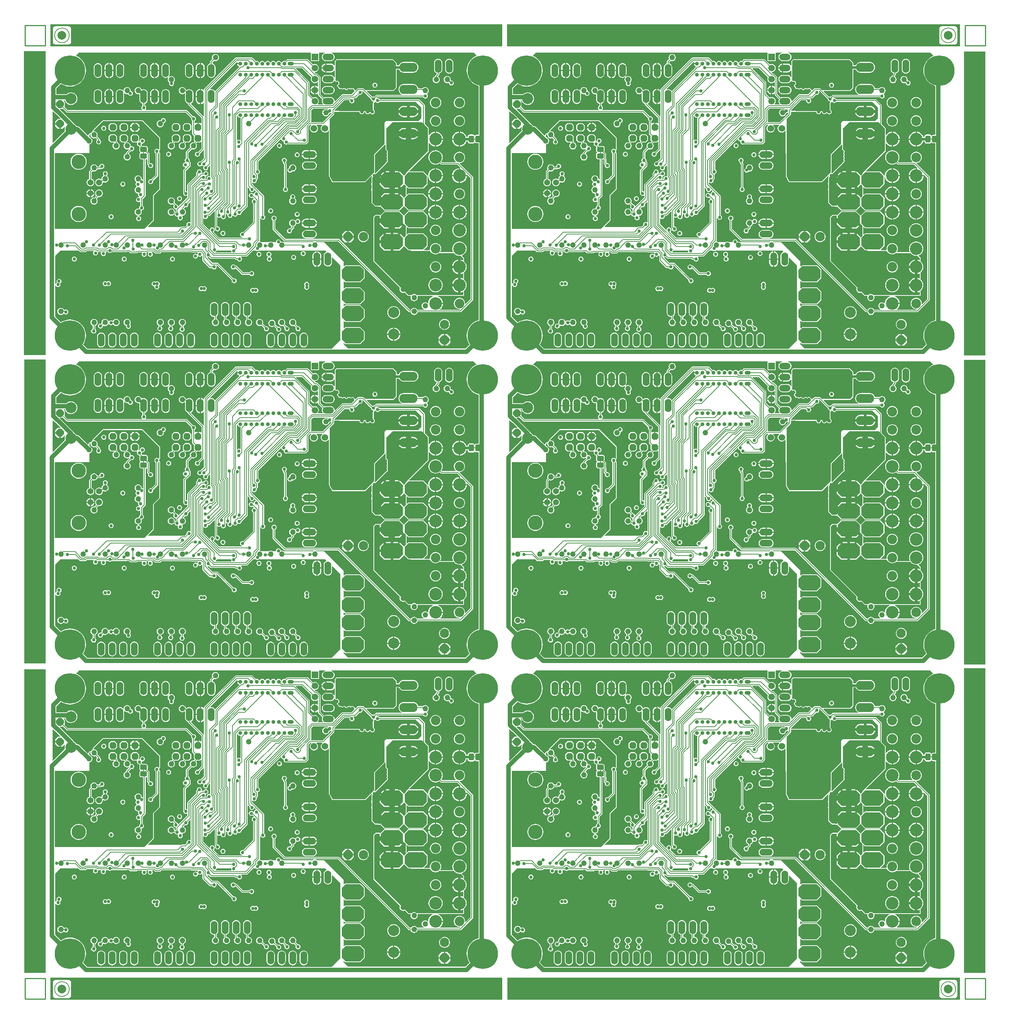
<source format=gbl>
%FSLAX24Y24*%
%MOIN*%
G70*
G01*
G75*
G04 Layer_Physical_Order=4*
G04 Layer_Color=16711680*
%ADD10C,0.0070*%
G04:AMPARAMS|DCode=11|XSize=78.7mil|YSize=78.7mil|CornerRadius=39.4mil|HoleSize=0mil|Usage=FLASHONLY|Rotation=90.000|XOffset=0mil|YOffset=0mil|HoleType=Round|Shape=RoundedRectangle|*
%AMROUNDEDRECTD11*
21,1,0.0787,0.0000,0,0,90.0*
21,1,0.0000,0.0787,0,0,90.0*
1,1,0.0787,0.0000,0.0000*
1,1,0.0787,0.0000,0.0000*
1,1,0.0787,0.0000,0.0000*
1,1,0.0787,0.0000,0.0000*
%
%ADD11ROUNDEDRECTD11*%
%ADD12C,0.0100*%
G04:AMPARAMS|DCode=13|XSize=29.1mil|YSize=39.4mil|CornerRadius=5.8mil|HoleSize=0mil|Usage=FLASHONLY|Rotation=90.000|XOffset=0mil|YOffset=0mil|HoleType=Round|Shape=RoundedRectangle|*
%AMROUNDEDRECTD13*
21,1,0.0291,0.0277,0,0,90.0*
21,1,0.0175,0.0394,0,0,90.0*
1,1,0.0117,0.0139,0.0087*
1,1,0.0117,0.0139,-0.0087*
1,1,0.0117,-0.0139,-0.0087*
1,1,0.0117,-0.0139,0.0087*
%
%ADD13ROUNDEDRECTD13*%
G04:AMPARAMS|DCode=14|XSize=22mil|YSize=24mil|CornerRadius=4.4mil|HoleSize=0mil|Usage=FLASHONLY|Rotation=180.000|XOffset=0mil|YOffset=0mil|HoleType=Round|Shape=RoundedRectangle|*
%AMROUNDEDRECTD14*
21,1,0.0220,0.0152,0,0,180.0*
21,1,0.0132,0.0240,0,0,180.0*
1,1,0.0088,-0.0066,0.0076*
1,1,0.0088,0.0066,0.0076*
1,1,0.0088,0.0066,-0.0076*
1,1,0.0088,-0.0066,-0.0076*
%
%ADD14ROUNDEDRECTD14*%
G04:AMPARAMS|DCode=15|XSize=22mil|YSize=24mil|CornerRadius=4.4mil|HoleSize=0mil|Usage=FLASHONLY|Rotation=90.000|XOffset=0mil|YOffset=0mil|HoleType=Round|Shape=RoundedRectangle|*
%AMROUNDEDRECTD15*
21,1,0.0220,0.0152,0,0,90.0*
21,1,0.0132,0.0240,0,0,90.0*
1,1,0.0088,0.0076,0.0066*
1,1,0.0088,0.0076,-0.0066*
1,1,0.0088,-0.0076,-0.0066*
1,1,0.0088,-0.0076,0.0066*
%
%ADD15ROUNDEDRECTD15*%
G04:AMPARAMS|DCode=16|XSize=29.1mil|YSize=39.4mil|CornerRadius=5.8mil|HoleSize=0mil|Usage=FLASHONLY|Rotation=0.000|XOffset=0mil|YOffset=0mil|HoleType=Round|Shape=RoundedRectangle|*
%AMROUNDEDRECTD16*
21,1,0.0291,0.0277,0,0,0.0*
21,1,0.0175,0.0394,0,0,0.0*
1,1,0.0117,0.0087,-0.0139*
1,1,0.0117,-0.0087,-0.0139*
1,1,0.0117,-0.0087,0.0139*
1,1,0.0117,0.0087,0.0139*
%
%ADD16ROUNDEDRECTD16*%
%ADD17R,0.0240X0.0240*%
%ADD18R,0.0280X0.0560*%
%ADD19R,0.1970X0.1700*%
%ADD20R,0.0420X0.0520*%
G04:AMPARAMS|DCode=21|XSize=40mil|YSize=40mil|CornerRadius=20mil|HoleSize=0mil|Usage=FLASHONLY|Rotation=0.000|XOffset=0mil|YOffset=0mil|HoleType=Round|Shape=RoundedRectangle|*
%AMROUNDEDRECTD21*
21,1,0.0400,0.0000,0,0,0.0*
21,1,0.0000,0.0400,0,0,0.0*
1,1,0.0400,0.0000,0.0000*
1,1,0.0400,0.0000,0.0000*
1,1,0.0400,0.0000,0.0000*
1,1,0.0400,0.0000,0.0000*
%
%ADD21ROUNDEDRECTD21*%
%ADD22R,0.0480X0.0480*%
%ADD23R,0.0480X0.0480*%
%ADD24R,0.0630X0.1260*%
%ADD25R,0.0600X0.0120*%
%ADD26R,0.0120X0.0600*%
%ADD27R,0.0320X0.0360*%
%ADD28R,0.0360X0.0320*%
%ADD29R,0.0280X0.0200*%
%ADD30R,0.0200X0.0280*%
%ADD31R,0.0790X0.0790*%
%ADD32R,0.0790X0.0790*%
%ADD33R,0.0500X0.0150*%
G04:AMPARAMS|DCode=34|XSize=63mil|YSize=71mil|CornerRadius=15.8mil|HoleSize=0mil|Usage=FLASHONLY|Rotation=270.000|XOffset=0mil|YOffset=0mil|HoleType=Round|Shape=RoundedRectangle|*
%AMROUNDEDRECTD34*
21,1,0.0630,0.0395,0,0,270.0*
21,1,0.0315,0.0710,0,0,270.0*
1,1,0.0315,-0.0198,-0.0158*
1,1,0.0315,-0.0198,0.0158*
1,1,0.0315,0.0198,0.0158*
1,1,0.0315,0.0198,-0.0158*
%
%ADD34ROUNDEDRECTD34*%
%ADD35R,0.0543X0.0709*%
%ADD36R,0.0709X0.0543*%
%ADD37R,0.0200X0.0260*%
G04:AMPARAMS|DCode=38|XSize=52mil|YSize=60mil|CornerRadius=13mil|HoleSize=0mil|Usage=FLASHONLY|Rotation=270.000|XOffset=0mil|YOffset=0mil|HoleType=Round|Shape=RoundedRectangle|*
%AMROUNDEDRECTD38*
21,1,0.0520,0.0340,0,0,270.0*
21,1,0.0260,0.0600,0,0,270.0*
1,1,0.0260,-0.0170,-0.0130*
1,1,0.0260,-0.0170,0.0130*
1,1,0.0260,0.0170,0.0130*
1,1,0.0260,0.0170,-0.0130*
%
%ADD38ROUNDEDRECTD38*%
G04:AMPARAMS|DCode=39|XSize=52mil|YSize=60mil|CornerRadius=13mil|HoleSize=0mil|Usage=FLASHONLY|Rotation=180.000|XOffset=0mil|YOffset=0mil|HoleType=Round|Shape=RoundedRectangle|*
%AMROUNDEDRECTD39*
21,1,0.0520,0.0340,0,0,180.0*
21,1,0.0260,0.0600,0,0,180.0*
1,1,0.0260,-0.0130,0.0170*
1,1,0.0260,0.0130,0.0170*
1,1,0.0260,0.0130,-0.0170*
1,1,0.0260,-0.0130,-0.0170*
%
%ADD39ROUNDEDRECTD39*%
%ADD40R,0.0236X0.1319*%
G04:AMPARAMS|DCode=41|XSize=12mil|YSize=32mil|CornerRadius=4.8mil|HoleSize=0mil|Usage=FLASHONLY|Rotation=270.000|XOffset=0mil|YOffset=0mil|HoleType=Round|Shape=RoundedRectangle|*
%AMROUNDEDRECTD41*
21,1,0.0120,0.0224,0,0,270.0*
21,1,0.0024,0.0320,0,0,270.0*
1,1,0.0096,-0.0112,-0.0012*
1,1,0.0096,-0.0112,0.0012*
1,1,0.0096,0.0112,0.0012*
1,1,0.0096,0.0112,-0.0012*
%
%ADD41ROUNDEDRECTD41*%
G04:AMPARAMS|DCode=42|XSize=12mil|YSize=32mil|CornerRadius=4.8mil|HoleSize=0mil|Usage=FLASHONLY|Rotation=0.000|XOffset=0mil|YOffset=0mil|HoleType=Round|Shape=RoundedRectangle|*
%AMROUNDEDRECTD42*
21,1,0.0120,0.0224,0,0,0.0*
21,1,0.0024,0.0320,0,0,0.0*
1,1,0.0096,0.0012,-0.0112*
1,1,0.0096,-0.0012,-0.0112*
1,1,0.0096,-0.0012,0.0112*
1,1,0.0096,0.0012,0.0112*
%
%ADD42ROUNDEDRECTD42*%
%ADD43R,0.1370X0.1370*%
%ADD44R,0.1370X0.1370*%
%ADD45C,0.0500*%
%ADD46C,0.1000*%
%ADD47C,0.0080*%
%ADD48C,0.0240*%
%ADD49C,0.0400*%
%ADD50C,0.0120*%
%ADD51C,0.0800*%
%ADD52C,0.0200*%
%ADD53C,0.0250*%
%ADD54C,0.0600*%
%ADD55C,0.0320*%
%ADD56R,0.1620X0.0803*%
%ADD57R,0.3819X0.2046*%
%ADD58R,0.2441X0.2008*%
%ADD59R,0.0551X0.0472*%
%ADD60R,0.0984X0.1685*%
%ADD61R,0.0945X0.1339*%
%ADD62R,0.1457X0.2087*%
%ADD63R,0.1063X0.1220*%
G04:AMPARAMS|DCode=64|XSize=140mil|YSize=200mil|CornerRadius=0mil|HoleSize=0mil|Usage=FLASHONLY|Rotation=90.000|XOffset=0mil|YOffset=0mil|HoleType=Round|Shape=Octagon|*
%AMOCTAGOND64*
4,1,8,-0.1000,-0.0350,-0.1000,0.0350,-0.0650,0.0700,0.0650,0.0700,0.1000,0.0350,0.1000,-0.0350,0.0650,-0.0700,-0.0650,-0.0700,-0.1000,-0.0350,0.0*
%
%ADD64OCTAGOND64*%

%ADD65C,0.0870*%
%ADD66C,0.1142*%
%ADD67P,0.0909X8X202.5*%
%ADD68C,0.0840*%
%ADD69P,0.0909X8X292.5*%
%ADD70O,0.0600X0.1200*%
%ADD71P,0.0671X8X22.5*%
%ADD72C,0.0600*%
%ADD73O,0.1200X0.0600*%
%ADD74C,0.1000*%
%ADD75O,0.1650X0.0825*%
%ADD76C,0.2756*%
%ADD77P,0.0758X8X292.5*%
%ADD78C,0.0540*%
%ADD79C,0.1305*%
%ADD80C,0.0360*%
%ADD81O,0.0540X0.0360*%
%ADD82R,0.0591X0.0591*%
%ADD83O,0.1024X0.0591*%
%ADD84C,0.0591*%
%ADD85C,0.0300*%
%ADD86C,0.0500*%
%ADD87C,0.0320*%
%ADD88C,0.1581*%
%ADD89C,0.1240*%
%ADD90C,0.0949*%
G04:AMPARAMS|DCode=91|XSize=130.866mil|YSize=130.866mil|CornerRadius=0mil|HoleSize=0mil|Usage=FLASHONLY|Rotation=0.000|XOffset=0mil|YOffset=0mil|HoleType=Round|Shape=Relief|Width=10mil|Gap=10mil|Entries=4|*
%AMTHD91*
7,0,0,0.1309,0.1109,0.0100,45*
%
%ADD91THD91*%
%ADD92C,0.1421*%
G04:AMPARAMS|DCode=93|XSize=100mil|YSize=100mil|CornerRadius=0mil|HoleSize=0mil|Usage=FLASHONLY|Rotation=0.000|XOffset=0mil|YOffset=0mil|HoleType=Round|Shape=Relief|Width=10mil|Gap=10mil|Entries=4|*
%AMTHD93*
7,0,0,0.1000,0.0800,0.0100,45*
%
%ADD93THD93*%
%ADD94C,0.0640*%
G04:AMPARAMS|DCode=95|XSize=98mil|YSize=98mil|CornerRadius=0mil|HoleSize=0mil|Usage=FLASHONLY|Rotation=0.000|XOffset=0mil|YOffset=0mil|HoleType=Round|Shape=Relief|Width=10mil|Gap=10mil|Entries=4|*
%AMTHD95*
7,0,0,0.0980,0.0780,0.0100,45*
%
%ADD95THD95*%
%ADD96C,0.0620*%
%ADD97C,0.0790*%
%ADD98C,0.0830*%
%ADD99C,0.1110*%
%ADD100C,0.0460*%
G04:AMPARAMS|DCode=101|XSize=82mil|YSize=82mil|CornerRadius=0mil|HoleSize=0mil|Usage=FLASHONLY|Rotation=0.000|XOffset=0mil|YOffset=0mil|HoleType=Round|Shape=Relief|Width=10mil|Gap=10mil|Entries=4|*
%AMTHD101*
7,0,0,0.0820,0.0620,0.0100,45*
%
%ADD101THD101*%
%ADD102C,0.0594*%
G04:AMPARAMS|DCode=103|XSize=95.433mil|YSize=95.433mil|CornerRadius=0mil|HoleSize=0mil|Usage=FLASHONLY|Rotation=0.000|XOffset=0mil|YOffset=0mil|HoleType=Round|Shape=Relief|Width=10mil|Gap=10mil|Entries=4|*
%AMTHD103*
7,0,0,0.0954,0.0754,0.0100,45*
%
%ADD103THD103*%
%ADD104C,0.0390*%
%ADD105C,0.0550*%
%ADD106C,0.0520*%
%ADD107C,0.1400*%
%ADD108R,0.3622X0.4331*%
%ADD109R,0.3583X0.4331*%
%ADD110R,0.3425X0.4331*%
%ADD111R,0.4094X0.4331*%
G04:AMPARAMS|DCode=112|XSize=50mil|YSize=50mil|CornerRadius=25mil|HoleSize=0mil|Usage=FLASHONLY|Rotation=90.000|XOffset=0mil|YOffset=0mil|HoleType=Round|Shape=RoundedRectangle|*
%AMROUNDEDRECTD112*
21,1,0.0500,0.0000,0,0,90.0*
21,1,0.0000,0.0500,0,0,90.0*
1,1,0.0500,0.0000,0.0000*
1,1,0.0500,0.0000,0.0000*
1,1,0.0500,0.0000,0.0000*
1,1,0.0500,0.0000,0.0000*
%
%ADD112ROUNDEDRECTD112*%
G04:AMPARAMS|DCode=113|XSize=50mil|YSize=50mil|CornerRadius=25mil|HoleSize=0mil|Usage=FLASHONLY|Rotation=180.000|XOffset=0mil|YOffset=0mil|HoleType=Round|Shape=RoundedRectangle|*
%AMROUNDEDRECTD113*
21,1,0.0500,0.0000,0,0,180.0*
21,1,0.0000,0.0500,0,0,180.0*
1,1,0.0500,0.0000,0.0000*
1,1,0.0500,0.0000,0.0000*
1,1,0.0500,0.0000,0.0000*
1,1,0.0500,0.0000,0.0000*
%
%ADD113ROUNDEDRECTD113*%
G04:AMPARAMS|DCode=114|XSize=46mil|YSize=63mil|CornerRadius=11.5mil|HoleSize=0mil|Usage=FLASHONLY|Rotation=180.000|XOffset=0mil|YOffset=0mil|HoleType=Round|Shape=RoundedRectangle|*
%AMROUNDEDRECTD114*
21,1,0.0460,0.0400,0,0,180.0*
21,1,0.0230,0.0630,0,0,180.0*
1,1,0.0230,-0.0115,0.0200*
1,1,0.0230,0.0115,0.0200*
1,1,0.0230,0.0115,-0.0200*
1,1,0.0230,-0.0115,-0.0200*
%
%ADD114ROUNDEDRECTD114*%
G04:AMPARAMS|DCode=115|XSize=46mil|YSize=63mil|CornerRadius=11.5mil|HoleSize=0mil|Usage=FLASHONLY|Rotation=270.000|XOffset=0mil|YOffset=0mil|HoleType=Round|Shape=RoundedRectangle|*
%AMROUNDEDRECTD115*
21,1,0.0460,0.0400,0,0,270.0*
21,1,0.0230,0.0630,0,0,270.0*
1,1,0.0230,-0.0200,-0.0115*
1,1,0.0230,-0.0200,0.0115*
1,1,0.0230,0.0200,0.0115*
1,1,0.0230,0.0200,-0.0115*
%
%ADD115ROUNDEDRECTD115*%
G36*
X96713Y12047D02*
X96713D01*
D01*
Y12047D01*
X96713Y12047D01*
D01*
D01*
X94774D01*
Y39616D01*
X96713D01*
Y12047D01*
D02*
G37*
G36*
Y39970D02*
X96713D01*
D01*
Y39970D01*
X96713Y39970D01*
D01*
D01*
X94774D01*
Y67569D01*
X96713D01*
Y39970D01*
D02*
G37*
G36*
X11585Y40069D02*
X11585D01*
D01*
Y40069D01*
X11585Y40069D01*
D01*
D01*
X9646D01*
Y67589D01*
X11585D01*
Y40069D01*
D02*
G37*
G36*
X52943Y9606D02*
X12008D01*
Y11604D01*
X52943D01*
Y9606D01*
D02*
G37*
G36*
X94429D02*
X53406D01*
Y11604D01*
X94429D01*
Y9606D01*
D02*
G37*
G36*
X11585Y12047D02*
X11585D01*
D01*
Y12047D01*
X11585Y12047D01*
D01*
D01*
X9646D01*
Y39518D01*
X11585D01*
Y12047D01*
D02*
G37*
G36*
X52943Y95955D02*
X12008D01*
Y97953D01*
X52943D01*
Y95955D01*
D02*
G37*
G36*
X94409D02*
X53376D01*
Y97953D01*
X94409D01*
Y95955D01*
D02*
G37*
G36*
X96713Y67972D02*
X96713D01*
D01*
Y67972D01*
X96713Y67972D01*
D01*
D01*
X94774D01*
Y95492D01*
X96713D01*
Y67972D01*
D02*
G37*
G36*
X11565Y68002D02*
X11565D01*
D01*
Y68002D01*
X11565Y68002D01*
D01*
D01*
X9626D01*
Y95522D01*
X11565D01*
Y68002D01*
D02*
G37*
%LPC*%
G36*
X13652Y97782D02*
Y97781D01*
X12470D01*
Y97782D01*
X12381Y97765D01*
X12306Y97714D01*
X12255Y97638D01*
X12237Y97549D01*
X12239D01*
Y96368D01*
X12237D01*
X12255Y96279D01*
X12306Y96203D01*
X12381Y96153D01*
X12470Y96135D01*
Y96136D01*
X13652D01*
Y96135D01*
X13741Y96153D01*
X13816Y96203D01*
X13867Y96279D01*
X13885Y96368D01*
X13883D01*
Y97549D01*
X13885D01*
X13867Y97638D01*
X13816Y97714D01*
X13741Y97765D01*
X13652Y97782D01*
D02*
G37*
G36*
X93947D02*
Y97781D01*
X92766D01*
Y97782D01*
X92676Y97765D01*
X92601Y97714D01*
X92550Y97638D01*
X92533Y97549D01*
X92534D01*
Y96368D01*
X92533D01*
X92550Y96279D01*
X92601Y96203D01*
X92676Y96153D01*
X92766Y96135D01*
Y96136D01*
X93947D01*
Y96135D01*
X94036Y96153D01*
X94112Y96203D01*
X94162Y96279D01*
X94180Y96368D01*
X94179D01*
Y97549D01*
X94180D01*
X94162Y97638D01*
X94112Y97714D01*
X94036Y97765D01*
X93947Y97782D01*
D02*
G37*
G36*
Y11385D02*
Y11383D01*
X92766D01*
Y11385D01*
X92676Y11367D01*
X92601Y11316D01*
X92550Y11241D01*
X92533Y11152D01*
X92534D01*
Y9970D01*
X92533D01*
X92550Y9881D01*
X92601Y9806D01*
X92676Y9755D01*
X92766Y9737D01*
Y9739D01*
X93947D01*
Y9737D01*
X94036Y9755D01*
X94112Y9806D01*
X94162Y9881D01*
X94180Y9970D01*
X94179D01*
Y11152D01*
X94180D01*
X94162Y11241D01*
X94112Y11316D01*
X94036Y11367D01*
X93947Y11385D01*
D02*
G37*
G36*
X13652D02*
Y11383D01*
X12470D01*
Y11385D01*
X12381Y11367D01*
X12306Y11316D01*
X12255Y11241D01*
X12237Y11152D01*
X12239D01*
Y9970D01*
X12237D01*
X12255Y9881D01*
X12306Y9806D01*
X12381Y9755D01*
X12470Y9737D01*
Y9739D01*
X13652D01*
Y9737D01*
X13741Y9755D01*
X13816Y9806D01*
X13867Y9881D01*
X13885Y9970D01*
X13883D01*
Y11152D01*
X13885D01*
X13867Y11241D01*
X13816Y11316D01*
X13741Y11367D01*
X13652Y11385D01*
D02*
G37*
%LPD*%
G36*
X37160Y34307D02*
X37137Y34273D01*
X37107Y34258D01*
X37052Y34280D01*
X36969Y34291D01*
X36885Y34280D01*
X36807Y34248D01*
X36740Y34197D01*
X36689Y34130D01*
X36657Y34052D01*
X36646Y33969D01*
X36657Y33885D01*
X36689Y33807D01*
X36740Y33740D01*
X36807Y33689D01*
X36885Y33657D01*
X36969Y33646D01*
X37052Y33657D01*
X37130Y33689D01*
X37197Y33740D01*
X37248Y33807D01*
X37280Y33885D01*
X37284Y33913D01*
X37284Y33913D01*
D01*
X37318Y33924D01*
X37319Y33924D01*
Y33924D01*
X37404Y33941D01*
X37452Y33973D01*
X37487Y33955D01*
X37494Y33905D01*
X36700Y33111D01*
X35643D01*
X35620Y33155D01*
X35632Y33173D01*
X35641Y33216D01*
X35641Y33216D01*
Y34182D01*
X35810Y34351D01*
X37136D01*
X37160Y34307D01*
D02*
G37*
G36*
X12416Y33936D02*
X12473Y33892D01*
X12508Y33878D01*
X12921Y33464D01*
X12902Y33418D01*
X12671D01*
X12446Y33193D01*
Y33018D01*
X12896D01*
Y32968D01*
X12946D01*
Y32518D01*
X13121D01*
X13294Y32692D01*
X13336Y32664D01*
X13320Y32627D01*
X13301Y32478D01*
X13320Y32329D01*
X13327Y32314D01*
X12251Y31238D01*
X12205Y31258D01*
Y34082D01*
X12251Y34101D01*
X12416Y33936D01*
D02*
G37*
G36*
X37025Y21401D02*
X37015Y21352D01*
X36967Y21332D01*
X36890Y21273D01*
X36830Y21195D01*
X36793Y21105D01*
X36780Y21009D01*
Y20409D01*
X36793Y20312D01*
X36830Y20222D01*
X36890Y20145D01*
X36967Y20085D01*
X37057Y20048D01*
X37154Y20035D01*
X37250Y20048D01*
X37340Y20085D01*
X37417Y20145D01*
X37477Y20222D01*
X37514Y20312D01*
X37527Y20409D01*
Y20833D01*
X37573Y20852D01*
X38268Y20157D01*
Y13346D01*
X37492Y12571D01*
X15373D01*
X14979Y12965D01*
X15074Y13120D01*
X15161Y13331D01*
X15214Y13552D01*
X15232Y13780D01*
X15214Y14007D01*
X15161Y14228D01*
X15074Y14439D01*
X14955Y14633D01*
X14807Y14807D01*
X14633Y14955D01*
X14439Y15074D01*
X14228Y15161D01*
X14007Y15214D01*
X13780Y15232D01*
X13552Y15214D01*
X13331Y15161D01*
X13120Y15074D01*
X12965Y14979D01*
X12441Y15503D01*
Y18311D01*
X12491Y18316D01*
X12491Y18313D01*
X12540Y18240D01*
X12613Y18191D01*
X12699Y18174D01*
X12784Y18191D01*
X12857Y18240D01*
X12906Y18313D01*
X12923Y18398D01*
X12906Y18484D01*
X12894Y18502D01*
X12954Y18542D01*
X13003Y18615D01*
X13020Y18701D01*
X13003Y18787D01*
X12954Y18859D01*
X12881Y18908D01*
X12795Y18925D01*
X12709Y18908D01*
X12637Y18859D01*
X12588Y18787D01*
X12571Y18701D01*
X12588Y18615D01*
X12600Y18597D01*
X12540Y18557D01*
X12491Y18484D01*
X12491Y18482D01*
X12441Y18486D01*
Y21024D01*
X12913Y21496D01*
X14561D01*
X14678Y21379D01*
X14678Y21379D01*
X14714Y21355D01*
X14757Y21346D01*
X15180D01*
X15180Y21346D01*
X15223Y21355D01*
X15259Y21379D01*
X15326Y21446D01*
X15909D01*
X15933Y21402D01*
X15895Y21346D01*
X15878Y21260D01*
X15895Y21174D01*
X15944Y21101D01*
X16017Y21053D01*
X16102Y21036D01*
X16188Y21053D01*
X16261Y21101D01*
X16310Y21174D01*
X16327Y21260D01*
X16317Y21308D01*
X16349Y21346D01*
X16600D01*
X16623Y21302D01*
X16611Y21284D01*
X16594Y21198D01*
X16611Y21113D01*
X16660Y21040D01*
X16733Y20991D01*
X16818Y20974D01*
X16904Y20991D01*
X16977Y21040D01*
X17026Y21113D01*
X17043Y21198D01*
X17026Y21284D01*
X17014Y21302D01*
X17037Y21346D01*
X17237D01*
X17243Y21337D01*
X17316Y21289D01*
X17402Y21272D01*
X17487Y21289D01*
X17560Y21337D01*
X17566Y21346D01*
X18886D01*
X18886Y21346D01*
X18929Y21355D01*
X18949Y21368D01*
X19110D01*
X19209Y21269D01*
X19209Y21269D01*
X19246Y21245D01*
X19289Y21236D01*
X19819D01*
X19819Y21236D01*
X19862Y21245D01*
X19899Y21269D01*
X19930Y21300D01*
X20300D01*
X20324Y21256D01*
X20305Y21228D01*
X20287Y21142D01*
X20305Y21056D01*
X20353Y20983D01*
X20426Y20935D01*
X20512Y20917D01*
X20598Y20935D01*
X20670Y20983D01*
X20719Y21056D01*
X20736Y21142D01*
X20719Y21228D01*
X20709Y21243D01*
X20709Y21277D01*
X20719Y21302D01*
X20752Y21309D01*
X20786Y21332D01*
X20872D01*
X20896Y21288D01*
X20856Y21228D01*
X20839Y21142D01*
X20856Y21056D01*
X20904Y20983D01*
X20977Y20935D01*
X21063Y20917D01*
X21149Y20935D01*
X21222Y20983D01*
X21270Y21056D01*
X21287Y21142D01*
X21270Y21228D01*
X21230Y21288D01*
X21254Y21332D01*
X21367D01*
X21469Y21229D01*
X21469Y21229D01*
X21506Y21205D01*
X21549Y21196D01*
X21888D01*
X21888Y21196D01*
X21931Y21205D01*
X21968Y21229D01*
X22070Y21332D01*
X24749D01*
X24778Y21312D01*
X24821Y21304D01*
X25342D01*
X25365Y21260D01*
X25344Y21228D01*
X25335Y21180D01*
X25288Y21161D01*
X25243Y21191D01*
X25157Y21209D01*
X25072Y21191D01*
X24999Y21143D01*
X24950Y21070D01*
X24933Y20984D01*
X24950Y20898D01*
X24999Y20826D01*
X25072Y20777D01*
X25157Y20760D01*
X25243Y20777D01*
X25316Y20826D01*
X25365Y20898D01*
X25374Y20945D01*
X25420Y20965D01*
X25465Y20935D01*
X25551Y20917D01*
X25637Y20935D01*
X25710Y20983D01*
X25743Y21032D01*
X25790Y21018D01*
Y20574D01*
X25790Y20574D01*
X25799Y20532D01*
X25823Y20495D01*
X26398Y19921D01*
X26398Y19921D01*
X26434Y19896D01*
X26477Y19888D01*
X26661D01*
X26692Y19841D01*
X26765Y19793D01*
X26850Y19776D01*
X26936Y19793D01*
X27009Y19841D01*
X27058Y19914D01*
X27075Y20000D01*
X27058Y20086D01*
X27045Y20105D01*
X27057Y20129D01*
X27107Y20136D01*
X28448Y18795D01*
X28437Y18740D01*
X28454Y18654D01*
X28503Y18582D01*
X28576Y18533D01*
X28661Y18516D01*
X28747Y18533D01*
X28820Y18582D01*
X28869Y18654D01*
X28886Y18740D01*
X28869Y18826D01*
X28820Y18899D01*
X28747Y18947D01*
X28661Y18964D01*
X28607Y18954D01*
X27219Y20341D01*
X27183Y20365D01*
X27140Y20374D01*
X27140Y20374D01*
X26702D01*
X26240Y20836D01*
X26263Y20880D01*
X26319Y20869D01*
X26373Y20880D01*
X26486Y20767D01*
X26486Y20767D01*
X26523Y20742D01*
X26566Y20734D01*
X28712D01*
X28779Y20667D01*
X28815Y20643D01*
X28858Y20635D01*
X28858Y20635D01*
X28936D01*
X28936Y20633D01*
X28985Y20560D01*
X29058Y20511D01*
X29144Y20494D01*
X29230Y20511D01*
X29302Y20560D01*
X29351Y20633D01*
X29368Y20719D01*
X29351Y20804D01*
X29302Y20877D01*
X29288Y20887D01*
X29302Y20935D01*
X29768D01*
X29768Y20935D01*
X29811Y20943D01*
X29847Y20967D01*
X30376Y21496D01*
X30631D01*
X30683Y21461D01*
X30768Y21444D01*
X30854Y21461D01*
X30906Y21496D01*
X36929D01*
X37025Y21401D01*
D02*
G37*
G36*
X28963Y33697D02*
X28971Y33654D01*
X29026Y33572D01*
X29109Y33516D01*
X29207Y33497D01*
X29235Y33503D01*
X29263Y33461D01*
X29251Y33443D01*
X29242Y33400D01*
X29242Y33400D01*
Y31518D01*
X29198Y31494D01*
X29180Y31506D01*
X29094Y31524D01*
X29009Y31506D01*
X28945Y31464D01*
X28901Y31487D01*
Y33674D01*
X28941Y33704D01*
X28963Y33697D01*
D02*
G37*
G36*
X13470Y34015D02*
X13470Y34015D01*
X13507Y33991D01*
X13550Y33982D01*
X13550Y33982D01*
X24276D01*
X24775Y33483D01*
X24764Y33428D01*
X24781Y33343D01*
X24830Y33270D01*
X24858Y33251D01*
Y32064D01*
X24858Y32064D01*
X24866Y32021D01*
X24890Y31985D01*
X25010Y31865D01*
Y31834D01*
X25010Y31834D01*
X25010Y31834D01*
Y31454D01*
X25089Y31374D01*
X25032Y31283D01*
X24969Y31291D01*
X24885Y31280D01*
X24807Y31248D01*
X24740Y31197D01*
X24689Y31130D01*
X24657Y31052D01*
X24646Y30968D01*
X24657Y30885D01*
X24677Y30836D01*
X24330Y30489D01*
X24306Y30452D01*
X24297Y30409D01*
X24297Y30409D01*
Y29835D01*
X24251Y29804D01*
X24202Y29732D01*
X24185Y29646D01*
X24202Y29560D01*
X24236Y29510D01*
X24217Y29463D01*
X24146Y29449D01*
X24074Y29401D01*
X24025Y29328D01*
X24008Y29242D01*
X24025Y29156D01*
X24074Y29084D01*
X24146Y29035D01*
X24232Y29018D01*
X24246Y28970D01*
X24076Y28800D01*
X24051Y28763D01*
X24043Y28720D01*
X24043Y28720D01*
Y26790D01*
X24043Y26790D01*
X24051Y26747D01*
X24071Y26718D01*
X24058Y26655D01*
X24075Y26569D01*
X24124Y26496D01*
X24197Y26448D01*
X24283Y26430D01*
X24368Y26448D01*
X24386Y26459D01*
X24430Y26436D01*
Y26305D01*
X23634Y25509D01*
X23586Y25523D01*
X23586Y25524D01*
X23537Y25597D01*
X23464Y25646D01*
X23437Y25651D01*
X23258Y25831D01*
X23280Y25885D01*
X23291Y25968D01*
X23280Y26052D01*
X23248Y26130D01*
X23197Y26197D01*
X23130Y26248D01*
X23052Y26280D01*
X22968Y26291D01*
X22885Y26280D01*
X22807Y26248D01*
X22740Y26197D01*
X22689Y26130D01*
X22657Y26052D01*
X22646Y25968D01*
X22657Y25885D01*
X22689Y25807D01*
X22740Y25740D01*
X22807Y25689D01*
X22885Y25657D01*
X22968Y25646D01*
X23052Y25657D01*
X23106Y25679D01*
X23207Y25578D01*
X23171Y25524D01*
X23154Y25438D01*
X23171Y25353D01*
X23220Y25280D01*
X23293Y25231D01*
X23379Y25214D01*
X23379Y25214D01*
X23376Y25181D01*
Y25181D01*
X23376Y25181D01*
X23376Y25181D01*
X23376D01*
Y24977D01*
X23337Y24949D01*
X23291Y24970D01*
X23280Y25052D01*
X23248Y25130D01*
X23197Y25197D01*
X23130Y25248D01*
X23052Y25280D01*
X22968Y25291D01*
X22885Y25280D01*
X22807Y25248D01*
X22740Y25197D01*
X22689Y25130D01*
X22657Y25052D01*
X22646Y24969D01*
X22657Y24885D01*
X22689Y24807D01*
X22740Y24740D01*
X22807Y24689D01*
X22885Y24657D01*
X22968Y24646D01*
X23052Y24657D01*
X23130Y24689D01*
X23197Y24740D01*
X23215Y24764D01*
X23271Y24744D01*
X23281Y24693D01*
X23330Y24620D01*
X23403Y24571D01*
X23489Y24554D01*
X23531Y24563D01*
X23549Y24550D01*
X23571Y24528D01*
X23555Y24449D01*
X23572Y24363D01*
X23621Y24290D01*
X23694Y24242D01*
X23780Y24225D01*
X23865Y24242D01*
X23938Y24290D01*
X23987Y24363D01*
X24004Y24449D01*
X23987Y24535D01*
X23941Y24603D01*
X23967Y24646D01*
X23969Y24646D01*
X24052Y24657D01*
X24130Y24689D01*
X24197Y24740D01*
X24248Y24807D01*
X24280Y24885D01*
X24291Y24969D01*
X24280Y25052D01*
X24248Y25130D01*
X24197Y25197D01*
X24130Y25248D01*
X24116Y25254D01*
X24106Y25303D01*
X24222Y25419D01*
X24283Y25407D01*
X24368Y25424D01*
X24441Y25472D01*
X24490Y25545D01*
X24507Y25631D01*
X24496Y25686D01*
X24684Y25874D01*
X24730Y25855D01*
Y24058D01*
X24686Y24034D01*
X24654Y24056D01*
X24569Y24073D01*
X24483Y24056D01*
X24410Y24007D01*
X24361Y23934D01*
X24344Y23849D01*
X24355Y23794D01*
X24212Y23651D01*
X23909D01*
X23909Y23651D01*
X23866Y23642D01*
X23836Y23622D01*
X20865D01*
X20846Y23668D01*
X21350Y24172D01*
X21365Y24195D01*
X21371Y24222D01*
Y26476D01*
X21921Y27026D01*
X21936Y27049D01*
X21941Y27077D01*
Y30300D01*
X21941Y30303D01*
X21941Y30307D01*
X21938Y30317D01*
X21936Y30327D01*
X21934Y30330D01*
X21933Y30333D01*
X21926Y30341D01*
X21921Y30350D01*
X21918Y30352D01*
X21915Y30355D01*
X21906Y30360D01*
X21897Y30366D01*
X21894Y30366D01*
X21891Y30368D01*
X21876Y30373D01*
X21871Y30387D01*
X21888Y30472D01*
X21871Y30558D01*
X21876Y30572D01*
X21891Y30577D01*
X21894Y30579D01*
X21897Y30579D01*
X21906Y30585D01*
X21915Y30590D01*
X21918Y30593D01*
X21921Y30595D01*
X21926Y30603D01*
X21933Y30612D01*
X21934Y30615D01*
X21936Y30618D01*
X21938Y30628D01*
X21941Y30638D01*
X21941Y30642D01*
X21941Y30645D01*
Y31673D01*
X21936Y31701D01*
X21921Y31724D01*
X20375Y33269D01*
X20352Y33284D01*
X20325Y33290D01*
X16791D01*
X16764Y33284D01*
X16741Y33269D01*
X15853Y32381D01*
X15851Y32379D01*
X15850Y32377D01*
X15844Y32367D01*
X15837Y32358D01*
X15837Y32355D01*
X15836Y32353D01*
X15834Y32342D01*
X15832Y32330D01*
X15832Y32328D01*
X15832Y32326D01*
X15835Y32315D01*
X15837Y32303D01*
X15838Y32303D01*
X15826Y32263D01*
X15823Y32254D01*
X15807Y32248D01*
X15740Y32197D01*
X15689Y32130D01*
X15683Y32114D01*
X15674Y32111D01*
X15634Y32099D01*
X15634Y32100D01*
X15622Y32102D01*
X15611Y32105D01*
X15609Y32105D01*
X15607Y32105D01*
X15595Y32103D01*
X15584Y32101D01*
X15582Y32100D01*
X15579Y32100D01*
X15570Y32093D01*
X15560Y32087D01*
X15558Y32086D01*
X15556Y32084D01*
X15471Y31999D01*
X15456Y31976D01*
X15450Y31949D01*
X15455Y31924D01*
X15411Y31901D01*
X14641Y32671D01*
X14584Y32714D01*
X14519Y32741D01*
X14448Y32751D01*
X14380D01*
X14374Y32766D01*
X14282Y32885D01*
X14163Y32976D01*
X14129Y32991D01*
X14112Y33031D01*
X14068Y33088D01*
X12874Y34282D01*
X12893Y34328D01*
X13106D01*
X13132Y34354D01*
X13470Y34015D01*
D02*
G37*
G36*
X46220Y32557D02*
Y30512D01*
X44213Y28504D01*
Y28428D01*
X44060Y28276D01*
X44053Y28279D01*
Y28279D01*
X44053Y28279D01*
X43653Y28679D01*
X43203D01*
Y27879D01*
Y27079D01*
X43653D01*
X44033Y27459D01*
X44083D01*
X44213Y27329D01*
Y26428D01*
X44060Y26276D01*
X44053Y26279D01*
Y26279D01*
X44053Y26279D01*
X43653Y26679D01*
X43203D01*
Y25879D01*
X42953D01*
Y25629D01*
X41853D01*
Y25551D01*
X41457D01*
X41181Y25827D01*
Y28129D01*
X42441Y29389D01*
Y29398D01*
X42448Y29399D01*
X42521Y29448D01*
X42569Y29520D01*
X42587Y29606D01*
X42569Y29692D01*
X42535Y29744D01*
X42569Y29796D01*
X42587Y29882D01*
X42569Y29968D01*
X42535Y30020D01*
X42569Y30072D01*
X42587Y30157D01*
X42569Y30243D01*
X42535Y30295D01*
X42569Y30347D01*
X42587Y30433D01*
X42569Y30519D01*
X42521Y30592D01*
X42448Y30640D01*
X42441Y30642D01*
Y32541D01*
X42998Y33098D01*
X45679D01*
X46220Y32557D01*
D02*
G37*
G36*
X42370Y31062D02*
Y30642D01*
X42371Y30635D01*
Y30628D01*
X42374Y30621D01*
X42375Y30614D01*
X42379Y30609D01*
X42382Y30602D01*
X42387Y30597D01*
X42390Y30591D01*
X42396Y30587D01*
X42401Y30582D01*
X42408Y30580D01*
X42414Y30576D01*
X42417Y30575D01*
X42469Y30540D01*
X42502Y30491D01*
X42514Y30433D01*
X42502Y30375D01*
X42475Y30335D01*
X42465Y30309D01*
Y30295D01*
Y30281D01*
X42471Y30266D01*
X42475Y30256D01*
X42502Y30215D01*
X42514Y30157D01*
X42502Y30099D01*
X42475Y30059D01*
X42471Y30050D01*
X42465Y30034D01*
X42465Y30020D01*
X42465Y30006D01*
X42471Y29990D01*
X42475Y29980D01*
X42502Y29940D01*
X42514Y29882D01*
X42502Y29824D01*
X42475Y29784D01*
X42471Y29773D01*
X42465Y29758D01*
Y29744D01*
Y29730D01*
X42475Y29704D01*
X42502Y29664D01*
X42514Y29606D01*
X42502Y29548D01*
X42469Y29499D01*
X42417Y29464D01*
X42414Y29464D01*
X42408Y29460D01*
X42401Y29457D01*
X42396Y29452D01*
X42390Y29448D01*
X42387Y29442D01*
X42382Y29437D01*
X42379Y29431D01*
X42375Y29425D01*
X42375Y29423D01*
X41445Y28494D01*
X41397Y28506D01*
X41389Y28532D01*
X41389Y28532D01*
X41405Y28555D01*
X41410Y28583D01*
Y30167D01*
X42323Y31081D01*
X42370Y31062D01*
D02*
G37*
G36*
X35645Y37191D02*
X35613Y37114D01*
X35600Y37018D01*
X35613Y36923D01*
X35649Y36834D01*
X35708Y36758D01*
X35784Y36699D01*
X35873Y36663D01*
X35968Y36650D01*
X36064Y36663D01*
X36153Y36699D01*
X36217Y36749D01*
X36262Y36727D01*
Y36348D01*
X36217Y36326D01*
X36168Y36364D01*
X36072Y36404D01*
X36019Y36411D01*
Y36019D01*
Y35626D01*
X36072Y35633D01*
X36168Y35673D01*
X36217Y35711D01*
X36262Y35689D01*
Y35618D01*
X36270Y35577D01*
X36293Y35543D01*
X36645Y35191D01*
X36613Y35114D01*
X36600Y35018D01*
X36613Y34923D01*
X36649Y34834D01*
X36699Y34770D01*
X36676Y34725D01*
X36261D01*
X36238Y34770D01*
X36288Y34834D01*
X36324Y34923D01*
X36337Y35018D01*
X36324Y35114D01*
X36288Y35203D01*
X36229Y35279D01*
X36153Y35338D01*
X36064Y35374D01*
X35968Y35387D01*
X35873Y35374D01*
X35796Y35342D01*
X35481Y35658D01*
Y36699D01*
X35481Y36699D01*
X35472Y36740D01*
X35449Y36774D01*
X34248Y37975D01*
X34267Y38021D01*
X34814D01*
X35645Y37191D01*
D02*
G37*
G36*
X25698Y31317D02*
Y30728D01*
X25389Y30420D01*
X25335Y30431D01*
X25249Y30414D01*
X25176Y30365D01*
X25127Y30293D01*
X25110Y30207D01*
X25127Y30121D01*
X25176Y30048D01*
X25249Y29999D01*
X25335Y29982D01*
X25420Y29999D01*
X25493Y30048D01*
X25542Y30121D01*
X25559Y30207D01*
X25548Y30261D01*
X25872Y30586D01*
X25911Y30570D01*
X25918Y30559D01*
Y29857D01*
X25606Y29544D01*
X25551Y29555D01*
X25465Y29538D01*
X25393Y29489D01*
X25344Y29416D01*
X25327Y29331D01*
X25344Y29245D01*
X25393Y29172D01*
X25465Y29123D01*
X25551Y29106D01*
X25637Y29123D01*
X25710Y29172D01*
X25710Y29173D01*
X25760D01*
X25763Y29170D01*
X25835Y29121D01*
X25867Y29115D01*
X25887Y29069D01*
X25877Y29054D01*
X25860Y28968D01*
X25877Y28882D01*
X25925Y28809D01*
X25998Y28761D01*
X26084Y28744D01*
X26170Y28761D01*
X26242Y28809D01*
X26291Y28882D01*
X26308Y28968D01*
X26297Y29023D01*
X26444Y29169D01*
X26490Y29150D01*
Y28257D01*
X26451Y28225D01*
X26389Y28237D01*
X26303Y28220D01*
X26230Y28172D01*
X26182Y28099D01*
X26165Y28013D01*
X26167Y28001D01*
X26135Y27962D01*
X26085D01*
X26061Y28006D01*
X26073Y28024D01*
X26090Y28110D01*
X26086Y28133D01*
X26104Y28222D01*
X26189Y28239D01*
X26262Y28288D01*
X26311Y28360D01*
X26328Y28446D01*
X26311Y28532D01*
X26262Y28605D01*
X26189Y28653D01*
X26104Y28670D01*
X26018Y28653D01*
X25945Y28605D01*
X25896Y28532D01*
X25895Y28523D01*
X25756D01*
X25724Y28562D01*
X25736Y28622D01*
X25719Y28708D01*
X25670Y28781D01*
X25598Y28829D01*
X25512Y28846D01*
X25426Y28829D01*
X25353Y28781D01*
X25305Y28708D01*
X25287Y28622D01*
X25292Y28600D01*
X25230Y28539D01*
X25206Y28502D01*
X25198Y28459D01*
X25198Y28459D01*
Y28251D01*
X24463Y27516D01*
X24439Y27480D01*
X24430Y27437D01*
X24430Y27437D01*
Y26874D01*
X24386Y26850D01*
X24368Y26862D01*
X24283Y26879D01*
X24267Y26892D01*
Y28674D01*
X24686Y29092D01*
X24686Y29092D01*
X24710Y29129D01*
X24718Y29172D01*
Y29449D01*
X24718Y29449D01*
X24710Y29492D01*
X24686Y29528D01*
X24623Y29591D01*
X24634Y29646D01*
X24617Y29732D01*
X24568Y29804D01*
X24522Y29835D01*
Y30363D01*
X24836Y30677D01*
X24885Y30657D01*
X24969Y30646D01*
X25052Y30657D01*
X25130Y30689D01*
X25197Y30740D01*
X25248Y30807D01*
X25280Y30885D01*
X25291Y30968D01*
X25280Y31052D01*
X25248Y31130D01*
X25222Y31163D01*
X25285Y31264D01*
X25580D01*
X25651Y31336D01*
X25698Y31317D01*
D02*
G37*
G36*
X21870Y31673D02*
Y30645D01*
X21822Y30631D01*
X21822Y30631D01*
X21749Y30680D01*
X21663Y30697D01*
X21578Y30680D01*
X21505Y30631D01*
X21456Y30558D01*
X21439Y30472D01*
X21456Y30387D01*
X21505Y30314D01*
X21551Y30283D01*
Y28344D01*
X21148Y27941D01*
X21093Y27952D01*
X21008Y27935D01*
X20935Y27886D01*
X20886Y27813D01*
X20869Y27728D01*
X20886Y27642D01*
X20935Y27569D01*
X21008Y27520D01*
X21093Y27503D01*
X21179Y27520D01*
X21252Y27569D01*
X21301Y27642D01*
X21318Y27728D01*
X21307Y27782D01*
X21743Y28218D01*
X21743Y28218D01*
X21767Y28255D01*
X21776Y28298D01*
X21776Y28298D01*
Y30283D01*
X21822Y30314D01*
X21822Y30314D01*
X21870Y30300D01*
Y27077D01*
X21299Y26506D01*
Y24222D01*
X20512Y23435D01*
X12421D01*
Y30315D01*
X15532D01*
Y31106D01*
X15586Y31113D01*
X15663Y31145D01*
X15730Y31196D01*
X15781Y31263D01*
X15814Y31341D01*
X15825Y31425D01*
X15814Y31508D01*
X15781Y31586D01*
X15730Y31653D01*
X15663Y31704D01*
X15586Y31736D01*
X15574Y31738D01*
X15532Y31780D01*
Y31939D01*
X15522Y31949D01*
X15607Y32034D01*
X15651Y32012D01*
X15646Y31969D01*
X15657Y31885D01*
X15689Y31807D01*
X15740Y31740D01*
X15807Y31689D01*
X15885Y31657D01*
X15969Y31646D01*
X16052Y31657D01*
X16101Y31677D01*
X16239Y31540D01*
X16234Y31490D01*
X16230Y31487D01*
X16181Y31414D01*
X16164Y31328D01*
X16181Y31243D01*
X16230Y31170D01*
X16303Y31121D01*
X16388Y31104D01*
X16474Y31121D01*
X16547Y31170D01*
X16596Y31243D01*
X16613Y31328D01*
X16596Y31414D01*
X16547Y31487D01*
X16501Y31518D01*
Y31549D01*
X16501Y31549D01*
X16492Y31591D01*
X16468Y31628D01*
X16468Y31628D01*
X16260Y31836D01*
X16280Y31885D01*
X16291Y31969D01*
X16280Y32052D01*
X16248Y32130D01*
X16197Y32197D01*
X16130Y32248D01*
X16052Y32280D01*
X15969Y32291D01*
X15925Y32286D01*
X15903Y32330D01*
X16791Y33219D01*
X20325D01*
X21870Y31673D01*
D02*
G37*
G36*
X28398Y21457D02*
X28398Y21457D01*
X28415Y21371D01*
X28427Y21353D01*
X28403Y21309D01*
X26983D01*
X26969Y21357D01*
X27030Y21397D01*
X27079Y21470D01*
X27084Y21496D01*
X28366D01*
X28398Y21457D01*
D02*
G37*
G36*
X41055Y35203D02*
X41071Y35123D01*
X41120Y35050D01*
X41193Y35001D01*
X41278Y34984D01*
X41292Y34936D01*
X41249Y34893D01*
X41233Y34870D01*
X41228Y34843D01*
Y34239D01*
X41229Y34232D01*
Y34225D01*
X41232Y34219D01*
X41233Y34212D01*
X41237Y34206D01*
X41240Y34199D01*
X41245Y34195D01*
X41249Y34189D01*
X41255Y34185D01*
X41260Y34180D01*
X41296Y34156D01*
X41329Y34107D01*
X41340Y34049D01*
X41329Y33991D01*
X41296Y33941D01*
X41247Y33909D01*
X41189Y33897D01*
X41131Y33909D01*
X41081Y33941D01*
X41050Y33988D01*
X41045Y33993D01*
X41042Y33998D01*
X41036Y34002D01*
X41031Y34007D01*
X41024Y34010D01*
X41018Y34014D01*
X41011Y34015D01*
X41005Y34018D01*
X40998D01*
X40991Y34019D01*
X40941D01*
X40934Y34018D01*
X40927D01*
X40921Y34015D01*
X40914Y34014D01*
X40908Y34010D01*
X40901Y34007D01*
X40896Y34002D01*
X40891Y33998D01*
X40887Y33993D01*
X40882Y33988D01*
X40855Y33948D01*
X40806Y33915D01*
X40748Y33904D01*
X40690Y33915D01*
X40641Y33948D01*
X40608Y33997D01*
X40594Y34069D01*
X40591Y34076D01*
X40590Y34082D01*
X40586Y34088D01*
X40583Y34095D01*
X40578Y34100D01*
X40574Y34106D01*
X40568Y34109D01*
X40563Y34114D01*
X40557Y34117D01*
X40551Y34121D01*
X40544Y34122D01*
X40538Y34125D01*
X40531D01*
X40524Y34126D01*
X40461D01*
X40454Y34125D01*
X40447D01*
X40440Y34122D01*
X40433Y34121D01*
X40427Y34117D01*
X40421Y34114D01*
X40416Y34109D01*
X40410Y34106D01*
X40406Y34100D01*
X40401Y34095D01*
X40399Y34088D01*
X40395Y34082D01*
X40393Y34076D01*
X40391Y34069D01*
X40376Y33997D01*
X40343Y33948D01*
X40294Y33915D01*
X40236Y33904D01*
X40178Y33915D01*
X40129Y33948D01*
X40096Y33997D01*
X40082Y34069D01*
X40079Y34076D01*
X40078Y34082D01*
X40074Y34088D01*
X40071Y34095D01*
X40066Y34100D01*
X40062Y34106D01*
X40057Y34109D01*
X40052Y34114D01*
X40045Y34117D01*
X40039Y34121D01*
X40032Y34122D01*
X40026Y34125D01*
X40019D01*
X40012Y34126D01*
X38230D01*
X38152Y34130D01*
X38151Y34130D01*
X38150Y34130D01*
X38072Y34131D01*
X38071Y34131D01*
X38071Y34131D01*
X37756Y34130D01*
X37737Y34148D01*
X37737Y34198D01*
X38655Y35116D01*
X39078D01*
X39110Y35078D01*
X39104Y35048D01*
X39121Y34963D01*
X39170Y34890D01*
X39243Y34841D01*
X39328Y34824D01*
X39414Y34841D01*
X39487Y34890D01*
X39536Y34963D01*
X39553Y35048D01*
X39536Y35134D01*
X39487Y35207D01*
X39470Y35219D01*
X39485Y35266D01*
X39629D01*
X39629Y35266D01*
X39671Y35275D01*
X39708Y35299D01*
X40014Y35605D01*
X40068Y35594D01*
X40154Y35611D01*
X40227Y35660D01*
X40276Y35733D01*
X40293Y35819D01*
X40276Y35904D01*
X40264Y35922D01*
X40269Y35932D01*
X40319Y35940D01*
X41055Y35203D01*
D02*
G37*
G36*
X41853Y24399D02*
X42953D01*
Y24279D01*
X43073D01*
Y23479D01*
X43653D01*
X44033Y23859D01*
X44083D01*
X44213Y23729D01*
Y22828D01*
X44060Y22676D01*
X44053Y22679D01*
Y22679D01*
X44053Y22679D01*
X43653Y23079D01*
X43073D01*
Y22279D01*
Y21479D01*
X43653D01*
X44033Y21859D01*
X44083D01*
X44433Y21509D01*
X44633D01*
X44685Y21457D01*
X46378D01*
X46575Y21260D01*
X46589D01*
X46651Y21212D01*
X46774Y21161D01*
X46906Y21144D01*
X47037Y21161D01*
X47160Y21212D01*
X47222Y21260D01*
X48565D01*
X48616Y21198D01*
X48713Y21118D01*
X48824Y21059D01*
X48945Y21022D01*
X49071Y21010D01*
X49177Y21020D01*
X49409Y20787D01*
Y20628D01*
X49367Y20603D01*
X49329Y20623D01*
X49202Y20661D01*
X49191Y20662D01*
Y20000D01*
Y19338D01*
X49202Y19339D01*
X49329Y19377D01*
X49367Y19397D01*
X49409Y19372D01*
Y18975D01*
X49367Y18949D01*
X49329Y18969D01*
X49202Y19008D01*
X49191Y19009D01*
Y18346D01*
Y17684D01*
X49202Y17685D01*
X49329Y17724D01*
X49367Y17744D01*
X49409Y17718D01*
Y17441D01*
X45201D01*
X45197Y17447D01*
X45130Y17498D01*
X45052Y17530D01*
X44969Y17541D01*
X44885Y17530D01*
X44807Y17498D01*
X44740Y17447D01*
X44736Y17441D01*
X44449D01*
X41339Y20551D01*
Y24488D01*
X41496Y24646D01*
X41853D01*
Y24399D01*
D02*
G37*
G36*
X50598Y39166D02*
X50588Y39117D01*
X50522Y39089D01*
X50327Y38970D01*
X50154Y38822D01*
X50006Y38649D01*
X49887Y38455D01*
X49800Y38244D01*
X49747Y38022D01*
X49729Y37795D01*
X49747Y37568D01*
X49800Y37346D01*
X49887Y37136D01*
X50006Y36942D01*
X50154Y36768D01*
X50327Y36620D01*
X50522Y36501D01*
X50732Y36414D01*
X50812Y36395D01*
Y31977D01*
X50623D01*
X50551Y31963D01*
X50490Y31922D01*
X50482Y31909D01*
X50432D01*
X50409Y31944D01*
X50337Y31991D01*
X50254Y32008D01*
X50023D01*
X49940Y31991D01*
X49868Y31944D01*
X49821Y31872D01*
X49804Y31788D01*
Y31782D01*
X49709D01*
X49694Y31833D01*
X49631Y31949D01*
X49548Y32051D01*
X49445Y32135D01*
X49329Y32198D01*
X49202Y32236D01*
X49121Y32244D01*
Y31575D01*
Y30906D01*
X49202Y30914D01*
X49329Y30952D01*
X49445Y31014D01*
X49548Y31098D01*
X49631Y31200D01*
X49694Y31317D01*
X49717Y31395D01*
X49804D01*
Y31388D01*
X49821Y31305D01*
X49868Y31233D01*
X49940Y31186D01*
X50023Y31169D01*
X50254D01*
X50337Y31186D01*
X50409Y31233D01*
X50432Y31268D01*
X50482D01*
X50490Y31255D01*
X50551Y31214D01*
X50623Y31200D01*
X50812D01*
Y15180D01*
X50732Y15161D01*
X50522Y15074D01*
X50327Y14955D01*
X50154Y14807D01*
X50006Y14633D01*
X49887Y14439D01*
X49800Y14228D01*
X49747Y14007D01*
X49729Y13780D01*
X49747Y13552D01*
X49800Y13331D01*
X49887Y13120D01*
X49982Y12965D01*
X49615Y12598D01*
X38976D01*
X38583Y12992D01*
Y13081D01*
X38629Y13100D01*
X38724Y13005D01*
X40094D01*
X40479Y13390D01*
Y14160D01*
X40094Y14545D01*
X38724D01*
X38629Y14449D01*
X38583Y14468D01*
Y15081D01*
X38629Y15100D01*
X38724Y15005D01*
X40094D01*
X40479Y15390D01*
Y16160D01*
X40094Y16545D01*
X38724D01*
X38629Y16449D01*
X38583Y16468D01*
Y16681D01*
X38629Y16700D01*
X38724Y16605D01*
X40094D01*
X40479Y16990D01*
Y17760D01*
X40094Y18145D01*
X38724D01*
X38629Y18049D01*
X38583Y18068D01*
Y18681D01*
X38629Y18700D01*
X38724Y18605D01*
X40094D01*
X40479Y18990D01*
Y19760D01*
X40094Y20145D01*
X38724D01*
X38629Y20049D01*
X38583Y20068D01*
Y20472D01*
X36825Y22230D01*
X36154D01*
X36130Y22248D01*
X36083Y22267D01*
X36093Y22316D01*
X38076D01*
X44460Y15933D01*
X44460Y15933D01*
X44496Y15908D01*
X44539Y15900D01*
X44539Y15900D01*
X44655D01*
X44657Y15885D01*
X44689Y15807D01*
X44740Y15740D01*
X44807Y15689D01*
X44885Y15657D01*
X44969Y15646D01*
X45052Y15657D01*
X45130Y15689D01*
X45197Y15740D01*
X45248Y15807D01*
X45280Y15885D01*
X45282Y15900D01*
X49161D01*
X49161Y15900D01*
X49204Y15908D01*
X49240Y15933D01*
X50276Y16969D01*
X50276Y16969D01*
X50300Y17005D01*
X50309Y17048D01*
X50309Y17048D01*
Y28105D01*
X50309Y28105D01*
X50300Y28148D01*
X50276Y28184D01*
X50276Y28184D01*
X49091Y29369D01*
X49107Y29417D01*
X49203Y29429D01*
X49326Y29480D01*
X49431Y29561D01*
X49512Y29667D01*
X49563Y29789D01*
X49580Y29921D01*
X49563Y30053D01*
X49512Y30176D01*
X49431Y30281D01*
X49326Y30362D01*
X49203Y30413D01*
X49071Y30431D01*
X48939Y30413D01*
X48816Y30362D01*
X48711Y30281D01*
X48630Y30176D01*
X48579Y30053D01*
X48561Y29921D01*
X48579Y29789D01*
X48630Y29667D01*
X48711Y29561D01*
X48744Y29536D01*
X48728Y29488D01*
X47497D01*
X47432Y29553D01*
X47441Y29563D01*
X47500Y29675D01*
X47537Y29796D01*
X47549Y29921D01*
X47537Y30047D01*
X47500Y30168D01*
X47441Y30279D01*
X47361Y30377D01*
X47263Y30457D01*
X47152Y30516D01*
X47031Y30553D01*
X46906Y30565D01*
X46780Y30553D01*
X46659Y30516D01*
X46548Y30457D01*
X46450Y30377D01*
X46370Y30279D01*
X46311Y30168D01*
X46274Y30047D01*
X46262Y29921D01*
X46274Y29796D01*
X46311Y29675D01*
X46370Y29563D01*
X46450Y29466D01*
X46548Y29386D01*
X46659Y29326D01*
X46780Y29290D01*
X46906Y29277D01*
X47031Y29290D01*
X47152Y29326D01*
X47263Y29386D01*
X47274Y29394D01*
X47371Y29297D01*
X47408Y29273D01*
X47451Y29264D01*
X47451Y29264D01*
X48879D01*
X49163Y28980D01*
X49141Y28935D01*
X49121Y28937D01*
Y28318D01*
X49740D01*
X49738Y28338D01*
X49783Y28360D01*
X50085Y28058D01*
Y17095D01*
X49620Y16630D01*
X49575Y16652D01*
X49580Y16693D01*
X49563Y16825D01*
X49512Y16948D01*
X49431Y17053D01*
X49326Y17134D01*
X49203Y17185D01*
X49071Y17202D01*
X48939Y17185D01*
X48816Y17134D01*
X48711Y17053D01*
X48630Y16948D01*
X48579Y16825D01*
X48561Y16693D01*
X48579Y16561D01*
X48630Y16438D01*
X48711Y16333D01*
X48816Y16252D01*
X48939Y16201D01*
X49071Y16184D01*
X49112Y16189D01*
X49123Y16167D01*
X49097Y16124D01*
X47344D01*
X47327Y16171D01*
X47382Y16216D01*
X47466Y16318D01*
X47528Y16435D01*
X47567Y16561D01*
X47575Y16643D01*
X46906D01*
Y16743D01*
X47575D01*
X47567Y16824D01*
X47528Y16951D01*
X47466Y17067D01*
X47382Y17170D01*
X47280Y17253D01*
X47163Y17316D01*
X47149Y17320D01*
X47156Y17370D01*
X49409D01*
X49437Y17375D01*
X49460Y17390D01*
X49475Y17414D01*
X49481Y17441D01*
Y17718D01*
X49479Y17727D01*
X49479Y17735D01*
X49476Y17740D01*
X49475Y17745D01*
X49471Y17753D01*
X49467Y17761D01*
X49463Y17764D01*
X49460Y17769D01*
X49453Y17773D01*
X49448Y17778D01*
X49448Y17782D01*
X49500Y17870D01*
X49526Y17891D01*
X49606Y17989D01*
X49666Y18100D01*
X49702Y18221D01*
X49715Y18346D01*
X49702Y18472D01*
X49666Y18593D01*
X49606Y18704D01*
X49526Y18802D01*
X49500Y18823D01*
X49448Y18911D01*
X49448Y18915D01*
X49453Y18919D01*
X49460Y18924D01*
X49463Y18929D01*
X49467Y18932D01*
X49471Y18940D01*
X49475Y18947D01*
X49476Y18953D01*
X49479Y18957D01*
X49479Y18966D01*
X49481Y18975D01*
Y19372D01*
X49479Y19380D01*
X49479Y19389D01*
X49476Y19394D01*
X49475Y19399D01*
X49471Y19406D01*
X49467Y19414D01*
X49463Y19418D01*
X49460Y19422D01*
X49453Y19427D01*
X49448Y19431D01*
X49448Y19436D01*
X49500Y19524D01*
X49526Y19545D01*
X49606Y19642D01*
X49666Y19754D01*
X49702Y19874D01*
X49715Y20000D01*
X49702Y20126D01*
X49666Y20246D01*
X49606Y20358D01*
X49526Y20455D01*
X49500Y20476D01*
X49448Y20564D01*
X49448Y20569D01*
X49453Y20573D01*
X49460Y20578D01*
X49463Y20582D01*
X49467Y20586D01*
X49471Y20594D01*
X49475Y20601D01*
X49476Y20606D01*
X49479Y20611D01*
X49479Y20620D01*
X49481Y20628D01*
Y20787D01*
X49475Y20815D01*
X49460Y20838D01*
X49292Y21006D01*
X49304Y21055D01*
X49317Y21059D01*
X49429Y21118D01*
X49526Y21198D01*
X49606Y21296D01*
X49666Y21407D01*
X49702Y21528D01*
X49715Y21654D01*
X49702Y21779D01*
X49666Y21900D01*
X49606Y22011D01*
X49526Y22109D01*
X49429Y22189D01*
X49317Y22248D01*
X49197Y22285D01*
X49071Y22298D01*
X48945Y22285D01*
X48824Y22248D01*
X48713Y22189D01*
X48616Y22109D01*
X48535Y22011D01*
X48476Y21900D01*
X48439Y21779D01*
X48427Y21654D01*
X48439Y21528D01*
X48476Y21407D01*
X48494Y21374D01*
X48468Y21331D01*
X47351D01*
X47329Y21376D01*
X47347Y21399D01*
X47398Y21522D01*
X47415Y21654D01*
X47398Y21785D01*
X47347Y21908D01*
X47266Y22014D01*
X47160Y22095D01*
X47037Y22146D01*
X46906Y22163D01*
X46774Y22146D01*
X46651Y22095D01*
X46545Y22014D01*
X46464Y21908D01*
X46413Y21785D01*
X46396Y21654D01*
X46399Y21633D01*
X46379Y21533D01*
X46375Y21528D01*
X45888D01*
X45869Y21574D01*
X46188Y21894D01*
Y22664D01*
X45803Y23049D01*
X44433D01*
X44330Y22946D01*
X44284Y22965D01*
Y23593D01*
X44330Y23612D01*
X44433Y23509D01*
X45803D01*
X46188Y23894D01*
Y24664D01*
X45803Y25049D01*
X44433D01*
X44060Y24676D01*
X44010D01*
X43638Y25049D01*
X42268D01*
X41914Y24695D01*
X41903Y24696D01*
X41880Y24712D01*
X41853Y24717D01*
X41496D01*
X41469Y24712D01*
X41446Y24696D01*
X41288Y24539D01*
X41273Y24516D01*
X41267Y24488D01*
Y20551D01*
X41273Y20524D01*
X41288Y20501D01*
X43680Y18109D01*
X43657Y18052D01*
X43646Y17968D01*
X43657Y17885D01*
X43689Y17807D01*
X43740Y17740D01*
X43807Y17689D01*
X43885Y17657D01*
X43969Y17646D01*
X44052Y17657D01*
X44109Y17680D01*
X44398Y17390D01*
X44422Y17375D01*
X44449Y17370D01*
X44640D01*
X44667Y17328D01*
X44657Y17302D01*
X44646Y17219D01*
X44657Y17135D01*
X44689Y17057D01*
X44740Y16990D01*
X44807Y16939D01*
X44885Y16907D01*
X44969Y16896D01*
X45052Y16907D01*
X45130Y16939D01*
X45197Y16990D01*
X45248Y17057D01*
X45280Y17135D01*
X45291Y17219D01*
X45280Y17302D01*
X45270Y17328D01*
X45297Y17370D01*
X46655D01*
X46662Y17320D01*
X46648Y17316D01*
X46531Y17253D01*
X46429Y17170D01*
X46345Y17067D01*
X46283Y16951D01*
X46244Y16824D01*
X46235Y16726D01*
X46226Y16719D01*
X46188Y16703D01*
X46130Y16748D01*
X46052Y16780D01*
X45968Y16791D01*
X45885Y16780D01*
X45807Y16748D01*
X45740Y16697D01*
X45689Y16630D01*
X45657Y16552D01*
X45646Y16468D01*
X45657Y16385D01*
X45689Y16307D01*
X45740Y16240D01*
X45807Y16189D01*
X45845Y16173D01*
X45835Y16124D01*
X45250D01*
X45248Y16130D01*
X45197Y16197D01*
X45130Y16248D01*
X45052Y16280D01*
X44969Y16291D01*
X44885Y16280D01*
X44807Y16248D01*
X44740Y16197D01*
X44689Y16130D01*
X44687Y16124D01*
X44586D01*
X38202Y22508D01*
X38166Y22532D01*
X38123Y22541D01*
X38123Y22541D01*
X33299D01*
X32385Y23455D01*
Y24208D01*
X32439Y24244D01*
X32489Y24320D01*
X32507Y24409D01*
X32489Y24499D01*
X32439Y24575D01*
X32362Y24626D01*
X32273Y24644D01*
X32183Y24626D01*
X32107Y24575D01*
X32056Y24499D01*
X32038Y24409D01*
X32056Y24320D01*
X32107Y24244D01*
X32161Y24208D01*
Y23409D01*
X32161Y23409D01*
X32169Y23366D01*
X32193Y23330D01*
X33174Y22349D01*
X33174Y22349D01*
X33210Y22325D01*
X33253Y22316D01*
X33253Y22316D01*
X35844D01*
X35854Y22267D01*
X35807Y22248D01*
X35783Y22230D01*
X33154D01*
X33130Y22248D01*
X33052Y22280D01*
X32968Y22291D01*
X32890Y22281D01*
X32876Y22354D01*
X32827Y22427D01*
X32754Y22476D01*
X32668Y22493D01*
X32583Y22476D01*
X32510Y22427D01*
X32461Y22354D01*
X32444Y22269D01*
X32444Y22269D01*
X32412Y22230D01*
X32154D01*
X32130Y22248D01*
X32052Y22280D01*
X31969Y22291D01*
X31885Y22280D01*
X31807Y22248D01*
X31783Y22230D01*
X31154D01*
X31130Y22248D01*
X31052Y22280D01*
X31008Y22286D01*
X30993Y22300D01*
X30979Y22333D01*
X30996Y22358D01*
X31004Y22401D01*
X31004Y22401D01*
Y24393D01*
X31053Y24402D01*
X31101Y24330D01*
X31174Y24281D01*
X31260Y24264D01*
X31346Y24281D01*
X31418Y24330D01*
X31467Y24402D01*
X31484Y24488D01*
X31467Y24574D01*
X31418Y24647D01*
X31372Y24678D01*
Y26381D01*
X31372Y26381D01*
X31363Y26424D01*
X31339Y26461D01*
X30635Y27165D01*
X30615Y27195D01*
X30615Y27195D01*
X30463Y27347D01*
X30433Y27367D01*
X30285Y27515D01*
Y27621D01*
X30329Y27645D01*
X30398Y27599D01*
X30484Y27582D01*
X30570Y27599D01*
X30642Y27648D01*
X30691Y27721D01*
X30708Y27806D01*
X30697Y27861D01*
X30772Y27936D01*
X30797Y27973D01*
X30805Y28016D01*
X30805Y28016D01*
Y28331D01*
X30805Y28331D01*
X30797Y28371D01*
X30825Y28412D01*
X30852Y28418D01*
X30925Y28467D01*
X30974Y28539D01*
X30991Y28625D01*
X30974Y28711D01*
X30925Y28784D01*
X30860Y28827D01*
Y29555D01*
X32875Y31570D01*
X32923Y31555D01*
X32931Y31513D01*
X32980Y31440D01*
X33053Y31391D01*
X33138Y31374D01*
X33154Y31359D01*
X33144Y31309D01*
X33161Y31223D01*
X33210Y31150D01*
X33283Y31101D01*
X33368Y31084D01*
X33449Y31100D01*
X33468Y31096D01*
X35116D01*
X35116Y31096D01*
X35159Y31105D01*
X35196Y31129D01*
X35348Y31281D01*
X35348Y31281D01*
X35372Y31318D01*
X35381Y31361D01*
X35381Y31361D01*
Y32698D01*
X35569Y32886D01*
X35643D01*
X35659Y32839D01*
X35625Y32812D01*
X35565Y32735D01*
X35528Y32645D01*
X35515Y32548D01*
X35528Y32452D01*
X35565Y32362D01*
X35625Y32285D01*
X35702Y32225D01*
X35792Y32188D01*
X35889Y32175D01*
X35985Y32188D01*
X36075Y32225D01*
X36152Y32285D01*
X36212Y32362D01*
X36249Y32452D01*
X36262Y32548D01*
X36249Y32645D01*
X36212Y32735D01*
X36152Y32812D01*
X36118Y32839D01*
X36134Y32886D01*
X36643D01*
X36659Y32839D01*
X36625Y32812D01*
X36565Y32735D01*
X36528Y32645D01*
X36515Y32548D01*
X36528Y32452D01*
X36565Y32362D01*
X36625Y32285D01*
X36702Y32225D01*
X36792Y32188D01*
X36888Y32175D01*
X36985Y32188D01*
X37075Y32225D01*
X37152Y32285D01*
X37203Y32350D01*
X37250Y32334D01*
X37257Y28221D01*
X37258Y28218D01*
X37257Y28215D01*
X37260Y28204D01*
X37263Y28194D01*
X37264Y28191D01*
X37265Y28188D01*
X37508Y27723D01*
X37515Y27714D01*
X37521Y27705D01*
X37523Y27704D01*
X37525Y27701D01*
X37535Y27696D01*
X37544Y27690D01*
X37547Y27689D01*
X37550Y27688D01*
X37560Y27687D01*
X37571Y27685D01*
X40512D01*
X40539Y27690D01*
X40562Y27705D01*
X41095Y28238D01*
X41121Y28230D01*
X41133Y28182D01*
X41131Y28179D01*
X41115Y28156D01*
X41110Y28129D01*
Y27642D01*
X41091Y27614D01*
X41074Y27529D01*
X41091Y27443D01*
X41110Y27415D01*
Y27120D01*
X41092Y27094D01*
X41075Y27008D01*
X41092Y26922D01*
X41110Y26895D01*
Y25827D01*
X41115Y25799D01*
X41131Y25776D01*
X41406Y25501D01*
X41429Y25485D01*
X41457Y25480D01*
X41699D01*
X41725Y25462D01*
X41811Y25445D01*
X41897Y25462D01*
X41907Y25469D01*
X42268Y25109D01*
X43638D01*
X44010Y25481D01*
X44060D01*
X44433Y25109D01*
X45803D01*
X46188Y25494D01*
Y26264D01*
X45803Y26649D01*
X44433D01*
X44330Y26546D01*
X44284Y26565D01*
Y27193D01*
X44330Y27212D01*
X44433Y27109D01*
X45803D01*
X46188Y27494D01*
Y28198D01*
X46238Y28200D01*
X46244Y28136D01*
X46283Y28010D01*
X46345Y27893D01*
X46429Y27791D01*
X46531Y27707D01*
X46648Y27645D01*
X46774Y27607D01*
X46856Y27599D01*
Y28268D01*
Y28937D01*
X46774Y28929D01*
X46648Y28891D01*
X46531Y28828D01*
X46429Y28744D01*
X46345Y28642D01*
X46283Y28526D01*
X46244Y28399D01*
X46233Y28283D01*
X46186Y28266D01*
X45803Y28649D01*
X44524D01*
X44505Y28695D01*
X46271Y30461D01*
X46286Y30484D01*
X46292Y30512D01*
Y31197D01*
X46340Y31209D01*
X46345Y31200D01*
X46429Y31098D01*
X46531Y31014D01*
X46648Y30952D01*
X46774Y30914D01*
X46856Y30906D01*
Y31575D01*
Y32244D01*
X46774Y32236D01*
X46648Y32198D01*
X46531Y32135D01*
X46429Y32051D01*
X46345Y31949D01*
X46340Y31941D01*
X46292Y31953D01*
Y32557D01*
X46286Y32584D01*
X46271Y32607D01*
X45939Y32939D01*
Y34646D01*
X45939Y34646D01*
X45930Y34689D01*
X45906Y34725D01*
X45906Y34725D01*
X45473Y35158D01*
X45437Y35182D01*
X45394Y35191D01*
X45394Y35191D01*
X41843D01*
X41812Y35237D01*
X41739Y35286D01*
X41654Y35303D01*
X41586Y35290D01*
X41562Y35334D01*
X41595Y35366D01*
X45789D01*
X45820Y35320D01*
X45893Y35271D01*
X45978Y35254D01*
X46064Y35271D01*
X46137Y35320D01*
X46186Y35393D01*
X46203Y35478D01*
X46186Y35564D01*
X46137Y35637D01*
X46133Y35640D01*
X46131Y35690D01*
X46197Y35740D01*
X46248Y35807D01*
X46280Y35885D01*
X46291Y35968D01*
X46280Y36052D01*
X46248Y36130D01*
X46197Y36197D01*
X46130Y36248D01*
X46052Y36280D01*
X45968Y36291D01*
X45885Y36280D01*
X45807Y36248D01*
X45740Y36197D01*
X45736Y36191D01*
X45333D01*
X45331Y36205D01*
X45283Y36322D01*
X45205Y36423D01*
X45105Y36500D01*
X44987Y36549D01*
X44861Y36565D01*
X44036D01*
X43910Y36549D01*
X43793Y36500D01*
X43692Y36423D01*
X43615Y36322D01*
X43566Y36205D01*
X43550Y36079D01*
X43566Y35953D01*
X43615Y35835D01*
X43692Y35735D01*
X43793Y35657D01*
X43835Y35640D01*
X43826Y35591D01*
X41549D01*
X41549Y35591D01*
X41506Y35582D01*
X41469Y35558D01*
X41469Y35558D01*
X41333Y35422D01*
X41279Y35433D01*
X41193Y35416D01*
X41173Y35403D01*
X40670Y35906D01*
X40689Y35952D01*
X43071D01*
X43098Y35958D01*
X43121Y35973D01*
X43358Y36209D01*
X43373Y36233D01*
X43378Y36260D01*
Y37885D01*
X43594D01*
X43615Y37835D01*
X43692Y37735D01*
X43793Y37657D01*
X43910Y37609D01*
X44036Y37592D01*
X44861D01*
X44987Y37609D01*
X45105Y37657D01*
X45205Y37735D01*
X45283Y37835D01*
X45331Y37953D01*
X45348Y38079D01*
X45331Y38205D01*
X45283Y38322D01*
X45205Y38423D01*
X45105Y38500D01*
X44987Y38549D01*
X44861Y38565D01*
X44036D01*
X43910Y38549D01*
X43793Y38500D01*
X43692Y38423D01*
X43615Y38322D01*
X43594Y38272D01*
X43378D01*
Y38465D01*
X43373Y38492D01*
X43358Y38515D01*
X43082Y38791D01*
X43059Y38806D01*
X43032Y38812D01*
X37950D01*
X37923Y38806D01*
X37900Y38791D01*
X37798Y38689D01*
X37783Y38666D01*
X37777Y38639D01*
Y38256D01*
X37730Y38240D01*
X37683Y38300D01*
X37601Y38364D01*
X37505Y38404D01*
X37402Y38417D01*
X37018D01*
Y38019D01*
Y37620D01*
X37402D01*
X37505Y37633D01*
X37601Y37673D01*
X37683Y37737D01*
X37730Y37797D01*
X37777Y37781D01*
Y37194D01*
X37728Y37185D01*
X37721Y37203D01*
X37662Y37279D01*
X37586Y37338D01*
X37497Y37374D01*
X37402Y37387D01*
X36969D01*
X36873Y37374D01*
X36784Y37338D01*
X36708Y37279D01*
X36649Y37203D01*
X36613Y37114D01*
X36600Y37018D01*
X36613Y36923D01*
X36649Y36834D01*
X36708Y36758D01*
X36784Y36699D01*
X36873Y36663D01*
X36969Y36650D01*
X37402D01*
X37497Y36663D01*
X37586Y36699D01*
X37662Y36758D01*
X37721Y36834D01*
X37725Y36844D01*
X37768Y36858D01*
X37782Y36856D01*
X37783Y36851D01*
X37785Y36848D01*
X37786Y36845D01*
X37792Y36837D01*
X37798Y36828D01*
X37801Y36826D01*
X37803Y36823D01*
X37842Y36791D01*
X37845Y36790D01*
X37847Y36787D01*
X37857Y36783D01*
X37866Y36778D01*
X37870Y36778D01*
X37873Y36777D01*
X37884D01*
X37894Y36776D01*
X37898Y36777D01*
X37901D01*
X37968Y36790D01*
X38026Y36779D01*
X38076Y36746D01*
X38109Y36697D01*
X38120Y36639D01*
X38109Y36581D01*
X38076Y36531D01*
X38018Y36493D01*
X38013Y36488D01*
X38007Y36484D01*
X38003Y36478D01*
X37998Y36473D01*
X37996Y36467D01*
X37992Y36461D01*
X37990Y36454D01*
X37988Y36447D01*
Y36440D01*
X37986Y36433D01*
Y36384D01*
X37988Y36377D01*
Y36370D01*
X37990Y36363D01*
X37992Y36356D01*
X37996Y36350D01*
X37998Y36344D01*
X38003Y36339D01*
X38007Y36333D01*
X38013Y36329D01*
X38018Y36324D01*
X38076Y36286D01*
X38113Y36230D01*
X38118Y36218D01*
X38118Y36218D01*
X38162Y36152D01*
X38182Y36132D01*
X38207Y36121D01*
X38221D01*
X38235D01*
X38307Y36136D01*
X38365Y36124D01*
X38425Y36084D01*
X38434Y36080D01*
X38451Y36074D01*
X38465Y36074D01*
X38478Y36074D01*
X38497Y36081D01*
X38504Y36084D01*
X38564Y36124D01*
X38622Y36136D01*
X38680Y36124D01*
X38729Y36091D01*
X38754Y36054D01*
X38759Y36049D01*
X38763Y36043D01*
X38769Y36039D01*
X38774Y36034D01*
X38780Y36032D01*
X38786Y36028D01*
X38793Y36026D01*
X38800Y36024D01*
X38807D01*
X38814Y36022D01*
X38864D01*
X38870Y36024D01*
X38878D01*
X38884Y36026D01*
X38891Y36028D01*
X38897Y36032D01*
X38903Y36034D01*
X38908Y36039D01*
X38914Y36043D01*
X38918Y36049D01*
X38923Y36054D01*
X38948Y36091D01*
X38997Y36124D01*
X39055Y36136D01*
X39113Y36124D01*
X39164Y36090D01*
X39180Y36084D01*
X39190Y36080D01*
X39204D01*
X39218D01*
X39233Y36086D01*
X39243Y36090D01*
X39301Y36129D01*
X39358Y36140D01*
X39416Y36129D01*
X39466Y36096D01*
X39499Y36047D01*
X39506Y36010D01*
X39509Y36003D01*
X39510Y35996D01*
X39514Y35990D01*
X39516Y35984D01*
X39521Y35979D01*
X39525Y35973D01*
X39531Y35969D01*
X39536Y35964D01*
X39543Y35962D01*
X39549Y35958D01*
X39542Y35923D01*
X39518Y35867D01*
X39292Y35641D01*
X38485D01*
X38485Y35641D01*
X38442Y35632D01*
X38405Y35608D01*
X38405Y35608D01*
X37815Y35018D01*
X37768Y35034D01*
X37757Y35114D01*
X37721Y35203D01*
X37662Y35279D01*
X37586Y35338D01*
X37497Y35374D01*
X37402Y35387D01*
X36969D01*
X36873Y35374D01*
X36796Y35342D01*
X36476Y35663D01*
Y37184D01*
X36476Y37184D01*
X36468Y37225D01*
X36444Y37260D01*
X36444Y37260D01*
X36210Y37494D01*
X36175Y37518D01*
X36134Y37526D01*
X36033D01*
X35955Y37603D01*
X35971Y37650D01*
X36064Y37663D01*
X36153Y37699D01*
X36229Y37758D01*
X36288Y37834D01*
X36324Y37923D01*
X36337Y38019D01*
X36324Y38114D01*
X36288Y38203D01*
X36229Y38279D01*
X36153Y38338D01*
X36064Y38374D01*
X35968Y38387D01*
X35873Y38374D01*
X35796Y38342D01*
X35364Y38774D01*
X35330Y38797D01*
X35289Y38805D01*
X33492D01*
X33451Y38797D01*
X33416Y38774D01*
X33293Y38651D01*
X33207Y38668D01*
X33109Y38649D01*
X33026Y38594D01*
X32982Y38527D01*
X32932D01*
X32887Y38594D01*
X32804Y38649D01*
X32707Y38668D01*
X32609Y38649D01*
X32526Y38594D01*
X32482Y38527D01*
X32432D01*
X32387Y38594D01*
X32304Y38649D01*
X32207Y38668D01*
X32109Y38649D01*
X32026Y38594D01*
X31982Y38527D01*
X31932D01*
X31887Y38594D01*
X31804Y38649D01*
X31707Y38668D01*
X31609Y38649D01*
X31526Y38594D01*
X31482Y38527D01*
X31432D01*
X31387Y38594D01*
X31304Y38649D01*
X31207Y38668D01*
X31109Y38649D01*
X31026Y38594D01*
X30982Y38527D01*
X30932D01*
X30887Y38594D01*
X30804Y38649D01*
X30707Y38668D01*
X30626Y38652D01*
X30346Y38933D01*
X30310Y38957D01*
X30267Y38966D01*
X30267Y38966D01*
X28819D01*
X28776Y38957D01*
X28740Y38933D01*
X28740Y38933D01*
X25951Y36144D01*
X25927Y36107D01*
X25918Y36065D01*
X25918Y36065D01*
Y36042D01*
X25874Y36020D01*
X25792Y36082D01*
X25695Y36123D01*
X25641Y36130D01*
Y35433D01*
Y34736D01*
X25695Y34743D01*
X25792Y34784D01*
X25874Y34846D01*
X25918Y34824D01*
Y33664D01*
X25911Y33653D01*
X25872Y33637D01*
X24754Y34755D01*
X24764Y34804D01*
X24777Y34810D01*
X24854Y34869D01*
X24914Y34946D01*
X24951Y35036D01*
X24964Y35133D01*
Y35733D01*
X24951Y35830D01*
X24914Y35920D01*
X24854Y35997D01*
X24777Y36056D01*
X24687Y36094D01*
X24591Y36106D01*
X24494Y36094D01*
X24404Y36056D01*
X24333Y36002D01*
X24288Y36048D01*
X24280Y36053D01*
X24248Y36130D01*
X24197Y36197D01*
X24130Y36248D01*
X24052Y36280D01*
X23969Y36291D01*
X23885Y36280D01*
X23807Y36248D01*
X23740Y36197D01*
X23689Y36130D01*
X23657Y36052D01*
X23646Y35968D01*
X23657Y35885D01*
X23689Y35807D01*
X23740Y35740D01*
X23807Y35689D01*
X23885Y35657D01*
X23969Y35646D01*
X24052Y35657D01*
X24130Y35689D01*
X24173Y35722D01*
X24217Y35700D01*
Y35133D01*
X24230Y35036D01*
X24267Y34946D01*
X24327Y34869D01*
X24404Y34810D01*
X24478Y34779D01*
Y34760D01*
X24478Y34760D01*
X24487Y34717D01*
X24511Y34681D01*
X25698Y33494D01*
Y33017D01*
X25651Y32997D01*
X25595Y33054D01*
X25440D01*
Y32644D01*
X25340D01*
Y33054D01*
X25185D01*
X25128Y32997D01*
X25082Y33017D01*
Y33226D01*
X25147Y33270D01*
X25196Y33343D01*
X25213Y33428D01*
X25196Y33514D01*
X25147Y33587D01*
X25074Y33636D01*
X24989Y33653D01*
X24934Y33642D01*
X24402Y34174D01*
X24365Y34198D01*
X24323Y34207D01*
X24323Y34207D01*
X20644D01*
X20631Y34251D01*
X20680Y34324D01*
X20697Y34409D01*
X20680Y34495D01*
X20631Y34568D01*
X20585Y34599D01*
Y34786D01*
X20643Y34810D01*
X20721Y34869D01*
X20780Y34946D01*
X20817Y35036D01*
X20830Y35133D01*
Y35733D01*
X20817Y35830D01*
X20780Y35920D01*
X20721Y35997D01*
X20643Y36056D01*
X20553Y36094D01*
X20457Y36106D01*
X20360Y36094D01*
X20277Y36059D01*
X20248Y36130D01*
X20197Y36197D01*
X20130Y36248D01*
X20052Y36280D01*
X19969Y36291D01*
X19885Y36280D01*
X19807Y36248D01*
X19740Y36197D01*
X19689Y36130D01*
X19657Y36052D01*
X19646Y35968D01*
X19657Y35885D01*
X19689Y35807D01*
X19740Y35740D01*
X19807Y35689D01*
X19885Y35657D01*
X19969Y35646D01*
X20046Y35656D01*
X20056Y35647D01*
X20083Y35581D01*
Y35133D01*
X20096Y35036D01*
X20134Y34946D01*
X20193Y34869D01*
X20270Y34810D01*
X20360Y34773D01*
X20360Y34773D01*
Y34599D01*
X20314Y34568D01*
X20265Y34495D01*
X20248Y34409D01*
X20265Y34324D01*
X20314Y34251D01*
X20300Y34207D01*
X13596D01*
X13290Y34513D01*
X13316Y34538D01*
Y34958D01*
X13224Y35050D01*
X13243Y35096D01*
X13320D01*
X13320Y35089D01*
X13378Y34951D01*
X13469Y34832D01*
X13588Y34740D01*
X13727Y34683D01*
X13876Y34663D01*
X14025Y34683D01*
X14163Y34740D01*
X14282Y34832D01*
X14374Y34951D01*
X14431Y35089D01*
X14451Y35238D01*
X14431Y35387D01*
X14374Y35526D01*
X14282Y35645D01*
X14163Y35736D01*
X14025Y35794D01*
X13876Y35813D01*
X13727Y35794D01*
X13588Y35736D01*
X13469Y35645D01*
X13466Y35641D01*
X12548D01*
Y36179D01*
X12965Y36596D01*
X13120Y36501D01*
X13331Y36414D01*
X13552Y36361D01*
X13780Y36343D01*
X14007Y36361D01*
X14228Y36414D01*
X14439Y36501D01*
X14633Y36620D01*
X14807Y36768D01*
X14955Y36942D01*
X15074Y37136D01*
X15161Y37346D01*
X15214Y37568D01*
X15232Y37795D01*
X15214Y38022D01*
X15161Y38244D01*
X15074Y38455D01*
X14955Y38649D01*
X14807Y38822D01*
X14633Y38970D01*
X14439Y39089D01*
X14373Y39117D01*
X14363Y39166D01*
X14625Y39429D01*
X35603D01*
Y39384D01*
X35603D01*
Y38653D01*
X36334D01*
Y39384D01*
X36334D01*
Y39393D01*
X36369Y39429D01*
X36902D01*
X36905Y39379D01*
X36873Y39374D01*
X36784Y39338D01*
X36708Y39279D01*
X36649Y39203D01*
X36613Y39114D01*
X36600Y39018D01*
X36613Y38923D01*
X36649Y38834D01*
X36708Y38758D01*
X36784Y38699D01*
X36873Y38663D01*
X36969Y38650D01*
X37402D01*
X37497Y38663D01*
X37586Y38699D01*
X37662Y38758D01*
X37721Y38834D01*
X37757Y38923D01*
X37770Y39018D01*
X37757Y39114D01*
X37721Y39203D01*
X37662Y39279D01*
X37586Y39338D01*
X37497Y39374D01*
X37465Y39379D01*
X37468Y39429D01*
X50335D01*
X50598Y39166D01*
D02*
G37*
G36*
X30062Y27063D02*
X30051Y27008D01*
X30068Y26922D01*
X30117Y26849D01*
X30190Y26801D01*
X30276Y26784D01*
X30361Y26801D01*
X30434Y26849D01*
X30483Y26922D01*
X30485Y26935D01*
X30533Y26949D01*
X30619Y26864D01*
X30605Y26816D01*
X30583Y26812D01*
X30511Y26763D01*
X30462Y26690D01*
X30446Y26611D01*
X30397Y26602D01*
X30375Y26635D01*
X30302Y26684D01*
X30217Y26701D01*
X30131Y26684D01*
X30058Y26635D01*
X30009Y26562D01*
X29992Y26476D01*
X30009Y26391D01*
X30058Y26318D01*
X30131Y26269D01*
X30217Y26252D01*
X30302Y26269D01*
X30329Y26287D01*
X30432Y26184D01*
X30418Y26137D01*
X30396Y26132D01*
X30324Y26084D01*
X30275Y26011D01*
X30258Y25925D01*
X30275Y25839D01*
X30324Y25767D01*
X30370Y25736D01*
Y24052D01*
X29464Y23146D01*
X29409Y23157D01*
X29324Y23140D01*
X29251Y23092D01*
X29202Y23019D01*
X29185Y22933D01*
X29202Y22847D01*
X29251Y22774D01*
X29324Y22726D01*
X29398Y22711D01*
X29393Y22661D01*
X27317D01*
X26827Y23151D01*
X26832Y23198D01*
X26880Y23270D01*
X26898Y23356D01*
X26880Y23442D01*
X26832Y23515D01*
X26759Y23564D01*
X26673Y23581D01*
X26587Y23564D01*
X26515Y23515D01*
X26466Y23442D01*
X26453Y23376D01*
X26405Y23361D01*
X25857Y23909D01*
Y24394D01*
X25904Y24408D01*
X25977Y24360D01*
X26063Y24343D01*
X26149Y24360D01*
X26222Y24408D01*
X26270Y24481D01*
X26287Y24567D01*
X26286Y24574D01*
X26318Y24612D01*
X26388D01*
X26388Y24612D01*
X26431Y24621D01*
X26467Y24645D01*
X26859Y25037D01*
X26906Y25018D01*
Y23583D01*
X26906Y23583D01*
X26914Y23540D01*
X26938Y23503D01*
X26942Y23500D01*
X26931Y23445D01*
X26948Y23359D01*
X26997Y23286D01*
X27070Y23238D01*
X27156Y23221D01*
X27241Y23238D01*
X27314Y23286D01*
X27363Y23359D01*
X27380Y23445D01*
X27363Y23531D01*
X27314Y23603D01*
X27241Y23652D01*
X27156Y23669D01*
X27130Y23690D01*
Y24470D01*
X27174Y24494D01*
X27198Y24478D01*
X27237Y24470D01*
X27247Y24463D01*
X27290Y24455D01*
X27333Y24463D01*
X27349Y24474D01*
X27369Y24478D01*
X27417Y24510D01*
X27464Y24491D01*
X27471Y24453D01*
X27520Y24380D01*
X27593Y24331D01*
X27678Y24314D01*
X27764Y24331D01*
X27837Y24380D01*
X27886Y24453D01*
X27903Y24539D01*
X27892Y24593D01*
X27893Y24595D01*
X27917Y24631D01*
X27926Y24674D01*
X27926Y24674D01*
Y24764D01*
X27970Y24787D01*
X27989Y24774D01*
X28075Y24757D01*
X28076Y24757D01*
X28080Y24751D01*
X28063Y24665D01*
X28080Y24580D01*
X28129Y24507D01*
X28202Y24458D01*
X28287Y24441D01*
X28373Y24458D01*
X28446Y24507D01*
X28495Y24580D01*
X28511Y24662D01*
X28560Y24672D01*
X28591Y24625D01*
X28664Y24576D01*
X28750Y24559D01*
X28836Y24576D01*
X28909Y24625D01*
X28957Y24698D01*
X28962Y24721D01*
X29008Y24740D01*
X29034Y24722D01*
X29120Y24705D01*
X29206Y24722D01*
X29279Y24771D01*
X29327Y24844D01*
X29344Y24930D01*
X29343Y24936D01*
X29853Y25446D01*
X29853Y25446D01*
X29877Y25482D01*
X29886Y25525D01*
Y27174D01*
X29932Y27193D01*
X30062Y27063D01*
D02*
G37*
G36*
X45619Y34458D02*
Y33489D01*
X45339Y33208D01*
X42428D01*
X42283Y33063D01*
Y31142D01*
X41339Y30197D01*
Y28583D01*
X40512Y27756D01*
X37571D01*
X37329Y28221D01*
X37320Y33413D01*
X37688Y33781D01*
X37688Y33781D01*
X37712Y33818D01*
X37721Y33861D01*
Y34058D01*
X38071Y34060D01*
X38149Y34058D01*
X38228Y34055D01*
X40012D01*
X40029Y33969D01*
X40078Y33897D01*
X40150Y33848D01*
X40236Y33831D01*
X40322Y33848D01*
X40395Y33897D01*
X40443Y33969D01*
X40461Y34055D01*
X40524D01*
X40541Y33969D01*
X40589Y33897D01*
X40662Y33848D01*
X40748Y33831D01*
X40834Y33848D01*
X40907Y33897D01*
X40941Y33948D01*
X40991D01*
X41030Y33890D01*
X41103Y33841D01*
X41189Y33824D01*
X41274Y33841D01*
X41347Y33890D01*
X41396Y33963D01*
X41413Y34049D01*
X41396Y34134D01*
X41347Y34207D01*
X41299Y34239D01*
Y34843D01*
X41417Y34961D01*
X41468D01*
X41495Y34920D01*
X41568Y34872D01*
X41654Y34854D01*
X41739Y34872D01*
X41812Y34920D01*
X41839Y34961D01*
X45116D01*
X45619Y34458D01*
D02*
G37*
G36*
X28952Y38561D02*
X28960Y38550D01*
X28934Y38486D01*
X28931Y38463D01*
X29207D01*
Y38363D01*
X28931D01*
X28934Y38340D01*
X28962Y38272D01*
X29007Y38214D01*
X29065Y38169D01*
X29106Y38152D01*
X29116Y38103D01*
X26949Y35936D01*
X26899Y35939D01*
X26854Y35997D01*
X26777Y36056D01*
X26687Y36094D01*
X26591Y36106D01*
X26498Y36094D01*
X26476Y36139D01*
X28903Y38566D01*
X28952Y38561D01*
D02*
G37*
G36*
X43307Y38465D02*
Y36260D01*
X43071Y36024D01*
X40552D01*
X40418Y36158D01*
X40381Y36182D01*
X40339Y36191D01*
X40339Y36191D01*
X39889D01*
X39846Y36182D01*
X39809Y36158D01*
X39809Y36158D01*
X39675Y36024D01*
X39576D01*
X39566Y36074D01*
X39517Y36147D01*
X39444Y36196D01*
X39358Y36213D01*
X39273Y36196D01*
X39204Y36150D01*
X39141Y36191D01*
X39055Y36209D01*
X38969Y36191D01*
X38897Y36143D01*
X38864Y36094D01*
X38814D01*
X38781Y36143D01*
X38708Y36191D01*
X38622Y36209D01*
X38536Y36191D01*
X38465Y36144D01*
X38393Y36191D01*
X38307Y36209D01*
X38221Y36191D01*
X38177Y36258D01*
X38176Y36264D01*
X38127Y36337D01*
X38058Y36384D01*
Y36433D01*
X38127Y36480D01*
X38176Y36553D01*
X38193Y36639D01*
X38176Y36724D01*
X38127Y36797D01*
X38054Y36846D01*
X37968Y36863D01*
X37887Y36847D01*
X37848Y36878D01*
Y38639D01*
X37950Y38740D01*
X43032D01*
X43307Y38465D01*
D02*
G37*
%LPC*%
G36*
X39225Y23256D02*
X39015D01*
Y22786D01*
X39485D01*
Y22996D01*
X39225Y23256D01*
D02*
G37*
G36*
X38915D02*
X38705D01*
X38445Y22996D01*
Y22786D01*
X38915D01*
Y23256D01*
D02*
G37*
G36*
X35772Y23338D02*
X35172D01*
X35076Y23325D01*
X34986Y23288D01*
X34909Y23228D01*
X34849Y23151D01*
X34812Y23061D01*
X34799Y22965D01*
X34812Y22868D01*
X34849Y22778D01*
X34909Y22701D01*
X34986Y22641D01*
X35076Y22604D01*
X35172Y22591D01*
X35772D01*
X35869Y22604D01*
X35959Y22641D01*
X36036Y22701D01*
X36096Y22778D01*
X36133Y22868D01*
X36146Y22965D01*
X36133Y23061D01*
X36096Y23151D01*
X36036Y23228D01*
X35959Y23288D01*
X35869Y23325D01*
X35772Y23338D01*
D02*
G37*
G36*
X49071Y23951D02*
X48945Y23939D01*
X48824Y23902D01*
X48713Y23843D01*
X48616Y23762D01*
X48535Y23665D01*
X48476Y23554D01*
X48439Y23433D01*
X48427Y23307D01*
X48439Y23181D01*
X48476Y23061D01*
X48535Y22949D01*
X48616Y22852D01*
X48713Y22772D01*
X48824Y22712D01*
X48945Y22675D01*
X49071Y22663D01*
X49197Y22675D01*
X49317Y22712D01*
X49429Y22772D01*
X49526Y22852D01*
X49606Y22949D01*
X49666Y23061D01*
X49702Y23181D01*
X49715Y23307D01*
X49702Y23433D01*
X49666Y23554D01*
X49606Y23665D01*
X49526Y23762D01*
X49429Y23843D01*
X49317Y23902D01*
X49197Y23939D01*
X49071Y23951D01*
D02*
G37*
G36*
X42833Y23079D02*
X42253D01*
X41853Y22679D01*
Y22399D01*
X42833D01*
Y23079D01*
D02*
G37*
G36*
X34055Y21090D02*
X33969Y21073D01*
X33897Y21025D01*
X33848Y20952D01*
X33831Y20866D01*
X33848Y20780D01*
X33897Y20708D01*
X33969Y20659D01*
X34055Y20642D01*
X34141Y20659D01*
X34214Y20708D01*
X34262Y20780D01*
X34279Y20866D01*
X34262Y20952D01*
X34214Y21025D01*
X34141Y21073D01*
X34055Y21090D01*
D02*
G37*
G36*
X36104Y21406D02*
X36049Y21398D01*
X35952Y21358D01*
X35868Y21294D01*
X35804Y21210D01*
X35764Y21113D01*
X35750Y21009D01*
Y20759D01*
X36104D01*
Y21406D01*
D02*
G37*
G36*
X36204D02*
Y20759D01*
X36557D01*
Y21009D01*
X36543Y21113D01*
X36503Y21210D01*
X36439Y21294D01*
X36355Y21358D01*
X36258Y21398D01*
X36204Y21406D01*
D02*
G37*
G36*
X18701Y20933D02*
X18615Y20916D01*
X18542Y20867D01*
X18494Y20794D01*
X18476Y20709D01*
X18494Y20623D01*
X18542Y20550D01*
X18615Y20501D01*
X18701Y20484D01*
X18787Y20501D01*
X18859Y20550D01*
X18908Y20623D01*
X18925Y20709D01*
X18908Y20794D01*
X18859Y20867D01*
X18787Y20916D01*
X18701Y20933D01*
D02*
G37*
G36*
X23071D02*
X22985Y20916D01*
X22912Y20867D01*
X22864Y20794D01*
X22847Y20709D01*
X22864Y20623D01*
X22912Y20550D01*
X22985Y20501D01*
X23071Y20484D01*
X23157Y20501D01*
X23229Y20550D01*
X23278Y20623D01*
X23295Y20709D01*
X23278Y20794D01*
X23229Y20867D01*
X23157Y20916D01*
X23071Y20933D01*
D02*
G37*
G36*
X31811Y21366D02*
X31725Y21349D01*
X31652Y21300D01*
X31604Y21228D01*
X31587Y21142D01*
X31604Y21056D01*
X31652Y20983D01*
X31721Y20937D01*
Y20915D01*
X31715Y20883D01*
X31692Y20867D01*
X31643Y20794D01*
X31626Y20709D01*
X31643Y20623D01*
X31692Y20550D01*
X31765Y20501D01*
X31850Y20484D01*
X31936Y20501D01*
X32009Y20550D01*
X32058Y20623D01*
X32075Y20709D01*
X32058Y20794D01*
X32009Y20867D01*
X31940Y20913D01*
Y20935D01*
X31947Y20968D01*
X31970Y20983D01*
X32018Y21056D01*
X32035Y21142D01*
X32018Y21228D01*
X31970Y21300D01*
X31897Y21349D01*
X31811Y21366D01*
D02*
G37*
G36*
X38915Y22686D02*
X38445D01*
Y22476D01*
X38705Y22216D01*
X38915D01*
Y22686D01*
D02*
G37*
G36*
X39485D02*
X39015D01*
Y22216D01*
X39225D01*
X39485Y22476D01*
Y22686D01*
D02*
G37*
G36*
X40365Y23230D02*
X40237Y23214D01*
X40118Y23164D01*
X40016Y23086D01*
X39937Y22983D01*
X39888Y22864D01*
X39871Y22736D01*
X39888Y22608D01*
X39937Y22489D01*
X40016Y22387D01*
X40118Y22308D01*
X40237Y22259D01*
X40365Y22242D01*
X40493Y22259D01*
X40612Y22308D01*
X40715Y22387D01*
X40793Y22489D01*
X40843Y22608D01*
X40860Y22736D01*
X40843Y22864D01*
X40793Y22983D01*
X40715Y23086D01*
X40612Y23164D01*
X40493Y23214D01*
X40365Y23230D01*
D02*
G37*
G36*
X30906Y21366D02*
X30820Y21349D01*
X30747Y21300D01*
X30698Y21228D01*
X30681Y21142D01*
X30698Y21056D01*
X30747Y20983D01*
X30820Y20935D01*
X30906Y20917D01*
X30991Y20935D01*
X31064Y20983D01*
X31113Y21056D01*
X31130Y21142D01*
X31113Y21228D01*
X31064Y21300D01*
X30991Y21349D01*
X30906Y21366D01*
D02*
G37*
G36*
X34921Y21445D02*
X34835Y21428D01*
X34763Y21379D01*
X34714Y21306D01*
X34697Y21220D01*
X34714Y21135D01*
X34763Y21062D01*
X34835Y21013D01*
X34921Y20996D01*
X35007Y21013D01*
X35080Y21062D01*
X35129Y21135D01*
X35146Y21220D01*
X35129Y21306D01*
X35080Y21379D01*
X35007Y21428D01*
X34921Y21445D01*
D02*
G37*
G36*
X42833Y22159D02*
X41853D01*
Y21879D01*
X42253Y21479D01*
X42833D01*
Y22159D01*
D02*
G37*
G36*
X46956Y25630D02*
Y25011D01*
X47575D01*
X47567Y25092D01*
X47528Y25219D01*
X47466Y25335D01*
X47382Y25437D01*
X47280Y25521D01*
X47163Y25583D01*
X47037Y25622D01*
X46956Y25630D01*
D02*
G37*
G36*
X49021D02*
X48939Y25622D01*
X48813Y25583D01*
X48696Y25521D01*
X48594Y25437D01*
X48510Y25335D01*
X48448Y25219D01*
X48410Y25092D01*
X48402Y25011D01*
X49021D01*
Y25630D01*
D02*
G37*
G36*
X49121D02*
Y25011D01*
X49740D01*
X49732Y25092D01*
X49694Y25219D01*
X49631Y25335D01*
X49548Y25437D01*
X49445Y25521D01*
X49329Y25583D01*
X49202Y25622D01*
X49121Y25630D01*
D02*
G37*
G36*
X34370Y24988D02*
X34284Y24971D01*
X34211Y24922D01*
X34163Y24850D01*
X34146Y24764D01*
X34163Y24678D01*
X34211Y24605D01*
X34284Y24557D01*
X34370Y24539D01*
X34456Y24557D01*
X34529Y24605D01*
X34577Y24678D01*
X34594Y24764D01*
X34577Y24850D01*
X34529Y24922D01*
X34456Y24971D01*
X34370Y24988D01*
D02*
G37*
G36*
X31970Y25304D02*
X31884Y25287D01*
X31811Y25238D01*
X31763Y25166D01*
X31746Y25080D01*
X31763Y24994D01*
X31811Y24921D01*
X31884Y24873D01*
X31970Y24856D01*
X32056Y24873D01*
X32129Y24921D01*
X32177Y24994D01*
X32194Y25080D01*
X32177Y25166D01*
X32129Y25238D01*
X32056Y25287D01*
X31970Y25304D01*
D02*
G37*
G36*
X46856Y25630D02*
X46774Y25622D01*
X46648Y25583D01*
X46531Y25521D01*
X46429Y25437D01*
X46345Y25335D01*
X46283Y25219D01*
X46244Y25092D01*
X46236Y25011D01*
X46856D01*
Y25630D01*
D02*
G37*
G36*
X33969Y26593D02*
X33883Y26576D01*
X33810Y26527D01*
X33761Y26454D01*
X33744Y26369D01*
X33761Y26283D01*
X33792Y26237D01*
X33740Y26197D01*
X33689Y26130D01*
X33657Y26052D01*
X33646Y25968D01*
X33657Y25885D01*
X33689Y25807D01*
X33740Y25740D01*
X33807Y25689D01*
X33885Y25657D01*
X33969Y25646D01*
X34052Y25657D01*
X34130Y25689D01*
X34197Y25740D01*
X34248Y25807D01*
X34280Y25885D01*
X34291Y25968D01*
X34280Y26052D01*
X34248Y26130D01*
X34197Y26197D01*
X34145Y26237D01*
X34176Y26283D01*
X34193Y26369D01*
X34176Y26454D01*
X34127Y26527D01*
X34054Y26576D01*
X33969Y26593D01*
D02*
G37*
G36*
X23722Y26407D02*
X23636Y26390D01*
X23563Y26341D01*
X23514Y26268D01*
X23497Y26182D01*
X23514Y26096D01*
X23563Y26024D01*
X23636Y25975D01*
X23722Y25958D01*
X23807Y25975D01*
X23880Y26024D01*
X23929Y26096D01*
X23946Y26182D01*
X23929Y26268D01*
X23880Y26341D01*
X23807Y26390D01*
X23722Y26407D01*
D02*
G37*
G36*
X49071Y27124D02*
X48939Y27106D01*
X48816Y27055D01*
X48711Y26974D01*
X48630Y26869D01*
X48579Y26746D01*
X48561Y26614D01*
X48579Y26482D01*
X48630Y26359D01*
X48711Y26254D01*
X48816Y26173D01*
X48939Y26122D01*
X49071Y26105D01*
X49203Y26122D01*
X49326Y26173D01*
X49431Y26254D01*
X49512Y26359D01*
X49563Y26482D01*
X49580Y26614D01*
X49563Y26746D01*
X49512Y26869D01*
X49431Y26974D01*
X49326Y27055D01*
X49203Y27106D01*
X49071Y27124D01*
D02*
G37*
G36*
X42703Y26679D02*
X42253D01*
X41853Y26279D01*
Y26129D01*
X42703D01*
Y26679D01*
D02*
G37*
G36*
X35772Y26448D02*
X35172D01*
X35076Y26435D01*
X34986Y26398D01*
X34909Y26339D01*
X34849Y26261D01*
X34812Y26171D01*
X34799Y26075D01*
X34812Y25978D01*
X34849Y25888D01*
X34909Y25811D01*
X34986Y25752D01*
X35076Y25714D01*
X35172Y25702D01*
X35772D01*
X35869Y25714D01*
X35959Y25752D01*
X36036Y25811D01*
X36096Y25888D01*
X36133Y25978D01*
X36146Y26075D01*
X36133Y26171D01*
X36096Y26261D01*
X36036Y26339D01*
X35959Y26398D01*
X35869Y26435D01*
X35772Y26448D01*
D02*
G37*
G36*
X46856Y26564D02*
X46236D01*
X46244Y26483D01*
X46283Y26356D01*
X46345Y26240D01*
X46429Y26138D01*
X46531Y26054D01*
X46648Y25991D01*
X46774Y25953D01*
X46856Y25945D01*
Y26564D01*
D02*
G37*
G36*
X47575D02*
X46956D01*
Y25945D01*
X47037Y25953D01*
X47163Y25991D01*
X47280Y26054D01*
X47382Y26138D01*
X47466Y26240D01*
X47528Y26356D01*
X47567Y26483D01*
X47575Y26564D01*
D02*
G37*
G36*
X17520Y24772D02*
X17434Y24754D01*
X17361Y24706D01*
X17312Y24633D01*
X17295Y24547D01*
X17312Y24461D01*
X17361Y24389D01*
X17434Y24340D01*
X17520Y24323D01*
X17606Y24340D01*
X17678Y24389D01*
X17727Y24461D01*
X17744Y24547D01*
X17727Y24633D01*
X17678Y24706D01*
X17606Y24754D01*
X17520Y24772D01*
D02*
G37*
G36*
X35422Y23915D02*
X34776D01*
X34783Y23860D01*
X34823Y23763D01*
X34887Y23679D01*
X34971Y23615D01*
X35068Y23575D01*
X35172Y23561D01*
X35422D01*
Y23915D01*
D02*
G37*
G36*
X36169D02*
X35522D01*
Y23561D01*
X35772D01*
X35877Y23575D01*
X35974Y23615D01*
X36058Y23679D01*
X36122Y23763D01*
X36162Y23860D01*
X36169Y23915D01*
D02*
G37*
G36*
X35422Y24368D02*
X35172D01*
X35068Y24354D01*
X34971Y24314D01*
X34887Y24250D01*
X34823Y24166D01*
X34783Y24069D01*
X34776Y24015D01*
X35422D01*
Y24368D01*
D02*
G37*
G36*
X46906Y23816D02*
X46774Y23799D01*
X46651Y23748D01*
X46545Y23667D01*
X46464Y23562D01*
X46413Y23439D01*
X46396Y23307D01*
X46413Y23175D01*
X46464Y23052D01*
X46545Y22947D01*
X46651Y22866D01*
X46774Y22815D01*
X46906Y22798D01*
X47037Y22815D01*
X47160Y22866D01*
X47266Y22947D01*
X47347Y23052D01*
X47398Y23175D01*
X47415Y23307D01*
X47398Y23439D01*
X47347Y23562D01*
X47266Y23667D01*
X47160Y23748D01*
X47037Y23799D01*
X46906Y23816D01*
D02*
G37*
G36*
X27648Y23266D02*
X27562Y23249D01*
X27489Y23200D01*
X27440Y23127D01*
X27423Y23041D01*
X27440Y22956D01*
X27489Y22883D01*
X27562Y22834D01*
X27648Y22817D01*
X27733Y22834D01*
X27806Y22883D01*
X27855Y22956D01*
X27872Y23041D01*
X27855Y23127D01*
X27806Y23200D01*
X27733Y23249D01*
X27648Y23266D01*
D02*
G37*
G36*
X42833Y24159D02*
X41853D01*
Y23879D01*
X42253Y23479D01*
X42833D01*
Y24159D01*
D02*
G37*
G36*
X35772Y24368D02*
X35522D01*
Y24015D01*
X36169D01*
X36162Y24069D01*
X36122Y24166D01*
X36058Y24250D01*
X35974Y24314D01*
X35877Y24354D01*
X35772Y24368D01*
D02*
G37*
G36*
X47575Y24911D02*
X46956D01*
Y24291D01*
X47037Y24299D01*
X47163Y24338D01*
X47280Y24400D01*
X47382Y24484D01*
X47466Y24586D01*
X47528Y24703D01*
X47567Y24829D01*
X47575Y24911D01*
D02*
G37*
G36*
X49021D02*
X48402D01*
X48410Y24829D01*
X48448Y24703D01*
X48510Y24586D01*
X48594Y24484D01*
X48696Y24400D01*
X48813Y24338D01*
X48939Y24299D01*
X49021Y24291D01*
Y24911D01*
D02*
G37*
G36*
X49740D02*
X49121D01*
Y24291D01*
X49202Y24299D01*
X49329Y24338D01*
X49445Y24400D01*
X49548Y24484D01*
X49631Y24586D01*
X49694Y24703D01*
X49732Y24829D01*
X49740Y24911D01*
D02*
G37*
G36*
X14567Y25521D02*
X14425Y25507D01*
X14289Y25466D01*
X14164Y25399D01*
X14054Y25309D01*
X13963Y25199D01*
X13896Y25073D01*
X13855Y24937D01*
X13841Y24795D01*
X13855Y24654D01*
X13896Y24518D01*
X13963Y24392D01*
X14054Y24282D01*
X14164Y24192D01*
X14289Y24125D01*
X14425Y24083D01*
X14567Y24069D01*
X14709Y24083D01*
X14845Y24125D01*
X14970Y24192D01*
X15080Y24282D01*
X15171Y24392D01*
X15238Y24518D01*
X15279Y24654D01*
X15293Y24795D01*
X15279Y24937D01*
X15238Y25073D01*
X15171Y25199D01*
X15080Y25309D01*
X14970Y25399D01*
X14845Y25466D01*
X14709Y25507D01*
X14567Y25521D01*
D02*
G37*
G36*
X34429Y24353D02*
X34343Y24336D01*
X34270Y24287D01*
X34225Y24221D01*
X34206Y24217D01*
X34157Y24227D01*
X34130Y24248D01*
X34052Y24280D01*
X33969Y24291D01*
X33885Y24280D01*
X33807Y24248D01*
X33740Y24197D01*
X33689Y24130D01*
X33657Y24052D01*
X33646Y23969D01*
X33657Y23885D01*
X33689Y23807D01*
X33740Y23740D01*
X33807Y23689D01*
X33856Y23669D01*
Y23615D01*
X33723Y23482D01*
X33668Y23493D01*
X33583Y23476D01*
X33510Y23427D01*
X33461Y23354D01*
X33444Y23268D01*
X33461Y23183D01*
X33510Y23110D01*
X33583Y23061D01*
X33668Y23044D01*
X33754Y23061D01*
X33827Y23110D01*
X33876Y23183D01*
X33893Y23268D01*
X33882Y23323D01*
X34048Y23489D01*
X34072Y23526D01*
X34081Y23568D01*
X34081Y23569D01*
Y23669D01*
X34130Y23689D01*
X34197Y23740D01*
X34248Y23807D01*
X34280Y23885D01*
X34284Y23910D01*
X34329Y23930D01*
X34343Y23921D01*
X34429Y23904D01*
X34514Y23921D01*
X34587Y23970D01*
X34636Y24043D01*
X34653Y24128D01*
X34636Y24214D01*
X34587Y24287D01*
X34514Y24336D01*
X34429Y24353D01*
D02*
G37*
G36*
X46856Y24911D02*
X46236D01*
X46244Y24829D01*
X46283Y24703D01*
X46345Y24586D01*
X46429Y24484D01*
X46531Y24400D01*
X46648Y24338D01*
X46774Y24299D01*
X46856Y24291D01*
Y24911D01*
D02*
G37*
G36*
X14173Y20933D02*
X14087Y20916D01*
X14015Y20867D01*
X13966Y20794D01*
X13949Y20709D01*
X13966Y20623D01*
X14015Y20550D01*
X14087Y20501D01*
X14173Y20484D01*
X14259Y20501D01*
X14332Y20550D01*
X14380Y20623D01*
X14398Y20709D01*
X14380Y20794D01*
X14332Y20867D01*
X14259Y20916D01*
X14173Y20933D01*
D02*
G37*
G36*
X48237Y13344D02*
X47767D01*
Y12874D01*
X47977D01*
X48237Y13134D01*
Y13344D01*
D02*
G37*
G36*
X43060Y13848D02*
X42512D01*
X42519Y13780D01*
X42553Y13667D01*
X42609Y13563D01*
X42684Y13471D01*
X42775Y13396D01*
X42880Y13341D01*
X42993Y13306D01*
X43060Y13300D01*
Y13848D01*
D02*
G37*
G36*
X43708D02*
X43160D01*
Y13300D01*
X43228Y13306D01*
X43341Y13341D01*
X43445Y13396D01*
X43537Y13471D01*
X43612Y13563D01*
X43667Y13667D01*
X43702Y13780D01*
X43708Y13848D01*
D02*
G37*
G36*
X33965Y14059D02*
X33868Y14046D01*
X33778Y14009D01*
X33701Y13950D01*
X33641Y13872D01*
X33604Y13782D01*
X33591Y13686D01*
Y13086D01*
X33604Y12989D01*
X33641Y12899D01*
X33701Y12822D01*
X33778Y12763D01*
X33868Y12725D01*
X33965Y12713D01*
X34061Y12725D01*
X34151Y12763D01*
X34228Y12822D01*
X34288Y12899D01*
X34325Y12989D01*
X34338Y13086D01*
Y13686D01*
X34325Y13782D01*
X34288Y13872D01*
X34228Y13950D01*
X34151Y14009D01*
X34061Y14046D01*
X33965Y14059D01*
D02*
G37*
G36*
X34965D02*
X34868Y14046D01*
X34778Y14009D01*
X34701Y13950D01*
X34641Y13872D01*
X34604Y13782D01*
X34591Y13686D01*
Y13086D01*
X34604Y12989D01*
X34641Y12899D01*
X34701Y12822D01*
X34778Y12763D01*
X34868Y12725D01*
X34965Y12713D01*
X35061Y12725D01*
X35151Y12763D01*
X35228Y12822D01*
X35288Y12899D01*
X35325Y12989D01*
X35338Y13086D01*
Y13686D01*
X35325Y13782D01*
X35288Y13872D01*
X35228Y13950D01*
X35151Y14009D01*
X35061Y14046D01*
X34965Y14059D01*
D02*
G37*
G36*
X47667Y13344D02*
X47197D01*
Y13134D01*
X47457Y12874D01*
X47667D01*
Y13344D01*
D02*
G37*
G36*
Y13914D02*
X47457D01*
X47197Y13654D01*
Y13444D01*
X47667D01*
Y13914D01*
D02*
G37*
G36*
X15969Y15291D02*
X15885Y15280D01*
X15807Y15248D01*
X15740Y15197D01*
X15689Y15130D01*
X15657Y15052D01*
X15646Y14969D01*
X15657Y14885D01*
X15689Y14807D01*
X15740Y14740D01*
X15807Y14689D01*
X15856Y14669D01*
Y14405D01*
X15816Y14364D01*
X15790Y14347D01*
X15773Y14321D01*
X15719Y14268D01*
X15695Y14231D01*
X15686Y14188D01*
X15695Y14146D01*
X15719Y14109D01*
X15751Y14088D01*
X15790Y14030D01*
X15863Y13981D01*
X15948Y13964D01*
X16034Y13981D01*
X16107Y14030D01*
X16156Y14103D01*
X16173Y14188D01*
X16156Y14274D01*
X16107Y14347D01*
X16081Y14365D01*
Y14669D01*
X16130Y14689D01*
X16197Y14740D01*
X16248Y14807D01*
X16280Y14885D01*
X16291Y14969D01*
X16280Y15052D01*
X16248Y15130D01*
X16197Y15197D01*
X16130Y15248D01*
X16052Y15280D01*
X15969Y15291D01*
D02*
G37*
G36*
X23969D02*
X23885Y15280D01*
X23807Y15248D01*
X23740Y15197D01*
X23689Y15130D01*
X23657Y15052D01*
X23646Y14969D01*
X23657Y14885D01*
X23689Y14807D01*
X23740Y14740D01*
X23807Y14689D01*
X23847Y14673D01*
X23843Y14542D01*
X23790Y14507D01*
X23741Y14434D01*
X23724Y14348D01*
X23741Y14263D01*
X23790Y14190D01*
X23863Y14141D01*
X23949Y14124D01*
X24034Y14141D01*
X24107Y14190D01*
X24156Y14263D01*
X24173Y14348D01*
X24156Y14434D01*
X24107Y14507D01*
X24067Y14534D01*
X24071Y14665D01*
X24130Y14689D01*
X24197Y14740D01*
X24248Y14807D01*
X24280Y14885D01*
X24291Y14969D01*
X24280Y15052D01*
X24248Y15130D01*
X24197Y15197D01*
X24130Y15248D01*
X24052Y15280D01*
X23969Y15291D01*
D02*
G37*
G36*
X32085Y15208D02*
X32001Y15197D01*
X31923Y15165D01*
X31857Y15114D01*
X31805Y15047D01*
X31773Y14969D01*
X31762Y14886D01*
X31773Y14802D01*
X31805Y14724D01*
X31857Y14657D01*
X31923Y14606D01*
X32001Y14574D01*
X32085Y14563D01*
X32168Y14574D01*
X32241Y14604D01*
X32482Y14397D01*
X32474Y14359D01*
X32491Y14273D01*
X32540Y14200D01*
X32613Y14151D01*
X32699Y14134D01*
X32784Y14151D01*
X32857Y14200D01*
X32906Y14273D01*
X32923Y14359D01*
X32906Y14444D01*
X32857Y14517D01*
X32784Y14566D01*
X32699Y14583D01*
X32626Y14568D01*
X32385Y14775D01*
X32397Y14802D01*
X32408Y14886D01*
X32397Y14969D01*
X32364Y15047D01*
X32313Y15114D01*
X32246Y15165D01*
X32168Y15197D01*
X32085Y15208D01*
D02*
G37*
G36*
X47977Y13914D02*
X47767D01*
Y13444D01*
X48237D01*
Y13654D01*
X47977Y13914D01*
D02*
G37*
G36*
X43060Y14496D02*
X42993Y14489D01*
X42880Y14455D01*
X42775Y14399D01*
X42684Y14324D01*
X42609Y14233D01*
X42553Y14128D01*
X42519Y14015D01*
X42512Y13948D01*
X43060D01*
Y14496D01*
D02*
G37*
G36*
X43160D02*
Y13948D01*
X43708D01*
X43702Y14015D01*
X43667Y14128D01*
X43612Y14233D01*
X43537Y14324D01*
X43445Y14399D01*
X43341Y14455D01*
X43228Y14489D01*
X43160Y14496D01*
D02*
G37*
G36*
X32965Y14059D02*
X32868Y14046D01*
X32778Y14009D01*
X32701Y13950D01*
X32641Y13872D01*
X32604Y13782D01*
X32591Y13686D01*
Y13086D01*
X32604Y12989D01*
X32641Y12899D01*
X32701Y12822D01*
X32778Y12763D01*
X32868Y12725D01*
X32965Y12713D01*
X33061Y12725D01*
X33151Y12763D01*
X33228Y12822D01*
X33288Y12899D01*
X33325Y12989D01*
X33338Y13086D01*
Y13686D01*
X33325Y13782D01*
X33288Y13872D01*
X33228Y13950D01*
X33151Y14009D01*
X33061Y14046D01*
X32965Y14059D01*
D02*
G37*
G36*
X19610D02*
X19514Y14046D01*
X19424Y14009D01*
X19346Y13950D01*
X19287Y13872D01*
X19250Y13782D01*
X19237Y13686D01*
Y13086D01*
X19250Y12989D01*
X19287Y12899D01*
X19346Y12822D01*
X19424Y12763D01*
X19514Y12725D01*
X19610Y12713D01*
X19707Y12725D01*
X19797Y12763D01*
X19874Y12822D01*
X19933Y12899D01*
X19971Y12989D01*
X19983Y13086D01*
Y13686D01*
X19971Y13782D01*
X19933Y13872D01*
X19874Y13950D01*
X19797Y14009D01*
X19707Y14046D01*
X19610Y14059D01*
D02*
G37*
G36*
X21728D02*
X21632Y14046D01*
X21542Y14009D01*
X21464Y13950D01*
X21405Y13872D01*
X21368Y13782D01*
X21355Y13686D01*
Y13086D01*
X21368Y12989D01*
X21405Y12899D01*
X21464Y12822D01*
X21542Y12763D01*
X21632Y12725D01*
X21728Y12713D01*
X21825Y12725D01*
X21915Y12763D01*
X21992Y12822D01*
X22052Y12899D01*
X22089Y12989D01*
X22102Y13086D01*
Y13686D01*
X22089Y13782D01*
X22052Y13872D01*
X21992Y13950D01*
X21915Y14009D01*
X21825Y14046D01*
X21728Y14059D01*
D02*
G37*
G36*
X22728D02*
X22632Y14046D01*
X22542Y14009D01*
X22464Y13950D01*
X22405Y13872D01*
X22368Y13782D01*
X22355Y13686D01*
Y13086D01*
X22368Y12989D01*
X22405Y12899D01*
X22464Y12822D01*
X22542Y12763D01*
X22632Y12725D01*
X22728Y12713D01*
X22825Y12725D01*
X22915Y12763D01*
X22992Y12822D01*
X23052Y12899D01*
X23089Y12989D01*
X23102Y13086D01*
Y13686D01*
X23089Y13782D01*
X23052Y13872D01*
X22992Y13950D01*
X22915Y14009D01*
X22825Y14046D01*
X22728Y14059D01*
D02*
G37*
G36*
X16610D02*
X16514Y14046D01*
X16424Y14009D01*
X16346Y13950D01*
X16287Y13872D01*
X16250Y13782D01*
X16237Y13686D01*
Y13086D01*
X16250Y12989D01*
X16287Y12899D01*
X16346Y12822D01*
X16424Y12763D01*
X16514Y12725D01*
X16610Y12713D01*
X16707Y12725D01*
X16797Y12763D01*
X16874Y12822D01*
X16933Y12899D01*
X16971Y12989D01*
X16983Y13086D01*
Y13686D01*
X16971Y13782D01*
X16933Y13872D01*
X16874Y13950D01*
X16797Y14009D01*
X16707Y14046D01*
X16610Y14059D01*
D02*
G37*
G36*
X17610D02*
X17514Y14046D01*
X17424Y14009D01*
X17346Y13950D01*
X17287Y13872D01*
X17250Y13782D01*
X17237Y13686D01*
Y13086D01*
X17250Y12989D01*
X17287Y12899D01*
X17346Y12822D01*
X17424Y12763D01*
X17514Y12725D01*
X17610Y12713D01*
X17707Y12725D01*
X17797Y12763D01*
X17874Y12822D01*
X17933Y12899D01*
X17971Y12989D01*
X17983Y13086D01*
Y13686D01*
X17971Y13782D01*
X17933Y13872D01*
X17874Y13950D01*
X17797Y14009D01*
X17707Y14046D01*
X17610Y14059D01*
D02*
G37*
G36*
X18610D02*
X18514Y14046D01*
X18424Y14009D01*
X18346Y13950D01*
X18287Y13872D01*
X18250Y13782D01*
X18237Y13686D01*
Y13086D01*
X18250Y12989D01*
X18287Y12899D01*
X18346Y12822D01*
X18424Y12763D01*
X18514Y12725D01*
X18610Y12713D01*
X18707Y12725D01*
X18797Y12763D01*
X18874Y12822D01*
X18933Y12899D01*
X18971Y12989D01*
X18983Y13086D01*
Y13686D01*
X18971Y13782D01*
X18933Y13872D01*
X18874Y13950D01*
X18797Y14009D01*
X18707Y14046D01*
X18610Y14059D01*
D02*
G37*
G36*
X23728D02*
X23632Y14046D01*
X23542Y14009D01*
X23464Y13950D01*
X23405Y13872D01*
X23368Y13782D01*
X23355Y13686D01*
Y13086D01*
X23368Y12989D01*
X23405Y12899D01*
X23464Y12822D01*
X23542Y12763D01*
X23632Y12725D01*
X23728Y12713D01*
X23825Y12725D01*
X23915Y12763D01*
X23992Y12822D01*
X24052Y12899D01*
X24089Y12989D01*
X24102Y13086D01*
Y13686D01*
X24089Y13782D01*
X24052Y13872D01*
X23992Y13950D01*
X23915Y14009D01*
X23825Y14046D01*
X23728Y14059D01*
D02*
G37*
G36*
X28846D02*
X28750Y14046D01*
X28660Y14009D01*
X28583Y13950D01*
X28523Y13872D01*
X28486Y13782D01*
X28473Y13686D01*
Y13086D01*
X28486Y12989D01*
X28523Y12899D01*
X28583Y12822D01*
X28660Y12763D01*
X28750Y12725D01*
X28846Y12713D01*
X28943Y12725D01*
X29033Y12763D01*
X29110Y12822D01*
X29170Y12899D01*
X29207Y12989D01*
X29220Y13086D01*
Y13686D01*
X29207Y13782D01*
X29170Y13872D01*
X29110Y13950D01*
X29033Y14009D01*
X28943Y14046D01*
X28846Y14059D01*
D02*
G37*
G36*
X29846D02*
X29750Y14046D01*
X29660Y14009D01*
X29583Y13950D01*
X29523Y13872D01*
X29486Y13782D01*
X29473Y13686D01*
Y13086D01*
X29486Y12989D01*
X29523Y12899D01*
X29583Y12822D01*
X29660Y12763D01*
X29750Y12725D01*
X29846Y12713D01*
X29943Y12725D01*
X30033Y12763D01*
X30110Y12822D01*
X30170Y12899D01*
X30207Y12989D01*
X30220Y13086D01*
Y13686D01*
X30207Y13782D01*
X30170Y13872D01*
X30110Y13950D01*
X30033Y14009D01*
X29943Y14046D01*
X29846Y14059D01*
D02*
G37*
G36*
X31965D02*
X31868Y14046D01*
X31778Y14009D01*
X31701Y13950D01*
X31641Y13872D01*
X31604Y13782D01*
X31591Y13686D01*
Y13086D01*
X31604Y12989D01*
X31641Y12899D01*
X31701Y12822D01*
X31778Y12763D01*
X31868Y12725D01*
X31965Y12713D01*
X32061Y12725D01*
X32151Y12763D01*
X32228Y12822D01*
X32288Y12899D01*
X32325Y12989D01*
X32338Y13086D01*
Y13686D01*
X32325Y13782D01*
X32288Y13872D01*
X32228Y13950D01*
X32151Y14009D01*
X32061Y14046D01*
X31965Y14059D01*
D02*
G37*
G36*
X24728D02*
X24632Y14046D01*
X24542Y14009D01*
X24464Y13950D01*
X24405Y13872D01*
X24368Y13782D01*
X24355Y13686D01*
Y13086D01*
X24368Y12989D01*
X24405Y12899D01*
X24464Y12822D01*
X24542Y12763D01*
X24632Y12725D01*
X24728Y12713D01*
X24825Y12725D01*
X24915Y12763D01*
X24992Y12822D01*
X25052Y12899D01*
X25089Y12989D01*
X25102Y13086D01*
Y13686D01*
X25089Y13782D01*
X25052Y13872D01*
X24992Y13950D01*
X24915Y14009D01*
X24825Y14046D01*
X24728Y14059D01*
D02*
G37*
G36*
X26846D02*
X26750Y14046D01*
X26660Y14009D01*
X26583Y13950D01*
X26523Y13872D01*
X26486Y13782D01*
X26473Y13686D01*
Y13086D01*
X26486Y12989D01*
X26523Y12899D01*
X26583Y12822D01*
X26660Y12763D01*
X26750Y12725D01*
X26846Y12713D01*
X26943Y12725D01*
X27033Y12763D01*
X27110Y12822D01*
X27170Y12899D01*
X27207Y12989D01*
X27220Y13086D01*
Y13686D01*
X27207Y13782D01*
X27170Y13872D01*
X27110Y13950D01*
X27033Y14009D01*
X26943Y14046D01*
X26846Y14059D01*
D02*
G37*
G36*
X27846D02*
X27750Y14046D01*
X27660Y14009D01*
X27583Y13950D01*
X27523Y13872D01*
X27486Y13782D01*
X27473Y13686D01*
Y13086D01*
X27486Y12989D01*
X27523Y12899D01*
X27583Y12822D01*
X27660Y12763D01*
X27750Y12725D01*
X27846Y12713D01*
X27943Y12725D01*
X28033Y12763D01*
X28110Y12822D01*
X28170Y12899D01*
X28207Y12989D01*
X28220Y13086D01*
Y13686D01*
X28207Y13782D01*
X28170Y13872D01*
X28110Y13950D01*
X28033Y14009D01*
X27943Y14046D01*
X27846Y14059D01*
D02*
G37*
G36*
X30968Y15291D02*
X30885Y15280D01*
X30807Y15248D01*
X30740Y15197D01*
X30689Y15130D01*
X30657Y15052D01*
X30646Y14969D01*
X30657Y14885D01*
X30689Y14807D01*
X30740Y14740D01*
X30807Y14689D01*
X30885Y14657D01*
X30968Y14646D01*
X31052Y14657D01*
X31112Y14681D01*
X31364Y14446D01*
X31354Y14398D01*
X31371Y14313D01*
X31420Y14240D01*
X31493Y14191D01*
X31579Y14174D01*
X31664Y14191D01*
X31737Y14240D01*
X31786Y14313D01*
X31803Y14398D01*
X31786Y14484D01*
X31737Y14557D01*
X31664Y14606D01*
X31579Y14623D01*
X31516Y14610D01*
X31264Y14846D01*
X31280Y14885D01*
X31291Y14969D01*
X31280Y15052D01*
X31248Y15130D01*
X31197Y15197D01*
X31130Y15248D01*
X31052Y15280D01*
X30968Y15291D01*
D02*
G37*
G36*
X25945Y18256D02*
X25859Y18239D01*
X25807Y18204D01*
X25755Y18239D01*
X25669Y18256D01*
X25583Y18239D01*
X25511Y18190D01*
X25462Y18117D01*
X25445Y18032D01*
X25462Y17946D01*
X25511Y17873D01*
X25583Y17824D01*
X25669Y17807D01*
X25755Y17824D01*
X25807Y17859D01*
X25859Y17824D01*
X25945Y17807D01*
X26031Y17824D01*
X26103Y17873D01*
X26152Y17946D01*
X26169Y18032D01*
X26152Y18117D01*
X26103Y18190D01*
X26031Y18239D01*
X25945Y18256D01*
D02*
G37*
G36*
X48951Y19009D02*
X48939Y19008D01*
X48813Y18969D01*
X48696Y18907D01*
X48594Y18823D01*
X48510Y18721D01*
X48448Y18604D01*
X48410Y18478D01*
X48409Y18466D01*
X48951D01*
Y19009D01*
D02*
G37*
G36*
X21693Y18689D02*
X21607Y18672D01*
X21555Y18637D01*
X21503Y18672D01*
X21417Y18689D01*
X21331Y18672D01*
X21259Y18623D01*
X21210Y18550D01*
X21193Y18465D01*
X21210Y18379D01*
X21259Y18306D01*
X21331Y18257D01*
X21404Y18243D01*
X21432Y18201D01*
X21429Y18189D01*
X21446Y18103D01*
X21495Y18030D01*
X21568Y17982D01*
X21654Y17965D01*
X21739Y17982D01*
X21812Y18030D01*
X21861Y18103D01*
X21878Y18189D01*
X21861Y18275D01*
X21849Y18293D01*
X21852Y18306D01*
X21852Y18306D01*
X21852D01*
X21900Y18379D01*
X21917Y18465D01*
X21900Y18550D01*
X21852Y18623D01*
X21779Y18672D01*
X21693Y18689D01*
D02*
G37*
G36*
X46906Y18990D02*
X46780Y18978D01*
X46659Y18941D01*
X46548Y18882D01*
X46450Y18802D01*
X46370Y18704D01*
X46311Y18593D01*
X46274Y18472D01*
X46262Y18346D01*
X46274Y18221D01*
X46311Y18100D01*
X46370Y17989D01*
X46450Y17891D01*
X46548Y17811D01*
X46659Y17752D01*
X46780Y17715D01*
X46906Y17702D01*
X47031Y17715D01*
X47152Y17752D01*
X47263Y17811D01*
X47361Y17891D01*
X47441Y17989D01*
X47500Y18100D01*
X47537Y18221D01*
X47549Y18346D01*
X47537Y18472D01*
X47500Y18593D01*
X47441Y18704D01*
X47361Y18802D01*
X47263Y18882D01*
X47152Y18941D01*
X47031Y18978D01*
X46906Y18990D01*
D02*
G37*
G36*
X35236Y18650D02*
X35150Y18632D01*
X35078Y18584D01*
X35029Y18511D01*
X35012Y18425D01*
X35029Y18339D01*
X35064Y18287D01*
X35029Y18235D01*
X35012Y18150D01*
X35029Y18064D01*
X35078Y17991D01*
X35150Y17942D01*
X35236Y17925D01*
X35322Y17942D01*
X35395Y17991D01*
X35443Y18064D01*
X35461Y18150D01*
X35443Y18235D01*
X35409Y18287D01*
X35443Y18339D01*
X35461Y18425D01*
X35443Y18511D01*
X35395Y18584D01*
X35322Y18632D01*
X35236Y18650D01*
D02*
G37*
G36*
X30630Y18098D02*
X30544Y18081D01*
X30492Y18047D01*
X30440Y18081D01*
X30354Y18098D01*
X30268Y18081D01*
X30196Y18033D01*
X30147Y17960D01*
X30130Y17874D01*
X30147Y17788D01*
X30196Y17715D01*
X30268Y17667D01*
X30354Y17650D01*
X30440Y17667D01*
X30492Y17701D01*
X30544Y17667D01*
X30630Y17650D01*
X30716Y17667D01*
X30789Y17715D01*
X30837Y17788D01*
X30854Y17874D01*
X30837Y17960D01*
X30789Y18033D01*
X30716Y18081D01*
X30630Y18098D01*
D02*
G37*
G36*
X17283Y18718D02*
X17198Y18701D01*
X17125Y18653D01*
X17124Y18651D01*
X17064Y18691D01*
X16978Y18709D01*
X16893Y18691D01*
X16820Y18643D01*
X16771Y18570D01*
X16754Y18484D01*
X16771Y18398D01*
X16820Y18326D01*
X16893Y18277D01*
X16978Y18260D01*
X17064Y18277D01*
X17137Y18326D01*
X17138Y18327D01*
X17198Y18287D01*
X17283Y18270D01*
X17369Y18287D01*
X17442Y18335D01*
X17491Y18408D01*
X17508Y18494D01*
X17491Y18580D01*
X17442Y18653D01*
X17369Y18701D01*
X17283Y18718D01*
D02*
G37*
G36*
X36104Y20659D02*
X35750D01*
Y20409D01*
X35764Y20304D01*
X35804Y20207D01*
X35868Y20123D01*
X35952Y20059D01*
X36049Y20019D01*
X36104Y20012D01*
Y20659D01*
D02*
G37*
G36*
X36557D02*
X36204D01*
Y20012D01*
X36258Y20019D01*
X36355Y20059D01*
X36439Y20123D01*
X36503Y20207D01*
X36543Y20304D01*
X36557Y20409D01*
Y20659D01*
D02*
G37*
G36*
X48951Y20662D02*
X48939Y20661D01*
X48813Y20623D01*
X48696Y20561D01*
X48594Y20477D01*
X48510Y20375D01*
X48448Y20258D01*
X48410Y20132D01*
X48409Y20120D01*
X48951D01*
Y20662D01*
D02*
G37*
G36*
X28583Y20224D02*
X28497Y20207D01*
X28424Y20159D01*
X28375Y20086D01*
X28358Y20000D01*
X28375Y19914D01*
X28424Y19841D01*
X28497Y19793D01*
X28583Y19776D01*
X28669Y19793D01*
X28741Y19841D01*
X28750Y19855D01*
X28800Y19860D01*
X29340Y19320D01*
X29376Y19296D01*
X29419Y19287D01*
X29419Y19287D01*
X30056D01*
X30087Y19241D01*
X30160Y19192D01*
X30246Y19175D01*
X30332Y19192D01*
X30405Y19241D01*
X30453Y19314D01*
X30470Y19400D01*
X30453Y19485D01*
X30405Y19558D01*
X30332Y19607D01*
X30246Y19624D01*
X30160Y19607D01*
X30087Y19558D01*
X30056Y19512D01*
X29466D01*
X28898Y20079D01*
X28862Y20104D01*
X28819Y20112D01*
X28819Y20112D01*
X28772D01*
X28741Y20159D01*
X28669Y20207D01*
X28583Y20224D01*
D02*
G37*
G36*
X48951Y19880D02*
X48409D01*
X48410Y19868D01*
X48448Y19742D01*
X48510Y19625D01*
X48594Y19523D01*
X48696Y19440D01*
X48813Y19377D01*
X48939Y19339D01*
X48951Y19338D01*
Y19880D01*
D02*
G37*
G36*
X46906Y20509D02*
X46774Y20492D01*
X46651Y20441D01*
X46545Y20360D01*
X46464Y20255D01*
X46413Y20132D01*
X46396Y20000D01*
X46413Y19868D01*
X46464Y19745D01*
X46545Y19640D01*
X46651Y19559D01*
X46774Y19508D01*
X46906Y19491D01*
X47037Y19508D01*
X47160Y19559D01*
X47266Y19640D01*
X47347Y19745D01*
X47398Y19868D01*
X47415Y20000D01*
X47398Y20132D01*
X47347Y20255D01*
X47266Y20360D01*
X47160Y20441D01*
X47037Y20492D01*
X46906Y20509D01*
D02*
G37*
G36*
X48951Y18226D02*
X48409D01*
X48410Y18215D01*
X48448Y18088D01*
X48510Y17972D01*
X48594Y17870D01*
X48696Y17786D01*
X48813Y17724D01*
X48939Y17685D01*
X48951Y17684D01*
Y18226D01*
D02*
G37*
G36*
X21969Y15291D02*
X21885Y15280D01*
X21807Y15248D01*
X21740Y15197D01*
X21689Y15130D01*
X21657Y15052D01*
X21646Y14969D01*
X21657Y14885D01*
X21689Y14807D01*
X21740Y14740D01*
X21807Y14689D01*
X21834Y14678D01*
X21830Y14617D01*
X21770Y14577D01*
X21721Y14504D01*
X21704Y14418D01*
X21721Y14333D01*
X21770Y14260D01*
X21843Y14211D01*
X21929Y14194D01*
X22014Y14211D01*
X22087Y14260D01*
X22136Y14333D01*
X22153Y14418D01*
X22136Y14504D01*
X22087Y14577D01*
X22054Y14599D01*
X22058Y14659D01*
X22130Y14689D01*
X22197Y14740D01*
X22248Y14807D01*
X22280Y14885D01*
X22291Y14969D01*
X22280Y15052D01*
X22248Y15130D01*
X22197Y15197D01*
X22130Y15248D01*
X22052Y15280D01*
X21969Y15291D01*
D02*
G37*
G36*
X47717Y15289D02*
X47589Y15272D01*
X47469Y15223D01*
X47367Y15144D01*
X47289Y15042D01*
X47239Y14922D01*
X47222Y14794D01*
X47239Y14667D01*
X47289Y14547D01*
X47367Y14445D01*
X47469Y14366D01*
X47589Y14317D01*
X47717Y14300D01*
X47844Y14317D01*
X47964Y14366D01*
X48066Y14445D01*
X48145Y14547D01*
X48194Y14667D01*
X48211Y14794D01*
X48194Y14922D01*
X48145Y15042D01*
X48066Y15144D01*
X47964Y15223D01*
X47844Y15272D01*
X47717Y15289D01*
D02*
G37*
G36*
X18968Y15291D02*
X18885Y15280D01*
X18807Y15248D01*
X18740Y15197D01*
X18689Y15130D01*
X18657Y15052D01*
X18646Y14969D01*
X18657Y14885D01*
X18689Y14807D01*
X18740Y14740D01*
X18807Y14689D01*
X18873Y14662D01*
X18864Y14619D01*
X18881Y14533D01*
X18930Y14460D01*
X19003Y14411D01*
X19088Y14394D01*
X19174Y14411D01*
X19247Y14460D01*
X19296Y14533D01*
X19313Y14619D01*
X19296Y14704D01*
X19247Y14777D01*
X19243Y14801D01*
X19248Y14807D01*
X19280Y14885D01*
X19291Y14969D01*
X19280Y15052D01*
X19248Y15130D01*
X19197Y15197D01*
X19130Y15248D01*
X19052Y15280D01*
X18968Y15291D01*
D02*
G37*
G36*
X32968D02*
X32885Y15280D01*
X32807Y15248D01*
X32740Y15197D01*
X32689Y15130D01*
X32657Y15052D01*
X32646Y14969D01*
X32657Y14885D01*
X32689Y14807D01*
X32740Y14740D01*
X32807Y14689D01*
X32885Y14657D01*
X32968Y14646D01*
X33052Y14657D01*
X33073Y14665D01*
X33230Y14476D01*
X33214Y14398D01*
X33231Y14313D01*
X33280Y14240D01*
X33353Y14191D01*
X33438Y14174D01*
X33524Y14191D01*
X33597Y14240D01*
X33646Y14313D01*
X33663Y14398D01*
X33646Y14484D01*
X33597Y14557D01*
X33524Y14606D01*
X33438Y14623D01*
X33404Y14616D01*
X33247Y14806D01*
X33248Y14807D01*
X33280Y14885D01*
X33291Y14969D01*
X33280Y15052D01*
X33248Y15130D01*
X33197Y15197D01*
X33130Y15248D01*
X33052Y15280D01*
X32968Y15291D01*
D02*
G37*
G36*
X33969D02*
X33885Y15280D01*
X33807Y15248D01*
X33740Y15197D01*
X33689Y15130D01*
X33657Y15052D01*
X33646Y14969D01*
X33657Y14885D01*
X33689Y14807D01*
X33740Y14740D01*
X33807Y14689D01*
X33885Y14657D01*
X33969Y14646D01*
X34052Y14657D01*
X34076Y14667D01*
X34239Y14473D01*
X34224Y14398D01*
X34241Y14313D01*
X34290Y14240D01*
X34363Y14191D01*
X34448Y14174D01*
X34534Y14191D01*
X34607Y14240D01*
X34656Y14313D01*
X34673Y14398D01*
X34656Y14484D01*
X34607Y14557D01*
X34534Y14606D01*
X34448Y14623D01*
X34412Y14616D01*
X34249Y14810D01*
X34280Y14885D01*
X34291Y14969D01*
X34280Y15052D01*
X34248Y15130D01*
X34197Y15197D01*
X34130Y15248D01*
X34052Y15280D01*
X33969Y15291D01*
D02*
G37*
G36*
X22968D02*
X22885Y15280D01*
X22807Y15248D01*
X22740Y15197D01*
X22689Y15130D01*
X22657Y15052D01*
X22646Y14969D01*
X22657Y14885D01*
X22689Y14807D01*
X22740Y14740D01*
X22807Y14689D01*
X22830Y14679D01*
X22824Y14610D01*
X22760Y14567D01*
X22711Y14494D01*
X22694Y14409D01*
X22711Y14323D01*
X22760Y14250D01*
X22833Y14201D01*
X22919Y14184D01*
X23004Y14201D01*
X23077Y14250D01*
X23126Y14323D01*
X23143Y14409D01*
X23126Y14494D01*
X23077Y14567D01*
X23047Y14587D01*
X23053Y14657D01*
X23130Y14689D01*
X23197Y14740D01*
X23248Y14807D01*
X23280Y14885D01*
X23291Y14969D01*
X23280Y15052D01*
X23248Y15130D01*
X23197Y15197D01*
X23130Y15248D01*
X23052Y15280D01*
X22968Y15291D01*
D02*
G37*
G36*
X26846Y16815D02*
X26750Y16802D01*
X26660Y16765D01*
X26583Y16706D01*
X26523Y16628D01*
X26486Y16538D01*
X26473Y16442D01*
Y15842D01*
X26486Y15745D01*
X26523Y15655D01*
X26583Y15578D01*
X26660Y15519D01*
X26750Y15481D01*
X26846Y15469D01*
X26856Y15460D01*
Y15268D01*
X26807Y15248D01*
X26740Y15197D01*
X26689Y15130D01*
X26657Y15052D01*
X26646Y14969D01*
X26657Y14885D01*
X26689Y14807D01*
X26740Y14740D01*
X26807Y14689D01*
X26885Y14657D01*
X26969Y14646D01*
X27052Y14657D01*
X27130Y14689D01*
X27197Y14740D01*
X27248Y14807D01*
X27280Y14885D01*
X27291Y14969D01*
X27280Y15052D01*
X27248Y15130D01*
X27197Y15197D01*
X27130Y15248D01*
X27081Y15268D01*
Y15555D01*
X27110Y15578D01*
X27170Y15655D01*
X27207Y15745D01*
X27220Y15842D01*
Y16442D01*
X27207Y16538D01*
X27170Y16628D01*
X27110Y16706D01*
X27033Y16765D01*
X26943Y16802D01*
X26846Y16815D01*
D02*
G37*
G36*
X17968Y15291D02*
X17885Y15280D01*
X17807Y15248D01*
X17740Y15197D01*
X17689Y15130D01*
X17687Y15124D01*
X17639Y15109D01*
X17584Y15146D01*
X17499Y15163D01*
X17413Y15146D01*
X17340Y15097D01*
X17321Y15069D01*
X17271Y15074D01*
X17248Y15130D01*
X17197Y15197D01*
X17130Y15248D01*
X17052Y15280D01*
X16968Y15291D01*
X16885Y15280D01*
X16807Y15248D01*
X16740Y15197D01*
X16689Y15130D01*
X16657Y15052D01*
X16646Y14969D01*
X16654Y14903D01*
X16603Y14852D01*
X16549Y14863D01*
X16463Y14846D01*
X16390Y14797D01*
X16341Y14724D01*
X16324Y14639D01*
X16341Y14553D01*
X16390Y14480D01*
X16463Y14431D01*
X16549Y14414D01*
X16634Y14431D01*
X16707Y14480D01*
X16756Y14553D01*
X16773Y14639D01*
X16772Y14643D01*
X16805Y14687D01*
X16808Y14689D01*
X16885Y14657D01*
X16968Y14646D01*
X17052Y14657D01*
X17130Y14689D01*
X17197Y14740D01*
X17248Y14807D01*
X17256Y14826D01*
X17306Y14831D01*
X17340Y14780D01*
X17413Y14731D01*
X17499Y14714D01*
X17584Y14731D01*
X17657Y14780D01*
X17658Y14781D01*
X17708Y14783D01*
X17740Y14740D01*
X17807Y14689D01*
X17885Y14657D01*
X17968Y14646D01*
X18052Y14657D01*
X18130Y14689D01*
X18197Y14740D01*
X18248Y14807D01*
X18280Y14885D01*
X18291Y14969D01*
X18280Y15052D01*
X18248Y15130D01*
X18197Y15197D01*
X18130Y15248D01*
X18052Y15280D01*
X17968Y15291D01*
D02*
G37*
G36*
X43110Y16441D02*
X42961Y16421D01*
X42823Y16364D01*
X42704Y16273D01*
X42612Y16154D01*
X42555Y16015D01*
X42535Y15866D01*
X42555Y15717D01*
X42612Y15579D01*
X42704Y15460D01*
X42823Y15368D01*
X42961Y15311D01*
X43110Y15291D01*
X43259Y15311D01*
X43398Y15368D01*
X43517Y15460D01*
X43608Y15579D01*
X43666Y15717D01*
X43685Y15866D01*
X43666Y16015D01*
X43608Y16154D01*
X43517Y16273D01*
X43398Y16364D01*
X43259Y16421D01*
X43110Y16441D01*
D02*
G37*
G36*
X12968Y16291D02*
X12885Y16280D01*
X12807Y16248D01*
X12740Y16197D01*
X12689Y16130D01*
X12657Y16052D01*
X12646Y15969D01*
X12657Y15885D01*
X12689Y15807D01*
X12740Y15740D01*
X12807Y15689D01*
X12885Y15657D01*
X12968Y15646D01*
X13052Y15657D01*
X13130Y15689D01*
X13197Y15740D01*
X13213Y15761D01*
X13260Y15760D01*
X13333Y15711D01*
X13419Y15694D01*
X13504Y15711D01*
X13577Y15760D01*
X13626Y15833D01*
X13643Y15919D01*
X13626Y16004D01*
X13577Y16077D01*
X13504Y16126D01*
X13419Y16143D01*
X13333Y16126D01*
X13300Y16104D01*
X13253Y16119D01*
X13248Y16130D01*
X13197Y16197D01*
X13130Y16248D01*
X13052Y16280D01*
X12968Y16291D01*
D02*
G37*
G36*
X27846Y16815D02*
X27750Y16802D01*
X27660Y16765D01*
X27583Y16706D01*
X27523Y16628D01*
X27486Y16538D01*
X27473Y16442D01*
Y15842D01*
X27486Y15745D01*
X27523Y15655D01*
X27583Y15578D01*
X27660Y15519D01*
X27734Y15488D01*
Y15189D01*
X27689Y15130D01*
X27657Y15052D01*
X27646Y14969D01*
X27657Y14885D01*
X27689Y14807D01*
X27740Y14740D01*
X27807Y14689D01*
X27885Y14657D01*
X27968Y14646D01*
X28052Y14657D01*
X28130Y14689D01*
X28197Y14740D01*
X28248Y14807D01*
X28280Y14885D01*
X28291Y14969D01*
X28280Y15052D01*
X28248Y15130D01*
X28197Y15197D01*
X28130Y15248D01*
X28052Y15280D01*
X27969Y15291D01*
X27959Y15300D01*
Y15488D01*
X28033Y15519D01*
X28110Y15578D01*
X28170Y15655D01*
X28207Y15745D01*
X28220Y15842D01*
Y16442D01*
X28207Y16538D01*
X28170Y16628D01*
X28110Y16706D01*
X28033Y16765D01*
X27943Y16802D01*
X27846Y16815D01*
D02*
G37*
G36*
X28846D02*
X28750Y16802D01*
X28660Y16765D01*
X28583Y16706D01*
X28523Y16628D01*
X28486Y16538D01*
X28473Y16442D01*
Y15842D01*
X28486Y15745D01*
X28523Y15655D01*
X28583Y15578D01*
X28660Y15519D01*
X28734Y15488D01*
Y15189D01*
X28689Y15130D01*
X28657Y15052D01*
X28646Y14969D01*
X28657Y14885D01*
X28689Y14807D01*
X28740Y14740D01*
X28807Y14689D01*
X28885Y14657D01*
X28969Y14646D01*
X29052Y14657D01*
X29130Y14689D01*
X29197Y14740D01*
X29248Y14807D01*
X29280Y14885D01*
X29291Y14969D01*
X29280Y15052D01*
X29248Y15130D01*
X29197Y15197D01*
X29130Y15248D01*
X29052Y15280D01*
X28969Y15291D01*
X28959Y15300D01*
Y15488D01*
X29033Y15519D01*
X29110Y15578D01*
X29170Y15655D01*
X29207Y15745D01*
X29220Y15842D01*
Y16442D01*
X29207Y16538D01*
X29170Y16628D01*
X29110Y16706D01*
X29033Y16765D01*
X28943Y16802D01*
X28846Y16815D01*
D02*
G37*
G36*
X29846D02*
X29750Y16802D01*
X29660Y16765D01*
X29583Y16706D01*
X29523Y16628D01*
X29486Y16538D01*
X29473Y16442D01*
Y15842D01*
X29486Y15745D01*
X29523Y15655D01*
X29583Y15578D01*
X29660Y15519D01*
X29734Y15488D01*
Y15189D01*
X29689Y15130D01*
X29657Y15052D01*
X29646Y14969D01*
X29657Y14885D01*
X29689Y14807D01*
X29740Y14740D01*
X29807Y14689D01*
X29885Y14657D01*
X29969Y14646D01*
X30052Y14657D01*
X30130Y14689D01*
X30197Y14740D01*
X30248Y14807D01*
X30280Y14885D01*
X30291Y14969D01*
X30280Y15052D01*
X30248Y15130D01*
X30197Y15197D01*
X30130Y15248D01*
X30052Y15280D01*
X29969Y15291D01*
X29959Y15300D01*
Y15488D01*
X30033Y15519D01*
X30110Y15578D01*
X30170Y15655D01*
X30207Y15745D01*
X30220Y15842D01*
Y16442D01*
X30207Y16538D01*
X30170Y16628D01*
X30110Y16706D01*
X30033Y16765D01*
X29943Y16802D01*
X29846Y16815D01*
D02*
G37*
G36*
X15587Y26615D02*
X15270D01*
X15276Y26569D01*
X15314Y26479D01*
X15373Y26401D01*
X15450Y26342D01*
X15540Y26305D01*
X15587Y26299D01*
Y26615D01*
D02*
G37*
G36*
X16323Y36106D02*
X16226Y36094D01*
X16136Y36056D01*
X16059Y35997D01*
X16000Y35920D01*
X15962Y35830D01*
X15950Y35733D01*
Y35133D01*
X15962Y35036D01*
X16000Y34946D01*
X16059Y34869D01*
X16136Y34810D01*
X16226Y34773D01*
X16323Y34760D01*
X16419Y34773D01*
X16509Y34810D01*
X16587Y34869D01*
X16646Y34946D01*
X16683Y35036D01*
X16696Y35133D01*
Y35733D01*
X16683Y35830D01*
X16646Y35920D01*
X16587Y35997D01*
X16509Y36056D01*
X16419Y36094D01*
X16323Y36106D01*
D02*
G37*
G36*
X22457D02*
X22360Y36094D01*
X22270Y36056D01*
X22193Y35997D01*
X22134Y35920D01*
X22096Y35830D01*
X22083Y35733D01*
Y35133D01*
X22096Y35036D01*
X22134Y34946D01*
X22193Y34869D01*
X22270Y34810D01*
X22360Y34773D01*
X22457Y34760D01*
X22553Y34773D01*
X22643Y34810D01*
X22721Y34869D01*
X22780Y34946D01*
X22817Y35036D01*
X22830Y35133D01*
Y35733D01*
X22817Y35830D01*
X22780Y35920D01*
X22721Y35997D01*
X22643Y36056D01*
X22553Y36094D01*
X22457Y36106D01*
D02*
G37*
G36*
X17273Y36130D02*
X17218Y36123D01*
X17121Y36082D01*
X17038Y36018D01*
X16973Y35935D01*
X16933Y35837D01*
X16919Y35733D01*
Y35483D01*
X17273D01*
Y36130D01*
D02*
G37*
G36*
X21407Y35383D02*
X21053D01*
Y35133D01*
X21067Y35029D01*
X21107Y34931D01*
X21171Y34848D01*
X21255Y34784D01*
X21352Y34743D01*
X21407Y34736D01*
Y35383D01*
D02*
G37*
G36*
X21860D02*
X21507D01*
Y34736D01*
X21561Y34743D01*
X21658Y34784D01*
X21742Y34848D01*
X21806Y34931D01*
X21846Y35029D01*
X21860Y35133D01*
Y35383D01*
D02*
G37*
G36*
X25541D02*
X25187D01*
Y35133D01*
X25201Y35029D01*
X25241Y34931D01*
X25305Y34848D01*
X25389Y34784D01*
X25486Y34743D01*
X25541Y34736D01*
Y35383D01*
D02*
G37*
G36*
Y36130D02*
X25486Y36123D01*
X25389Y36082D01*
X25305Y36018D01*
X25241Y35935D01*
X25201Y35837D01*
X25187Y35733D01*
Y35483D01*
X25541D01*
Y36130D01*
D02*
G37*
G36*
X35919Y35968D02*
X35576D01*
X35583Y35915D01*
X35623Y35819D01*
X35687Y35737D01*
X35769Y35673D01*
X35865Y35633D01*
X35919Y35626D01*
Y35968D01*
D02*
G37*
G36*
X37402Y36387D02*
X36969D01*
X36873Y36374D01*
X36784Y36338D01*
X36708Y36279D01*
X36649Y36203D01*
X36613Y36114D01*
X36600Y36019D01*
X36613Y35923D01*
X36649Y35834D01*
X36708Y35758D01*
X36784Y35699D01*
X36873Y35663D01*
X36969Y35650D01*
X37402D01*
X37497Y35663D01*
X37586Y35699D01*
X37662Y35758D01*
X37721Y35834D01*
X37757Y35923D01*
X37770Y36019D01*
X37757Y36114D01*
X37721Y36203D01*
X37662Y36279D01*
X37586Y36338D01*
X37497Y36374D01*
X37402Y36387D01*
D02*
G37*
G36*
X17373Y36130D02*
Y35483D01*
X17726D01*
Y35733D01*
X17713Y35837D01*
X17672Y35935D01*
X17608Y36018D01*
X17525Y36082D01*
X17427Y36123D01*
X17373Y36130D01*
D02*
G37*
G36*
X21407D02*
X21352Y36123D01*
X21255Y36082D01*
X21171Y36018D01*
X21107Y35935D01*
X21067Y35837D01*
X21053Y35733D01*
Y35483D01*
X21407D01*
Y36130D01*
D02*
G37*
G36*
X21507D02*
Y35483D01*
X21860D01*
Y35733D01*
X21846Y35837D01*
X21806Y35935D01*
X21742Y36018D01*
X21658Y36082D01*
X21561Y36123D01*
X21507Y36130D01*
D02*
G37*
G36*
X17726Y35383D02*
X17373D01*
Y34736D01*
X17427Y34743D01*
X17525Y34784D01*
X17608Y34848D01*
X17672Y34931D01*
X17713Y35029D01*
X17726Y35133D01*
Y35383D01*
D02*
G37*
G36*
X49071Y33738D02*
X48939Y33720D01*
X48816Y33670D01*
X48711Y33589D01*
X48630Y33483D01*
X48579Y33360D01*
X48561Y33228D01*
X48579Y33097D01*
X48630Y32974D01*
X48711Y32868D01*
X48816Y32787D01*
X48939Y32736D01*
X49071Y32719D01*
X49203Y32736D01*
X49326Y32787D01*
X49431Y32868D01*
X49512Y32974D01*
X49563Y33097D01*
X49580Y33228D01*
X49563Y33360D01*
X49512Y33483D01*
X49431Y33589D01*
X49326Y33670D01*
X49203Y33720D01*
X49071Y33738D01*
D02*
G37*
G36*
X22248Y33483D02*
X22163Y33466D01*
X22090Y33417D01*
X22041Y33344D01*
X22029Y33283D01*
X21969Y33291D01*
X21885Y33280D01*
X21807Y33248D01*
X21740Y33197D01*
X21689Y33130D01*
X21657Y33052D01*
X21646Y32968D01*
X21657Y32885D01*
X21689Y32807D01*
X21740Y32740D01*
X21807Y32689D01*
X21885Y32657D01*
X21969Y32646D01*
X22052Y32657D01*
X22130Y32689D01*
X22197Y32740D01*
X22248Y32807D01*
X22280Y32885D01*
X22291Y32968D01*
X22282Y33041D01*
X22334Y33051D01*
X22407Y33100D01*
X22456Y33173D01*
X22473Y33259D01*
X22456Y33344D01*
X22407Y33417D01*
X22334Y33466D01*
X22248Y33483D01*
D02*
G37*
G36*
X44329Y33959D02*
X43535D01*
X43537Y33945D01*
X43589Y33820D01*
X43671Y33713D01*
X43778Y33631D01*
X43903Y33579D01*
X44036Y33562D01*
X44329D01*
Y33959D01*
D02*
G37*
G36*
X19614Y33054D02*
X19459D01*
X19254Y32849D01*
Y32694D01*
X19614D01*
Y33054D01*
D02*
G37*
G36*
X19869D02*
X19714D01*
Y32694D01*
X20074D01*
Y32849D01*
X19869Y33054D01*
D02*
G37*
G36*
X46906Y33738D02*
X46774Y33720D01*
X46651Y33670D01*
X46545Y33589D01*
X46464Y33483D01*
X46413Y33360D01*
X46396Y33228D01*
X46413Y33097D01*
X46464Y32974D01*
X46545Y32868D01*
X46651Y32787D01*
X46774Y32736D01*
X46906Y32719D01*
X47037Y32736D01*
X47160Y32787D01*
X47266Y32868D01*
X47347Y32974D01*
X47398Y33097D01*
X47415Y33228D01*
X47398Y33360D01*
X47347Y33483D01*
X47266Y33589D01*
X47160Y33670D01*
X47037Y33720D01*
X46906Y33738D01*
D02*
G37*
G36*
Y35391D02*
X46774Y35374D01*
X46651Y35323D01*
X46545Y35242D01*
X46464Y35137D01*
X46413Y35014D01*
X46396Y34882D01*
X46413Y34750D01*
X46464Y34627D01*
X46545Y34522D01*
X46651Y34441D01*
X46774Y34390D01*
X46906Y34372D01*
X47037Y34390D01*
X47160Y34441D01*
X47266Y34522D01*
X47347Y34627D01*
X47398Y34750D01*
X47415Y34882D01*
X47398Y35014D01*
X47347Y35137D01*
X47266Y35242D01*
X47160Y35323D01*
X47037Y35374D01*
X46906Y35391D01*
D02*
G37*
G36*
X49071D02*
X48939Y35374D01*
X48816Y35323D01*
X48711Y35242D01*
X48630Y35137D01*
X48579Y35014D01*
X48561Y34882D01*
X48579Y34750D01*
X48630Y34627D01*
X48711Y34522D01*
X48816Y34441D01*
X48939Y34390D01*
X49071Y34372D01*
X49203Y34390D01*
X49326Y34441D01*
X49431Y34522D01*
X49512Y34627D01*
X49563Y34750D01*
X49580Y34882D01*
X49563Y35014D01*
X49512Y35137D01*
X49431Y35242D01*
X49326Y35323D01*
X49203Y35374D01*
X49071Y35391D01*
D02*
G37*
G36*
X17273Y35383D02*
X16919D01*
Y35133D01*
X16933Y35029D01*
X16973Y34931D01*
X17038Y34848D01*
X17121Y34784D01*
X17218Y34743D01*
X17273Y34736D01*
Y35383D01*
D02*
G37*
G36*
X45362Y33959D02*
X44569D01*
Y33562D01*
X44861D01*
X44995Y33579D01*
X45120Y33631D01*
X45227Y33713D01*
X45309Y33820D01*
X45361Y33945D01*
X45362Y33959D01*
D02*
G37*
G36*
X44329Y34596D02*
X44036D01*
X43903Y34578D01*
X43778Y34526D01*
X43671Y34444D01*
X43589Y34337D01*
X43537Y34213D01*
X43535Y34199D01*
X44329D01*
Y34596D01*
D02*
G37*
G36*
X44861D02*
X44569D01*
Y34199D01*
X45362D01*
X45361Y34213D01*
X45309Y34337D01*
X45227Y34444D01*
X45120Y34526D01*
X44995Y34578D01*
X44861Y34596D01*
D02*
G37*
G36*
X18968Y36291D02*
X18885Y36280D01*
X18807Y36248D01*
X18740Y36197D01*
X18689Y36130D01*
X18657Y36052D01*
X18649Y35992D01*
X18601Y35979D01*
X18587Y35997D01*
X18509Y36056D01*
X18419Y36094D01*
X18323Y36106D01*
X18226Y36094D01*
X18136Y36056D01*
X18059Y35997D01*
X18000Y35920D01*
X17962Y35830D01*
X17950Y35733D01*
Y35133D01*
X17962Y35036D01*
X18000Y34946D01*
X18059Y34869D01*
X18136Y34810D01*
X18226Y34773D01*
X18323Y34760D01*
X18419Y34773D01*
X18509Y34810D01*
X18587Y34869D01*
X18646Y34946D01*
X18683Y35036D01*
X18696Y35133D01*
Y35706D01*
X18738Y35738D01*
X18741Y35740D01*
X18807Y35689D01*
X18885Y35657D01*
X18968Y35646D01*
X19049Y35656D01*
X19051Y35643D01*
X19100Y35570D01*
X19173Y35521D01*
X19259Y35504D01*
X19344Y35521D01*
X19417Y35570D01*
X19466Y35643D01*
X19483Y35728D01*
X19466Y35814D01*
X19417Y35887D01*
X19344Y35936D01*
X19288Y35947D01*
X19291Y35968D01*
X19280Y36052D01*
X19248Y36130D01*
X19197Y36197D01*
X19130Y36248D01*
X19052Y36280D01*
X18968Y36291D01*
D02*
G37*
G36*
X36918Y37968D02*
X36576D01*
X36583Y37915D01*
X36623Y37819D01*
X36687Y37737D01*
X36769Y37673D01*
X36865Y37633D01*
X36918Y37626D01*
Y37968D01*
D02*
G37*
G36*
X17273Y38492D02*
X17218Y38485D01*
X17121Y38445D01*
X17038Y38381D01*
X16973Y38297D01*
X16933Y38200D01*
X16919Y38095D01*
Y37845D01*
X17273D01*
Y38492D01*
D02*
G37*
G36*
X17373D02*
Y37845D01*
X17726D01*
Y38095D01*
X17713Y38200D01*
X17672Y38297D01*
X17608Y38381D01*
X17525Y38445D01*
X17427Y38485D01*
X17373Y38492D01*
D02*
G37*
G36*
X20457Y38468D02*
X20360Y38456D01*
X20270Y38418D01*
X20193Y38359D01*
X20134Y38282D01*
X20096Y38192D01*
X20083Y38095D01*
Y37495D01*
X20096Y37399D01*
X20134Y37309D01*
X20193Y37231D01*
X20270Y37172D01*
X20360Y37135D01*
X20457Y37122D01*
X20553Y37135D01*
X20643Y37172D01*
X20721Y37231D01*
X20780Y37309D01*
X20817Y37399D01*
X20830Y37495D01*
Y38095D01*
X20817Y38192D01*
X20780Y38282D01*
X20721Y38359D01*
X20643Y38418D01*
X20553Y38456D01*
X20457Y38468D01*
D02*
G37*
G36*
X24591D02*
X24494Y38456D01*
X24404Y38418D01*
X24327Y38359D01*
X24267Y38282D01*
X24230Y38192D01*
X24217Y38095D01*
Y37495D01*
X24230Y37399D01*
X24267Y37309D01*
X24327Y37231D01*
X24404Y37172D01*
X24494Y37135D01*
X24591Y37122D01*
X24687Y37135D01*
X24777Y37172D01*
X24854Y37231D01*
X24914Y37309D01*
X24951Y37399D01*
X24964Y37495D01*
Y38095D01*
X24951Y38192D01*
X24914Y38282D01*
X24854Y38359D01*
X24777Y38418D01*
X24687Y38456D01*
X24591Y38468D01*
D02*
G37*
G36*
X48138Y38862D02*
X48041Y38849D01*
X47951Y38812D01*
X47874Y38753D01*
X47815Y38676D01*
X47777Y38586D01*
X47765Y38489D01*
Y37889D01*
X47777Y37792D01*
X47815Y37702D01*
X47874Y37625D01*
X47951Y37566D01*
X48041Y37529D01*
X48138Y37516D01*
X48234Y37529D01*
X48324Y37566D01*
X48402Y37625D01*
X48461Y37702D01*
X48498Y37792D01*
X48511Y37889D01*
Y38489D01*
X48498Y38586D01*
X48461Y38676D01*
X48402Y38753D01*
X48324Y38812D01*
X48234Y38849D01*
X48138Y38862D01*
D02*
G37*
G36*
X25641Y38492D02*
Y37845D01*
X25994D01*
Y38095D01*
X25980Y38200D01*
X25940Y38297D01*
X25876Y38381D01*
X25792Y38445D01*
X25695Y38485D01*
X25641Y38492D01*
D02*
G37*
G36*
X36918Y38411D02*
X36865Y38404D01*
X36769Y38364D01*
X36687Y38300D01*
X36623Y38218D01*
X36583Y38122D01*
X36576Y38068D01*
X36918D01*
Y38411D01*
D02*
G37*
G36*
X26969Y39291D02*
X26885Y39280D01*
X26807Y39248D01*
X26740Y39197D01*
X26689Y39130D01*
X26657Y39052D01*
X26646Y38969D01*
X26657Y38885D01*
X26677Y38836D01*
X26511Y38670D01*
X26487Y38633D01*
X26478Y38591D01*
X26478Y38591D01*
Y38449D01*
X26404Y38418D01*
X26327Y38359D01*
X26267Y38282D01*
X26230Y38192D01*
X26217Y38095D01*
Y37495D01*
X26230Y37399D01*
X26267Y37309D01*
X26327Y37231D01*
X26404Y37172D01*
X26494Y37135D01*
X26591Y37122D01*
X26687Y37135D01*
X26777Y37172D01*
X26854Y37231D01*
X26914Y37309D01*
X26951Y37399D01*
X26964Y37495D01*
Y38095D01*
X26951Y38192D01*
X26914Y38282D01*
X26854Y38359D01*
X26777Y38418D01*
X26703Y38449D01*
Y38544D01*
X26836Y38677D01*
X26885Y38657D01*
X26969Y38646D01*
X27052Y38657D01*
X27130Y38689D01*
X27197Y38740D01*
X27248Y38807D01*
X27280Y38885D01*
X27291Y38969D01*
X27280Y39052D01*
X27248Y39130D01*
X27197Y39197D01*
X27130Y39248D01*
X27052Y39280D01*
X26969Y39291D01*
D02*
G37*
G36*
X21407Y38492D02*
X21352Y38485D01*
X21255Y38445D01*
X21171Y38381D01*
X21107Y38297D01*
X21067Y38200D01*
X21053Y38095D01*
Y37845D01*
X21407D01*
Y38492D01*
D02*
G37*
G36*
X21507D02*
Y37845D01*
X21860D01*
Y38095D01*
X21846Y38200D01*
X21806Y38297D01*
X21742Y38381D01*
X21658Y38445D01*
X21561Y38485D01*
X21507Y38492D01*
D02*
G37*
G36*
X25541D02*
X25486Y38485D01*
X25389Y38445D01*
X25305Y38381D01*
X25241Y38297D01*
X25201Y38200D01*
X25187Y38095D01*
Y37845D01*
X25541D01*
Y38492D01*
D02*
G37*
G36*
X18323Y38468D02*
X18226Y38456D01*
X18136Y38418D01*
X18059Y38359D01*
X18000Y38282D01*
X17962Y38192D01*
X17950Y38095D01*
Y37495D01*
X17962Y37399D01*
X18000Y37309D01*
X18059Y37231D01*
X18136Y37172D01*
X18226Y37135D01*
X18323Y37122D01*
X18419Y37135D01*
X18509Y37172D01*
X18587Y37231D01*
X18646Y37309D01*
X18683Y37399D01*
X18696Y37495D01*
Y38095D01*
X18683Y38192D01*
X18646Y38282D01*
X18587Y38359D01*
X18509Y38418D01*
X18419Y38456D01*
X18323Y38468D01*
D02*
G37*
G36*
X47969Y37291D02*
X47885Y37280D01*
X47807Y37248D01*
X47740Y37197D01*
X47689Y37130D01*
X47657Y37052D01*
X47646Y36969D01*
X47657Y36885D01*
X47689Y36807D01*
X47740Y36740D01*
X47807Y36689D01*
X47885Y36657D01*
X47969Y36646D01*
X48052Y36657D01*
X48075Y36666D01*
X48119Y36643D01*
X48131Y36583D01*
X48180Y36510D01*
X48253Y36461D01*
X48338Y36444D01*
X48424Y36461D01*
X48497Y36510D01*
X48546Y36583D01*
X48563Y36669D01*
X48546Y36754D01*
X48497Y36827D01*
X48424Y36876D01*
X48338Y36893D01*
X48322Y36890D01*
X48285Y36924D01*
X48291Y36969D01*
X48280Y37052D01*
X48248Y37130D01*
X48197Y37197D01*
X48130Y37248D01*
X48052Y37280D01*
X47969Y37291D01*
D02*
G37*
G36*
X47138Y38862D02*
X47041Y38849D01*
X46951Y38812D01*
X46874Y38753D01*
X46815Y38676D01*
X46777Y38586D01*
X46765Y38489D01*
Y37889D01*
X46777Y37792D01*
X46815Y37702D01*
X46874Y37625D01*
X46951Y37566D01*
X47018Y37538D01*
X47028Y37489D01*
X46893Y37354D01*
X46870Y37319D01*
X46861Y37278D01*
Y37271D01*
X46807Y37248D01*
X46740Y37197D01*
X46689Y37130D01*
X46657Y37052D01*
X46646Y36969D01*
X46657Y36885D01*
X46689Y36807D01*
X46740Y36740D01*
X46807Y36689D01*
X46885Y36657D01*
X46968Y36646D01*
X47052Y36657D01*
X47130Y36689D01*
X47197Y36740D01*
X47248Y36807D01*
X47280Y36885D01*
X47291Y36969D01*
X47280Y37052D01*
X47248Y37130D01*
X47197Y37197D01*
X47137Y37243D01*
X47134Y37292D01*
X47214Y37373D01*
X47237Y37408D01*
X47246Y37448D01*
Y37533D01*
X47324Y37566D01*
X47402Y37625D01*
X47461Y37702D01*
X47498Y37792D01*
X47511Y37889D01*
Y38489D01*
X47498Y38586D01*
X47461Y38676D01*
X47402Y38753D01*
X47324Y38812D01*
X47234Y38849D01*
X47138Y38862D01*
D02*
G37*
G36*
X17273Y37745D02*
X16919D01*
Y37495D01*
X16933Y37391D01*
X16973Y37294D01*
X17038Y37210D01*
X17121Y37146D01*
X17218Y37106D01*
X17273Y37098D01*
Y37745D01*
D02*
G37*
G36*
X35919Y36411D02*
X35865Y36404D01*
X35769Y36364D01*
X35687Y36300D01*
X35623Y36218D01*
X35583Y36122D01*
X35576Y36068D01*
X35919D01*
Y36411D01*
D02*
G37*
G36*
X41409Y36683D02*
X41323Y36666D01*
X41250Y36617D01*
X41201Y36544D01*
X41184Y36458D01*
X41201Y36373D01*
X41250Y36300D01*
X41323Y36251D01*
X41409Y36234D01*
X41494Y36251D01*
X41567Y36300D01*
X41616Y36373D01*
X41633Y36458D01*
X41616Y36544D01*
X41567Y36617D01*
X41494Y36666D01*
X41409Y36683D01*
D02*
G37*
G36*
X22457Y38468D02*
X22360Y38456D01*
X22270Y38418D01*
X22193Y38359D01*
X22134Y38282D01*
X22096Y38192D01*
X22083Y38095D01*
Y37495D01*
X22096Y37399D01*
X22134Y37309D01*
X22193Y37231D01*
X22270Y37172D01*
X22360Y37135D01*
X22457Y37122D01*
X22553Y37135D01*
X22643Y37172D01*
X22681Y37201D01*
X22717Y37166D01*
X22689Y37130D01*
X22657Y37052D01*
X22646Y36969D01*
X22657Y36885D01*
X22689Y36807D01*
X22740Y36740D01*
X22792Y36701D01*
X22781Y36684D01*
X22764Y36598D01*
X22781Y36513D01*
X22830Y36440D01*
X22903Y36391D01*
X22989Y36374D01*
X23074Y36391D01*
X23147Y36440D01*
X23196Y36513D01*
X23213Y36598D01*
X23196Y36684D01*
X23171Y36721D01*
X23197Y36740D01*
X23248Y36807D01*
X23280Y36885D01*
X23291Y36969D01*
X23280Y37052D01*
X23248Y37130D01*
X23197Y37197D01*
X23130Y37248D01*
X23052Y37280D01*
X22968Y37291D01*
X22885Y37280D01*
X22807Y37248D01*
X22780Y37227D01*
X22744Y37262D01*
X22780Y37309D01*
X22817Y37399D01*
X22830Y37495D01*
Y38095D01*
X22817Y38192D01*
X22780Y38282D01*
X22721Y38359D01*
X22643Y38418D01*
X22553Y38456D01*
X22457Y38468D01*
D02*
G37*
G36*
X25541Y37745D02*
X25187D01*
Y37495D01*
X25201Y37391D01*
X25241Y37294D01*
X25305Y37210D01*
X25389Y37146D01*
X25486Y37106D01*
X25541Y37098D01*
Y37745D01*
D02*
G37*
G36*
X25994D02*
X25641D01*
Y37098D01*
X25695Y37106D01*
X25792Y37146D01*
X25876Y37210D01*
X25940Y37294D01*
X25980Y37391D01*
X25994Y37495D01*
Y37745D01*
D02*
G37*
G36*
X16323Y38468D02*
X16226Y38456D01*
X16136Y38418D01*
X16059Y38359D01*
X16000Y38282D01*
X15962Y38192D01*
X15950Y38095D01*
Y37495D01*
X15962Y37399D01*
X16000Y37309D01*
X16059Y37231D01*
X16136Y37172D01*
X16226Y37135D01*
X16323Y37122D01*
X16419Y37135D01*
X16509Y37172D01*
X16587Y37231D01*
X16646Y37309D01*
X16683Y37399D01*
X16696Y37495D01*
Y38095D01*
X16683Y38192D01*
X16646Y38282D01*
X16587Y38359D01*
X16509Y38418D01*
X16419Y38456D01*
X16323Y38468D01*
D02*
G37*
G36*
X17726Y37745D02*
X17373D01*
Y37098D01*
X17427Y37106D01*
X17525Y37146D01*
X17608Y37210D01*
X17672Y37294D01*
X17713Y37391D01*
X17726Y37495D01*
Y37745D01*
D02*
G37*
G36*
X21407D02*
X21053D01*
Y37495D01*
X21067Y37391D01*
X21107Y37294D01*
X21171Y37210D01*
X21255Y37146D01*
X21352Y37106D01*
X21407Y37098D01*
Y37745D01*
D02*
G37*
G36*
X21860D02*
X21507D01*
Y37098D01*
X21561Y37106D01*
X21658Y37146D01*
X21742Y37210D01*
X21806Y37294D01*
X21846Y37391D01*
X21860Y37495D01*
Y37745D01*
D02*
G37*
G36*
X12846Y32918D02*
X12446D01*
Y32743D01*
X12671Y32518D01*
X12846D01*
Y32918D01*
D02*
G37*
G36*
X16989Y28663D02*
X16903Y28646D01*
X16830Y28597D01*
X16781Y28524D01*
X16764Y28438D01*
X16781Y28353D01*
X16830Y28280D01*
X16830Y28280D01*
X16807Y28248D01*
X16740Y28197D01*
X16689Y28130D01*
X16657Y28052D01*
X16646Y27972D01*
X16600Y27953D01*
X16598Y27954D01*
X16516Y27989D01*
X16427Y28000D01*
X16338Y27989D01*
X16255Y27954D01*
X16184Y27900D01*
X16130Y27829D01*
X16096Y27746D01*
X16084Y27657D01*
X16096Y27569D01*
X16130Y27486D01*
X16184Y27415D01*
X16255Y27360D01*
X16338Y27326D01*
X16427Y27315D01*
X16516Y27326D01*
X16598Y27360D01*
X16669Y27415D01*
X16724Y27486D01*
X16758Y27569D01*
X16770Y27657D01*
X16810Y27688D01*
X16885Y27657D01*
X16968Y27646D01*
X17052Y27657D01*
X17130Y27689D01*
X17197Y27740D01*
X17248Y27807D01*
X17280Y27885D01*
X17291Y27968D01*
X17280Y28052D01*
X17248Y28130D01*
X17197Y28197D01*
X17130Y28248D01*
D01*
D01*
X17147Y28280D01*
X17147Y28280D01*
X17147D01*
X17196Y28353D01*
X17213Y28438D01*
X17196Y28524D01*
X17147Y28597D01*
X17074Y28646D01*
X16989Y28663D01*
D02*
G37*
G36*
X42703Y28679D02*
X42253D01*
X41853Y28279D01*
Y28129D01*
X42703D01*
Y28679D01*
D02*
G37*
G36*
X46956Y28937D02*
Y28318D01*
X47575D01*
X47567Y28399D01*
X47528Y28526D01*
X47466Y28642D01*
X47382Y28744D01*
X47280Y28828D01*
X47163Y28891D01*
X47037Y28929D01*
X46956Y28937D01*
D02*
G37*
G36*
X47575Y28218D02*
X46956D01*
Y27599D01*
X47037Y27607D01*
X47163Y27645D01*
X47280Y27707D01*
X47382Y27791D01*
X47466Y27893D01*
X47528Y28010D01*
X47567Y28136D01*
X47575Y28218D01*
D02*
G37*
G36*
X49021D02*
X48402D01*
X48410Y28136D01*
X48448Y28010D01*
X48510Y27893D01*
X48594Y27791D01*
X48696Y27707D01*
X48813Y27645D01*
X48939Y27607D01*
X49021Y27599D01*
Y28218D01*
D02*
G37*
G36*
X49740D02*
X49121D01*
Y27599D01*
X49202Y27607D01*
X49329Y27645D01*
X49445Y27707D01*
X49548Y27791D01*
X49631Y27893D01*
X49694Y28010D01*
X49732Y28136D01*
X49740Y28218D01*
D02*
G37*
G36*
X35772Y29558D02*
X35172D01*
X35076Y29546D01*
X34986Y29508D01*
X34909Y29449D01*
X34849Y29372D01*
X34812Y29282D01*
X34799Y29185D01*
X34812Y29088D01*
X34849Y28998D01*
X34909Y28921D01*
X34986Y28862D01*
X35076Y28825D01*
X35172Y28812D01*
X35772D01*
X35869Y28825D01*
X35959Y28862D01*
X36036Y28921D01*
X36096Y28998D01*
X36133Y29088D01*
X36146Y29185D01*
X36133Y29282D01*
X36096Y29372D01*
X36036Y29449D01*
X35959Y29508D01*
X35869Y29546D01*
X35772Y29558D01*
D02*
G37*
G36*
X16679Y29343D02*
X16593Y29326D01*
X16520Y29277D01*
X16471Y29204D01*
X16454Y29119D01*
X16423Y29081D01*
X16268D01*
X16248Y29130D01*
X16197Y29197D01*
X16130Y29248D01*
X16052Y29280D01*
X15969Y29291D01*
X15885Y29280D01*
X15807Y29248D01*
X15740Y29197D01*
X15689Y29130D01*
X15657Y29052D01*
X15646Y28969D01*
X15657Y28885D01*
X15677Y28836D01*
X15558Y28716D01*
X15533Y28680D01*
X15525Y28637D01*
X15525Y28637D01*
Y27979D01*
X15465Y27954D01*
X15394Y27900D01*
X15340Y27829D01*
X15306Y27746D01*
X15294Y27657D01*
X15306Y27569D01*
X15340Y27486D01*
X15394Y27415D01*
X15465Y27360D01*
X15548Y27326D01*
X15637Y27315D01*
X15726Y27326D01*
X15808Y27360D01*
X15879Y27415D01*
X15934Y27486D01*
X15968Y27569D01*
X15980Y27657D01*
X15968Y27746D01*
X15934Y27829D01*
X15879Y27900D01*
X15808Y27954D01*
X15749Y27979D01*
Y28590D01*
X15836Y28677D01*
X15885Y28657D01*
X15969Y28646D01*
X16052Y28657D01*
X16130Y28689D01*
X16197Y28740D01*
X16248Y28807D01*
X16268Y28856D01*
X16529D01*
X16529Y28856D01*
X16571Y28865D01*
X16608Y28889D01*
X16624Y28905D01*
X16679Y28894D01*
X16764Y28911D01*
X16837Y28960D01*
X16886Y29033D01*
X16903Y29118D01*
X16886Y29204D01*
X16837Y29277D01*
X16764Y29326D01*
X16679Y29343D01*
D02*
G37*
G36*
X35422Y30135D02*
X34776D01*
X34783Y30081D01*
X34823Y29983D01*
X34887Y29900D01*
X34971Y29836D01*
X35068Y29795D01*
X35172Y29782D01*
X35422D01*
Y30135D01*
D02*
G37*
G36*
X49021Y28937D02*
X48939Y28929D01*
X48813Y28891D01*
X48696Y28828D01*
X48594Y28744D01*
X48510Y28642D01*
X48448Y28526D01*
X48410Y28399D01*
X48402Y28318D01*
X49021D01*
Y28937D01*
D02*
G37*
G36*
X33969Y29291D02*
X33885Y29280D01*
X33807Y29248D01*
X33740Y29197D01*
X33689Y29130D01*
X33657Y29052D01*
X33647Y28979D01*
X33633Y28976D01*
X33560Y28927D01*
X33511Y28854D01*
X33494Y28768D01*
X33511Y28683D01*
X33560Y28610D01*
X33633Y28561D01*
X33719Y28544D01*
X33804Y28561D01*
X33877Y28610D01*
X33907Y28654D01*
X33969Y28646D01*
X34052Y28657D01*
X34130Y28689D01*
X34197Y28740D01*
X34248Y28807D01*
X34280Y28885D01*
X34291Y28969D01*
X34280Y29052D01*
X34248Y29130D01*
X34197Y29197D01*
X34130Y29248D01*
X34052Y29280D01*
X33969Y29291D01*
D02*
G37*
G36*
X14567Y30254D02*
X14425Y30240D01*
X14289Y30198D01*
X14164Y30131D01*
X14054Y30041D01*
X13963Y29931D01*
X13896Y29805D01*
X13855Y29669D01*
X13841Y29528D01*
X13855Y29386D01*
X13896Y29250D01*
X13963Y29124D01*
X14054Y29014D01*
X14164Y28924D01*
X14289Y28857D01*
X14425Y28816D01*
X14567Y28802D01*
X14709Y28816D01*
X14845Y28857D01*
X14970Y28924D01*
X15080Y29014D01*
X15171Y29124D01*
X15238Y29250D01*
X15279Y29386D01*
X15293Y29528D01*
X15279Y29669D01*
X15238Y29805D01*
X15171Y29931D01*
X15080Y30041D01*
X14970Y30131D01*
X14845Y30198D01*
X14709Y30240D01*
X14567Y30254D01*
D02*
G37*
G36*
X18573Y27724D02*
X18487Y27707D01*
X18414Y27659D01*
X18366Y27586D01*
X18349Y27500D01*
X18366Y27414D01*
X18414Y27341D01*
X18487Y27293D01*
X18573Y27276D01*
X18659Y27293D01*
X18731Y27341D01*
X18780Y27414D01*
X18797Y27500D01*
X18780Y27586D01*
X18731Y27659D01*
X18659Y27707D01*
X18573Y27724D01*
D02*
G37*
G36*
X46956Y27283D02*
Y26664D01*
X47575D01*
X47567Y26746D01*
X47528Y26872D01*
X47466Y26989D01*
X47382Y27091D01*
X47280Y27175D01*
X47163Y27237D01*
X47037Y27275D01*
X46956Y27283D01*
D02*
G37*
G36*
X35422Y27025D02*
X34776D01*
X34783Y26970D01*
X34823Y26873D01*
X34887Y26790D01*
X34971Y26725D01*
X35068Y26685D01*
X35172Y26671D01*
X35422D01*
Y27025D01*
D02*
G37*
G36*
X36169D02*
X35522D01*
Y26671D01*
X35772D01*
X35877Y26685D01*
X35974Y26725D01*
X36058Y26790D01*
X36122Y26873D01*
X36162Y26970D01*
X36169Y27025D01*
D02*
G37*
G36*
X16004Y26615D02*
X15687D01*
Y26299D01*
X15734Y26305D01*
X15824Y26342D01*
X15901Y26401D01*
X15960Y26479D01*
X15997Y26569D01*
X16004Y26615D01*
D02*
G37*
G36*
X16427Y27008D02*
X16338Y26997D01*
X16255Y26962D01*
X16184Y26908D01*
X16130Y26837D01*
X16096Y26754D01*
X16084Y26665D01*
X16096Y26577D01*
X16130Y26494D01*
X16157Y26459D01*
X16040Y26282D01*
X15969Y26291D01*
X15885Y26280D01*
X15807Y26248D01*
X15740Y26197D01*
X15689Y26130D01*
X15657Y26052D01*
X15646Y25968D01*
X15657Y25885D01*
X15689Y25807D01*
X15740Y25740D01*
X15807Y25689D01*
X15885Y25657D01*
X15969Y25646D01*
X16052Y25657D01*
X16130Y25689D01*
X16197Y25740D01*
X16248Y25807D01*
X16280Y25885D01*
X16291Y25968D01*
X16280Y26052D01*
X16248Y26130D01*
X16227Y26157D01*
X16343Y26333D01*
X16427Y26322D01*
X16516Y26334D01*
X16598Y26368D01*
X16669Y26423D01*
X16724Y26494D01*
X16758Y26577D01*
X16770Y26665D01*
X16758Y26754D01*
X16724Y26837D01*
X16669Y26908D01*
X16598Y26962D01*
X16516Y26997D01*
X16427Y27008D01*
D02*
G37*
G36*
X46856Y27283D02*
X46774Y27275D01*
X46648Y27237D01*
X46531Y27175D01*
X46429Y27091D01*
X46345Y26989D01*
X46283Y26872D01*
X46244Y26746D01*
X46236Y26664D01*
X46856D01*
Y27283D01*
D02*
G37*
G36*
X42703Y27629D02*
X41853D01*
Y27479D01*
X42253Y27079D01*
X42703D01*
Y27629D01*
D02*
G37*
G36*
X35422Y27478D02*
X35172D01*
X35068Y27465D01*
X34971Y27424D01*
X34887Y27360D01*
X34823Y27277D01*
X34783Y27179D01*
X34776Y27125D01*
X35422D01*
Y27478D01*
D02*
G37*
G36*
X35772D02*
X35522D01*
Y27125D01*
X36169D01*
X36162Y27179D01*
X36122Y27277D01*
X36058Y27360D01*
X35974Y27424D01*
X35877Y27465D01*
X35772Y27478D01*
D02*
G37*
G36*
X15587Y27032D02*
X15540Y27026D01*
X15450Y26989D01*
X15373Y26929D01*
X15314Y26852D01*
X15276Y26762D01*
X15270Y26715D01*
X15587D01*
Y27032D01*
D02*
G37*
G36*
X15687D02*
Y26715D01*
X16004D01*
X15997Y26762D01*
X15960Y26852D01*
X15901Y26929D01*
X15824Y26989D01*
X15734Y27026D01*
X15687Y27032D01*
D02*
G37*
G36*
X33209Y29880D02*
X33123Y29863D01*
X33050Y29814D01*
X33001Y29741D01*
X32984Y29656D01*
X33001Y29570D01*
X33050Y29497D01*
X33097Y29466D01*
Y29429D01*
X33097Y29429D01*
X33105Y29386D01*
X33129Y29350D01*
X33195Y29284D01*
Y27198D01*
X33148Y27166D01*
X33100Y27094D01*
X33083Y27008D01*
X33100Y26922D01*
X33148Y26849D01*
X33221Y26801D01*
X33307Y26784D01*
X33393Y26801D01*
X33466Y26849D01*
X33514Y26922D01*
X33531Y27008D01*
X33514Y27094D01*
X33466Y27166D01*
X33419Y27198D01*
Y29331D01*
X33411Y29374D01*
X33386Y29410D01*
X33386Y29410D01*
X33355Y29442D01*
X33359Y29492D01*
X33367Y29497D01*
X33416Y29570D01*
X33433Y29656D01*
X33416Y29741D01*
X33367Y29814D01*
X33294Y29863D01*
X33209Y29880D01*
D02*
G37*
G36*
X36169Y30135D02*
X35522D01*
Y29782D01*
X35772D01*
X35877Y29795D01*
X35974Y29836D01*
X36058Y29900D01*
X36122Y29983D01*
X36162Y30081D01*
X36169Y30135D01*
D02*
G37*
G36*
X19614Y32594D02*
X19254D01*
Y32439D01*
X19459Y32234D01*
X19614D01*
Y32594D01*
D02*
G37*
G36*
X20074D02*
X19714D01*
Y32234D01*
X19869D01*
X20074Y32439D01*
Y32594D01*
D02*
G37*
G36*
X17854Y33024D02*
X17474D01*
X17284Y32834D01*
Y32454D01*
X17474Y32264D01*
X17854D01*
X18044Y32454D01*
Y32834D01*
X17854Y33024D01*
D02*
G37*
G36*
X45312Y31829D02*
X44699D01*
Y31562D01*
X44861D01*
X44995Y31579D01*
X45120Y31631D01*
X45227Y31713D01*
X45309Y31820D01*
X45312Y31829D01*
D02*
G37*
G36*
X46956Y32244D02*
Y31625D01*
X47575D01*
X47567Y31706D01*
X47528Y31833D01*
X47466Y31949D01*
X47382Y32051D01*
X47280Y32135D01*
X47163Y32198D01*
X47037Y32236D01*
X46956Y32244D01*
D02*
G37*
G36*
X49021D02*
X48939Y32236D01*
X48813Y32198D01*
X48696Y32135D01*
X48594Y32051D01*
X48510Y31949D01*
X48448Y31833D01*
X48410Y31706D01*
X48402Y31625D01*
X49021D01*
Y32244D01*
D02*
G37*
G36*
X44199Y32596D02*
X44036D01*
X43903Y32578D01*
X43778Y32526D01*
X43671Y32444D01*
X43589Y32337D01*
X43585Y32329D01*
X44199D01*
Y32596D01*
D02*
G37*
G36*
X44861D02*
X44699D01*
Y32329D01*
X45312D01*
X45309Y32337D01*
X45227Y32444D01*
X45120Y32526D01*
X44995Y32578D01*
X44861Y32596D01*
D02*
G37*
G36*
X16850Y32783D02*
X16765Y32766D01*
X16692Y32718D01*
X16643Y32645D01*
X16626Y32559D01*
X16643Y32473D01*
X16692Y32400D01*
X16765Y32352D01*
X16850Y32335D01*
X16936Y32352D01*
X17009Y32400D01*
X17058Y32473D01*
X17075Y32559D01*
X17058Y32645D01*
X17009Y32718D01*
X16936Y32766D01*
X16850Y32783D01*
D02*
G37*
G36*
X18854Y33024D02*
X18474D01*
X18284Y32834D01*
Y32454D01*
X18474Y32264D01*
X18854D01*
X19044Y32454D01*
Y32834D01*
X18854Y33024D01*
D02*
G37*
G36*
X23580D02*
X23200D01*
X23010Y32834D01*
Y32454D01*
X23200Y32264D01*
X23580D01*
X23770Y32454D01*
Y32834D01*
X23580Y33024D01*
D02*
G37*
G36*
X24580D02*
X24200D01*
X24010Y32834D01*
Y32454D01*
X24200Y32264D01*
X24580D01*
X24770Y32454D01*
Y32834D01*
X24580Y33024D01*
D02*
G37*
G36*
X44199Y31829D02*
X43585D01*
X43589Y31820D01*
X43671Y31713D01*
X43778Y31631D01*
X43903Y31579D01*
X44036Y31562D01*
X44199D01*
Y31829D01*
D02*
G37*
G36*
X35772Y30588D02*
X35522D01*
Y30235D01*
X36169D01*
X36162Y30289D01*
X36122Y30387D01*
X36058Y30470D01*
X35974Y30534D01*
X35877Y30575D01*
X35772Y30588D01*
D02*
G37*
G36*
X18854Y32024D02*
X18474D01*
X18284Y31834D01*
Y31454D01*
X18474Y31264D01*
X18712D01*
X18742Y31198D01*
X18740Y31197D01*
X18689Y31130D01*
X18657Y31052D01*
X18646Y30968D01*
X18657Y30885D01*
X18689Y30807D01*
X18740Y30740D01*
X18807Y30689D01*
X18885Y30657D01*
X18968Y30646D01*
X19052Y30657D01*
X19130Y30689D01*
X19160Y30649D01*
X18889Y30378D01*
X18865Y30341D01*
X18856Y30299D01*
X18856Y30299D01*
Y30268D01*
X18807Y30248D01*
X18740Y30197D01*
X18689Y30130D01*
X18657Y30052D01*
X18646Y29969D01*
X18657Y29885D01*
X18689Y29807D01*
X18740Y29740D01*
X18807Y29689D01*
X18885Y29657D01*
X18968Y29646D01*
X19052Y29657D01*
X19130Y29689D01*
X19197Y29740D01*
X19248Y29807D01*
X19280Y29885D01*
X19291Y29969D01*
X19280Y30052D01*
X19248Y30130D01*
X19197Y30197D01*
X19130Y30248D01*
D01*
D01*
X19127Y30298D01*
X19334Y30505D01*
X19389Y30494D01*
X19474Y30511D01*
X19547Y30560D01*
X19596Y30633D01*
X19613Y30719D01*
X19596Y30804D01*
X19547Y30877D01*
X19474Y30926D01*
X19389Y30943D01*
X19327Y30931D01*
X19291Y30965D01*
X19291Y30968D01*
X19280Y31052D01*
X19248Y31130D01*
X19197Y31197D01*
X19130Y31248D01*
X19052Y31280D01*
X18968Y31291D01*
X18947Y31288D01*
X18926Y31336D01*
X19044Y31454D01*
Y31834D01*
X18854Y32024D01*
D02*
G37*
G36*
X17854D02*
X17474D01*
X17284Y31834D01*
Y31454D01*
X17474Y31264D01*
X17750D01*
X17766Y31217D01*
X17740Y31197D01*
X17689Y31130D01*
X17657Y31052D01*
X17646Y30968D01*
X17657Y30885D01*
X17689Y30807D01*
X17740Y30740D01*
X17807Y30689D01*
X17885Y30657D01*
X17968Y30646D01*
X18052Y30657D01*
X18130Y30689D01*
X18197Y30740D01*
X18248Y30807D01*
X18280Y30885D01*
X18291Y30968D01*
X18280Y31052D01*
X18248Y31130D01*
X18197Y31197D01*
X18130Y31248D01*
X18081Y31268D01*
Y31339D01*
X18072Y31382D01*
X18048Y31419D01*
X18048Y31419D01*
X18028Y31438D01*
X18044Y31454D01*
Y31834D01*
X17854Y32024D01*
D02*
G37*
G36*
X34370Y30382D02*
X34284Y30365D01*
X34211Y30316D01*
X34163Y30243D01*
X34146Y30157D01*
X34163Y30072D01*
X34211Y29999D01*
X34284Y29950D01*
X34370Y29933D01*
X34456Y29950D01*
X34529Y29999D01*
X34577Y30072D01*
X34594Y30157D01*
X34577Y30243D01*
X34529Y30316D01*
X34456Y30365D01*
X34370Y30382D01*
D02*
G37*
G36*
X22726Y30431D02*
X22641Y30414D01*
X22568Y30365D01*
X22519Y30293D01*
X22502Y30207D01*
X22519Y30121D01*
X22568Y30048D01*
X22641Y29999D01*
X22726Y29982D01*
X22812Y29999D01*
X22885Y30048D01*
X22934Y30121D01*
X22951Y30207D01*
X22934Y30293D01*
X22885Y30365D01*
X22812Y30414D01*
X22726Y30431D01*
D02*
G37*
G36*
X35422Y30588D02*
X35172D01*
X35068Y30575D01*
X34971Y30534D01*
X34887Y30470D01*
X34823Y30387D01*
X34783Y30289D01*
X34776Y30235D01*
X35422D01*
Y30588D01*
D02*
G37*
G36*
X19854Y32024D02*
X19474D01*
X19284Y31834D01*
Y31454D01*
X19474Y31264D01*
X19817D01*
X19867Y31231D01*
X19871Y31225D01*
X19854Y31142D01*
X19871Y31056D01*
X19920Y30983D01*
X19993Y30935D01*
X20071Y30919D01*
X20107Y30884D01*
X20078Y30842D01*
X20064Y30769D01*
Y30539D01*
X20078Y30467D01*
X20119Y30406D01*
X20159Y30379D01*
Y30329D01*
X20119Y30303D01*
X20078Y30242D01*
X20064Y30169D01*
Y29939D01*
X20078Y29867D01*
X20119Y29806D01*
X20181Y29765D01*
X20253Y29751D01*
X20416D01*
Y27947D01*
X20372Y27924D01*
X20354Y27936D01*
X20289Y27949D01*
X20291Y27968D01*
X20280Y28052D01*
X20248Y28130D01*
X20197Y28197D01*
X20130Y28248D01*
X20052Y28280D01*
X19969Y28291D01*
X19885Y28280D01*
X19807Y28248D01*
X19740Y28197D01*
X19689Y28130D01*
X19657Y28052D01*
X19646Y27968D01*
X19657Y27885D01*
X19689Y27807D01*
X19740Y27740D01*
X19791Y27702D01*
X19789Y27652D01*
X19782Y27647D01*
X19734Y27574D01*
X19717Y27489D01*
X19734Y27403D01*
X19782Y27330D01*
X19823Y27302D01*
X19818Y27253D01*
X19807Y27248D01*
X19740Y27197D01*
X19689Y27130D01*
X19657Y27052D01*
X19646Y26969D01*
X19657Y26885D01*
X19689Y26807D01*
X19740Y26740D01*
X19807Y26689D01*
X19885Y26657D01*
X19932Y26651D01*
X19944Y26642D01*
X19968Y26609D01*
X19954Y26539D01*
X19971Y26453D01*
X20020Y26380D01*
X20039Y26367D01*
X20020Y26321D01*
X19990Y26327D01*
X19904Y26310D01*
X19832Y26261D01*
X19783Y26188D01*
X19766Y26102D01*
X19783Y26017D01*
X19832Y25944D01*
X19904Y25895D01*
X19990Y25878D01*
X20076Y25895D01*
X20117Y25923D01*
X20161Y25899D01*
Y25542D01*
X20110Y25507D01*
X20061Y25434D01*
X20044Y25348D01*
X20050Y25322D01*
X20015Y25285D01*
X19969Y25291D01*
X19885Y25280D01*
X19807Y25248D01*
X19740Y25197D01*
X19689Y25130D01*
X19657Y25052D01*
X19646Y24969D01*
X19657Y24885D01*
X19689Y24807D01*
X19740Y24740D01*
X19807Y24689D01*
X19885Y24657D01*
X19967Y24646D01*
X19968Y24596D01*
X19924Y24587D01*
X19851Y24539D01*
X19803Y24466D01*
X19786Y24380D01*
X19803Y24294D01*
X19851Y24221D01*
X19924Y24173D01*
X20010Y24156D01*
X20096Y24173D01*
X20168Y24221D01*
X20217Y24294D01*
X20234Y24380D01*
X20217Y24466D01*
X20168Y24539D01*
X20096Y24587D01*
X20018Y24603D01*
X20020Y24653D01*
X20052Y24657D01*
X20130Y24689D01*
X20197Y24740D01*
X20248Y24807D01*
X20280Y24885D01*
X20291Y24969D01*
X20280Y25052D01*
X20267Y25084D01*
X20290Y25129D01*
X20354Y25141D01*
X20427Y25190D01*
X20476Y25263D01*
X20493Y25348D01*
X20476Y25434D01*
X20427Y25507D01*
X20376Y25542D01*
Y26154D01*
X20599Y26378D01*
X20599Y26378D01*
X20622Y26413D01*
X20631Y26453D01*
Y29751D01*
X20653D01*
X20725Y29765D01*
X20764Y29707D01*
Y29390D01*
X20764Y29390D01*
X20772Y29347D01*
X20797Y29310D01*
X20879Y29228D01*
X20868Y29173D01*
X20885Y29087D01*
X20934Y29015D01*
X21007Y28966D01*
X21093Y28949D01*
X21178Y28966D01*
X21251Y29015D01*
X21300Y29087D01*
X21317Y29173D01*
X21300Y29259D01*
X21251Y29332D01*
X21178Y29380D01*
X21093Y29398D01*
X21038Y29387D01*
X20988Y29436D01*
Y29769D01*
X20983Y29794D01*
Y30231D01*
X20983Y30231D01*
X20975Y30272D01*
X20952Y30307D01*
X20813Y30446D01*
X20827Y30467D01*
X20841Y30539D01*
Y30769D01*
X20827Y30842D01*
X20786Y30903D01*
X20725Y30944D01*
X20653Y30958D01*
X20327D01*
X20312Y30981D01*
X20266Y31027D01*
X20286Y31056D01*
X20303Y31142D01*
X20299Y31160D01*
X20335Y31195D01*
X20344Y31193D01*
X20430Y31210D01*
X20503Y31259D01*
X20552Y31331D01*
X20569Y31417D01*
X20552Y31503D01*
X20503Y31576D01*
X20430Y31625D01*
X20344Y31642D01*
X20259Y31625D01*
X20186Y31576D01*
X20137Y31503D01*
X20120Y31417D01*
X20124Y31399D01*
X20088Y31364D01*
X20079Y31366D01*
X20010Y31352D01*
X19986Y31396D01*
X20044Y31454D01*
Y31834D01*
X19854Y32024D01*
D02*
G37*
G36*
X23580D02*
X23200D01*
X23010Y31834D01*
Y31454D01*
X23089Y31374D01*
X23032Y31283D01*
X22968Y31291D01*
X22885Y31280D01*
X22807Y31248D01*
X22740Y31197D01*
X22689Y31130D01*
X22657Y31052D01*
X22646Y30968D01*
X22657Y30885D01*
X22689Y30807D01*
X22740Y30740D01*
X22807Y30689D01*
X22885Y30657D01*
X22968Y30646D01*
X23052Y30657D01*
X23130Y30689D01*
X23197Y30740D01*
X23248Y30807D01*
X23280Y30885D01*
X23291Y30968D01*
X23280Y31052D01*
X23248Y31130D01*
X23222Y31163D01*
X23285Y31264D01*
X23580D01*
X23770Y31454D01*
Y31834D01*
X23580Y32024D01*
D02*
G37*
G36*
X24580D02*
X24200D01*
X24010Y31834D01*
Y31454D01*
X24089Y31374D01*
X24032Y31283D01*
X23969Y31291D01*
X23885Y31280D01*
X23807Y31248D01*
X23740Y31197D01*
X23689Y31130D01*
X23657Y31052D01*
X23646Y30968D01*
X23657Y30885D01*
X23689Y30807D01*
X23740Y30740D01*
X23807Y30689D01*
X23885Y30657D01*
X23969Y30646D01*
X24052Y30657D01*
X24130Y30689D01*
X24197Y30740D01*
X24248Y30807D01*
X24280Y30885D01*
X24291Y30968D01*
X24280Y31052D01*
X24248Y31130D01*
X24222Y31163D01*
X24285Y31264D01*
X24580D01*
X24770Y31454D01*
Y31834D01*
X24580Y32024D01*
D02*
G37*
G36*
X32757Y31207D02*
X32672Y31190D01*
X32599Y31141D01*
X32550Y31069D01*
X32533Y30983D01*
X32550Y30897D01*
X32599Y30824D01*
X32672Y30776D01*
X32757Y30758D01*
X32843Y30776D01*
X32916Y30824D01*
X32965Y30897D01*
X32982Y30983D01*
X32965Y31069D01*
X32916Y31141D01*
X32843Y31190D01*
X32757Y31207D01*
D02*
G37*
G36*
X47575Y31525D02*
X46956D01*
Y30906D01*
X47037Y30914D01*
X47163Y30952D01*
X47280Y31014D01*
X47382Y31098D01*
X47466Y31200D01*
X47528Y31317D01*
X47567Y31443D01*
X47575Y31525D01*
D02*
G37*
G36*
X49021D02*
X48402D01*
X48410Y31443D01*
X48448Y31317D01*
X48510Y31200D01*
X48594Y31098D01*
X48696Y31014D01*
X48813Y30952D01*
X48939Y30914D01*
X49021Y30906D01*
Y31525D01*
D02*
G37*
%LPD*%
G36*
X78538Y34307D02*
X78515Y34273D01*
X78485Y34258D01*
X78430Y34280D01*
X78346Y34291D01*
X78263Y34280D01*
X78185Y34248D01*
X78118Y34197D01*
X78067Y34130D01*
X78035Y34052D01*
X78024Y33969D01*
X78035Y33885D01*
X78067Y33807D01*
X78118Y33740D01*
X78185Y33689D01*
X78263Y33657D01*
X78346Y33646D01*
X78430Y33657D01*
X78508Y33689D01*
X78575Y33740D01*
X78626Y33807D01*
X78658Y33885D01*
X78662Y33913D01*
X78662Y33913D01*
D01*
X78696Y33924D01*
X78696Y33924D01*
Y33924D01*
X78782Y33941D01*
X78830Y33973D01*
X78865Y33955D01*
X78872Y33905D01*
X78078Y33111D01*
X77021D01*
X76998Y33155D01*
X77010Y33173D01*
X77019Y33216D01*
X77019Y33216D01*
Y34182D01*
X77188Y34351D01*
X78514D01*
X78538Y34307D01*
D02*
G37*
G36*
X53794Y33936D02*
X53851Y33892D01*
X53886Y33878D01*
X54299Y33464D01*
X54280Y33418D01*
X54049D01*
X53824Y33193D01*
Y33018D01*
X54274D01*
Y32968D01*
X54324D01*
Y32518D01*
X54499D01*
X54672Y32692D01*
X54714Y32664D01*
X54698Y32627D01*
X54679Y32478D01*
X54698Y32329D01*
X54705Y32314D01*
X53629Y31238D01*
X53583Y31258D01*
Y34082D01*
X53629Y34101D01*
X53794Y33936D01*
D02*
G37*
G36*
X78402Y21401D02*
X78393Y21352D01*
X78345Y21332D01*
X78268Y21273D01*
X78208Y21195D01*
X78171Y21105D01*
X78158Y21009D01*
Y20409D01*
X78171Y20312D01*
X78208Y20222D01*
X78268Y20145D01*
X78345Y20085D01*
X78435Y20048D01*
X78531Y20035D01*
X78628Y20048D01*
X78718Y20085D01*
X78795Y20145D01*
X78855Y20222D01*
X78892Y20312D01*
X78905Y20409D01*
Y20833D01*
X78951Y20852D01*
X79646Y20157D01*
Y13346D01*
X78870Y12571D01*
X56751D01*
X56357Y12965D01*
X56452Y13120D01*
X56539Y13331D01*
X56592Y13552D01*
X56610Y13780D01*
X56592Y14007D01*
X56539Y14228D01*
X56452Y14439D01*
X56333Y14633D01*
X56185Y14807D01*
X56011Y14955D01*
X55817Y15074D01*
X55606Y15161D01*
X55385Y15214D01*
X55157Y15232D01*
X54930Y15214D01*
X54709Y15161D01*
X54498Y15074D01*
X54343Y14979D01*
X53819Y15503D01*
Y18311D01*
X53869Y18316D01*
X53869Y18313D01*
X53918Y18240D01*
X53991Y18191D01*
X54076Y18174D01*
X54162Y18191D01*
X54235Y18240D01*
X54284Y18313D01*
X54301Y18398D01*
X54284Y18484D01*
X54272Y18502D01*
X54332Y18542D01*
X54380Y18615D01*
X54398Y18701D01*
X54380Y18787D01*
X54332Y18859D01*
X54259Y18908D01*
X54173Y18925D01*
X54087Y18908D01*
X54015Y18859D01*
X53966Y18787D01*
X53949Y18701D01*
X53966Y18615D01*
X53978Y18597D01*
X53918Y18557D01*
X53869Y18484D01*
X53869Y18482D01*
X53819Y18486D01*
Y21024D01*
X54291Y21496D01*
X55939D01*
X56056Y21379D01*
X56056Y21379D01*
X56092Y21355D01*
X56135Y21346D01*
X56558D01*
X56558Y21346D01*
X56601Y21355D01*
X56637Y21379D01*
X56704Y21446D01*
X57287D01*
X57311Y21402D01*
X57273Y21346D01*
X57256Y21260D01*
X57273Y21174D01*
X57322Y21101D01*
X57394Y21053D01*
X57480Y21036D01*
X57566Y21053D01*
X57639Y21101D01*
X57688Y21174D01*
X57705Y21260D01*
X57695Y21308D01*
X57727Y21346D01*
X57978D01*
X58001Y21302D01*
X57989Y21284D01*
X57972Y21198D01*
X57989Y21113D01*
X58038Y21040D01*
X58111Y20991D01*
X58196Y20974D01*
X58282Y20991D01*
X58355Y21040D01*
X58404Y21113D01*
X58421Y21198D01*
X58404Y21284D01*
X58392Y21302D01*
X58415Y21346D01*
X58615D01*
X58621Y21337D01*
X58694Y21289D01*
X58780Y21272D01*
X58865Y21289D01*
X58938Y21337D01*
X58944Y21346D01*
X60264D01*
X60264Y21346D01*
X60307Y21355D01*
X60327Y21368D01*
X60488D01*
X60587Y21269D01*
X60587Y21269D01*
X60624Y21245D01*
X60666Y21236D01*
X61197D01*
X61197Y21236D01*
X61240Y21245D01*
X61277Y21269D01*
X61308Y21300D01*
X61678D01*
X61702Y21256D01*
X61683Y21228D01*
X61665Y21142D01*
X61683Y21056D01*
X61731Y20983D01*
X61804Y20935D01*
X61890Y20917D01*
X61976Y20935D01*
X62048Y20983D01*
X62097Y21056D01*
X62114Y21142D01*
X62097Y21228D01*
X62087Y21243D01*
X62087Y21277D01*
X62097Y21302D01*
X62130Y21309D01*
X62164Y21332D01*
X62250D01*
X62274Y21288D01*
X62234Y21228D01*
X62217Y21142D01*
X62234Y21056D01*
X62282Y20983D01*
X62355Y20935D01*
X62441Y20917D01*
X62527Y20935D01*
X62600Y20983D01*
X62648Y21056D01*
X62665Y21142D01*
X62648Y21228D01*
X62608Y21288D01*
X62631Y21332D01*
X62745D01*
X62847Y21229D01*
X62847Y21229D01*
X62884Y21205D01*
X62927Y21196D01*
X63266D01*
X63266Y21196D01*
X63309Y21205D01*
X63346Y21229D01*
X63448Y21332D01*
X66127D01*
X66156Y21312D01*
X66199Y21304D01*
X66720D01*
X66743Y21260D01*
X66722Y21228D01*
X66713Y21180D01*
X66666Y21161D01*
X66621Y21191D01*
X66535Y21209D01*
X66450Y21191D01*
X66377Y21143D01*
X66328Y21070D01*
X66311Y20984D01*
X66328Y20898D01*
X66377Y20826D01*
X66450Y20777D01*
X66535Y20760D01*
X66621Y20777D01*
X66694Y20826D01*
X66743Y20898D01*
X66752Y20945D01*
X66798Y20965D01*
X66843Y20935D01*
X66929Y20917D01*
X67015Y20935D01*
X67088Y20983D01*
X67120Y21032D01*
X67168Y21018D01*
Y20574D01*
X67168Y20574D01*
X67177Y20532D01*
X67201Y20495D01*
X67776Y19921D01*
X67776Y19921D01*
X67812Y19896D01*
X67855Y19888D01*
X68039D01*
X68070Y19841D01*
X68143Y19793D01*
X68228Y19776D01*
X68314Y19793D01*
X68387Y19841D01*
X68436Y19914D01*
X68453Y20000D01*
X68436Y20086D01*
X68423Y20105D01*
X68435Y20129D01*
X68485Y20136D01*
X69826Y18795D01*
X69815Y18740D01*
X69832Y18654D01*
X69881Y18582D01*
X69954Y18533D01*
X70039Y18516D01*
X70125Y18533D01*
X70198Y18582D01*
X70247Y18654D01*
X70264Y18740D01*
X70247Y18826D01*
X70198Y18899D01*
X70125Y18947D01*
X70039Y18964D01*
X69985Y18954D01*
X68597Y20341D01*
X68561Y20365D01*
X68518Y20374D01*
X68518Y20374D01*
X68080D01*
X67618Y20836D01*
X67641Y20880D01*
X67696Y20869D01*
X67751Y20880D01*
X67864Y20767D01*
X67864Y20767D01*
X67901Y20742D01*
X67944Y20734D01*
X70090D01*
X70157Y20667D01*
X70193Y20643D01*
X70236Y20635D01*
X70236Y20635D01*
X70314D01*
X70314Y20633D01*
X70363Y20560D01*
X70436Y20511D01*
X70522Y20494D01*
X70607Y20511D01*
X70680Y20560D01*
X70729Y20633D01*
X70746Y20719D01*
X70729Y20804D01*
X70680Y20877D01*
X70666Y20887D01*
X70680Y20935D01*
X71146D01*
X71146Y20935D01*
X71189Y20943D01*
X71225Y20967D01*
X71754Y21496D01*
X72009D01*
X72061Y21461D01*
X72146Y21444D01*
X72232Y21461D01*
X72284Y21496D01*
X78307D01*
X78402Y21401D01*
D02*
G37*
G36*
X70341Y33697D02*
X70349Y33654D01*
X70404Y33572D01*
X70487Y33516D01*
X70585Y33497D01*
X70613Y33503D01*
X70641Y33461D01*
X70629Y33443D01*
X70620Y33400D01*
X70620Y33400D01*
Y31518D01*
X70576Y31494D01*
X70558Y31506D01*
X70472Y31524D01*
X70387Y31506D01*
X70323Y31464D01*
X70279Y31487D01*
Y33674D01*
X70319Y33704D01*
X70341Y33697D01*
D02*
G37*
G36*
X54848Y34015D02*
X54848Y34015D01*
X54885Y33991D01*
X54928Y33982D01*
X54928Y33982D01*
X65654D01*
X66153Y33483D01*
X66142Y33428D01*
X66159Y33343D01*
X66208Y33270D01*
X66236Y33251D01*
Y32064D01*
X66236Y32064D01*
X66244Y32021D01*
X66268Y31985D01*
X66388Y31865D01*
Y31834D01*
X66388Y31834D01*
X66388Y31834D01*
Y31454D01*
X66467Y31374D01*
X66410Y31283D01*
X66346Y31291D01*
X66263Y31280D01*
X66185Y31248D01*
X66118Y31197D01*
X66067Y31130D01*
X66035Y31052D01*
X66024Y30968D01*
X66035Y30885D01*
X66055Y30836D01*
X65708Y30489D01*
X65684Y30452D01*
X65675Y30409D01*
X65675Y30409D01*
Y29835D01*
X65629Y29804D01*
X65580Y29732D01*
X65563Y29646D01*
X65580Y29560D01*
X65614Y29510D01*
X65595Y29463D01*
X65524Y29449D01*
X65452Y29401D01*
X65403Y29328D01*
X65386Y29242D01*
X65403Y29156D01*
X65452Y29084D01*
X65524Y29035D01*
X65610Y29018D01*
X65624Y28970D01*
X65454Y28800D01*
X65429Y28763D01*
X65421Y28720D01*
X65421Y28720D01*
Y26790D01*
X65421Y26790D01*
X65429Y26747D01*
X65449Y26718D01*
X65436Y26655D01*
X65453Y26569D01*
X65502Y26496D01*
X65575Y26448D01*
X65661Y26430D01*
X65746Y26448D01*
X65764Y26459D01*
X65808Y26436D01*
Y26305D01*
X65012Y25509D01*
X64964Y25523D01*
X64964Y25524D01*
X64915Y25597D01*
X64842Y25646D01*
X64815Y25651D01*
X64636Y25831D01*
X64658Y25885D01*
X64669Y25968D01*
X64658Y26052D01*
X64626Y26130D01*
X64575Y26197D01*
X64508Y26248D01*
X64430Y26280D01*
X64346Y26291D01*
X64263Y26280D01*
X64185Y26248D01*
X64118Y26197D01*
X64067Y26130D01*
X64035Y26052D01*
X64024Y25968D01*
X64035Y25885D01*
X64067Y25807D01*
X64118Y25740D01*
X64185Y25689D01*
X64263Y25657D01*
X64346Y25646D01*
X64430Y25657D01*
X64484Y25679D01*
X64585Y25578D01*
X64549Y25524D01*
X64532Y25438D01*
X64549Y25353D01*
X64598Y25280D01*
X64671Y25231D01*
X64756Y25214D01*
X64756Y25214D01*
X64754Y25181D01*
Y25181D01*
X64754Y25181D01*
X64754Y25181D01*
X64754D01*
Y24977D01*
X64715Y24949D01*
X64669Y24970D01*
X64658Y25052D01*
X64626Y25130D01*
X64575Y25197D01*
X64508Y25248D01*
X64430Y25280D01*
X64346Y25291D01*
X64263Y25280D01*
X64185Y25248D01*
X64118Y25197D01*
X64067Y25130D01*
X64035Y25052D01*
X64024Y24969D01*
X64035Y24885D01*
X64067Y24807D01*
X64118Y24740D01*
X64185Y24689D01*
X64263Y24657D01*
X64346Y24646D01*
X64430Y24657D01*
X64508Y24689D01*
X64575Y24740D01*
X64593Y24764D01*
X64649Y24744D01*
X64659Y24693D01*
X64708Y24620D01*
X64781Y24571D01*
X64866Y24554D01*
X64908Y24563D01*
X64927Y24550D01*
X64949Y24528D01*
X64933Y24449D01*
X64950Y24363D01*
X64999Y24290D01*
X65072Y24242D01*
X65157Y24225D01*
X65243Y24242D01*
X65316Y24290D01*
X65365Y24363D01*
X65382Y24449D01*
X65365Y24535D01*
X65319Y24603D01*
X65345Y24646D01*
X65346Y24646D01*
X65430Y24657D01*
X65508Y24689D01*
X65575Y24740D01*
X65626Y24807D01*
X65658Y24885D01*
X65669Y24969D01*
X65658Y25052D01*
X65626Y25130D01*
X65575Y25197D01*
X65508Y25248D01*
X65494Y25254D01*
X65484Y25303D01*
X65600Y25419D01*
X65661Y25407D01*
X65746Y25424D01*
X65819Y25472D01*
X65868Y25545D01*
X65885Y25631D01*
X65874Y25686D01*
X66062Y25874D01*
X66108Y25855D01*
Y24058D01*
X66064Y24034D01*
X66032Y24056D01*
X65946Y24073D01*
X65861Y24056D01*
X65788Y24007D01*
X65739Y23934D01*
X65722Y23849D01*
X65733Y23794D01*
X65590Y23651D01*
X65287D01*
X65287Y23651D01*
X65244Y23642D01*
X65214Y23622D01*
X62243D01*
X62224Y23668D01*
X62728Y24172D01*
X62743Y24195D01*
X62749Y24222D01*
Y26476D01*
X63299Y27026D01*
X63314Y27049D01*
X63319Y27077D01*
Y30300D01*
X63319Y30303D01*
X63319Y30307D01*
X63316Y30317D01*
X63314Y30327D01*
X63312Y30330D01*
X63311Y30333D01*
X63304Y30341D01*
X63299Y30350D01*
X63296Y30352D01*
X63293Y30355D01*
X63284Y30360D01*
X63275Y30366D01*
X63272Y30366D01*
X63269Y30368D01*
X63254Y30373D01*
X63249Y30387D01*
X63266Y30472D01*
X63249Y30558D01*
X63254Y30572D01*
X63269Y30577D01*
X63272Y30579D01*
X63275Y30579D01*
X63284Y30585D01*
X63293Y30590D01*
X63296Y30593D01*
X63299Y30595D01*
X63304Y30603D01*
X63311Y30612D01*
X63312Y30615D01*
X63314Y30618D01*
X63316Y30628D01*
X63319Y30638D01*
X63319Y30642D01*
X63319Y30645D01*
Y31673D01*
X63314Y31701D01*
X63299Y31724D01*
X61753Y33269D01*
X61730Y33284D01*
X61703Y33290D01*
X58169D01*
X58142Y33284D01*
X58119Y33269D01*
X57231Y32381D01*
X57229Y32379D01*
X57228Y32377D01*
X57222Y32367D01*
X57215Y32358D01*
X57215Y32355D01*
X57214Y32353D01*
X57212Y32342D01*
X57210Y32330D01*
X57210Y32328D01*
X57210Y32326D01*
X57213Y32315D01*
X57215Y32303D01*
X57216Y32303D01*
X57204Y32263D01*
X57200Y32254D01*
X57185Y32248D01*
X57118Y32197D01*
X57067Y32130D01*
X57061Y32114D01*
X57052Y32111D01*
X57012Y32099D01*
X57012Y32100D01*
X57000Y32102D01*
X56989Y32105D01*
X56987Y32105D01*
X56985Y32105D01*
X56973Y32103D01*
X56962Y32101D01*
X56960Y32100D01*
X56957Y32100D01*
X56948Y32093D01*
X56937Y32087D01*
X56936Y32086D01*
X56934Y32084D01*
X56849Y31999D01*
X56834Y31976D01*
X56828Y31949D01*
X56833Y31924D01*
X56789Y31901D01*
X56019Y32671D01*
X55962Y32714D01*
X55897Y32741D01*
X55826Y32751D01*
X55758D01*
X55752Y32766D01*
X55660Y32885D01*
X55541Y32976D01*
X55506Y32991D01*
X55490Y33031D01*
X55446Y33088D01*
X54252Y34282D01*
X54271Y34328D01*
X54484D01*
X54509Y34354D01*
X54848Y34015D01*
D02*
G37*
G36*
X87598Y32557D02*
Y30512D01*
X85591Y28504D01*
Y28428D01*
X85438Y28276D01*
X85431Y28279D01*
Y28279D01*
X85431Y28279D01*
X85031Y28679D01*
X84581D01*
Y27879D01*
Y27079D01*
X85031D01*
X85411Y27459D01*
X85461D01*
X85591Y27329D01*
Y26428D01*
X85438Y26276D01*
X85431Y26279D01*
Y26279D01*
X85431Y26279D01*
X85031Y26679D01*
X84581D01*
Y25879D01*
X84331D01*
Y25629D01*
X83231D01*
Y25551D01*
X82835D01*
X82559Y25827D01*
Y28129D01*
X83819Y29389D01*
Y29398D01*
X83826Y29399D01*
X83899Y29448D01*
X83947Y29520D01*
X83964Y29606D01*
X83947Y29692D01*
X83913Y29744D01*
X83947Y29796D01*
X83964Y29882D01*
X83947Y29968D01*
X83913Y30020D01*
X83947Y30072D01*
X83964Y30157D01*
X83947Y30243D01*
X83913Y30295D01*
X83947Y30347D01*
X83964Y30433D01*
X83947Y30519D01*
X83899Y30592D01*
X83826Y30640D01*
X83819Y30642D01*
Y32541D01*
X84376Y33098D01*
X87056D01*
X87598Y32557D01*
D02*
G37*
G36*
X83748Y31062D02*
Y30642D01*
X83749Y30635D01*
Y30628D01*
X83752Y30621D01*
X83753Y30614D01*
X83757Y30609D01*
X83760Y30602D01*
X83765Y30597D01*
X83768Y30591D01*
X83774Y30587D01*
X83779Y30582D01*
X83786Y30580D01*
X83792Y30576D01*
X83795Y30575D01*
X83847Y30540D01*
X83880Y30491D01*
X83892Y30433D01*
X83880Y30375D01*
X83853Y30335D01*
X83843Y30309D01*
Y30295D01*
Y30281D01*
X83849Y30266D01*
X83853Y30256D01*
X83880Y30215D01*
X83892Y30157D01*
X83880Y30099D01*
X83853Y30059D01*
X83849Y30050D01*
X83843Y30034D01*
Y30020D01*
Y30006D01*
X83849Y29990D01*
X83853Y29980D01*
X83880Y29940D01*
X83892Y29882D01*
X83880Y29824D01*
X83853Y29784D01*
X83849Y29773D01*
X83843Y29758D01*
Y29744D01*
Y29730D01*
X83853Y29704D01*
X83880Y29664D01*
X83892Y29606D01*
X83880Y29548D01*
X83847Y29499D01*
X83795Y29464D01*
X83792Y29464D01*
X83786Y29460D01*
X83779Y29457D01*
X83774Y29452D01*
X83768Y29448D01*
X83765Y29442D01*
X83760Y29437D01*
X83757Y29431D01*
X83753Y29425D01*
X83753Y29423D01*
X82823Y28494D01*
X82774Y28506D01*
X82767Y28532D01*
X82767Y28532D01*
X82782Y28555D01*
X82788Y28583D01*
Y30167D01*
X83701Y31081D01*
X83748Y31062D01*
D02*
G37*
G36*
X77023Y37191D02*
X76991Y37114D01*
X76978Y37018D01*
X76991Y36923D01*
X77027Y36834D01*
X77086Y36758D01*
X77162Y36699D01*
X77251Y36663D01*
X77346Y36650D01*
X77442Y36663D01*
X77531Y36699D01*
X77595Y36749D01*
X77640Y36727D01*
Y36348D01*
X77595Y36326D01*
X77546Y36364D01*
X77450Y36404D01*
X77396Y36411D01*
Y36019D01*
Y35626D01*
X77450Y35633D01*
X77546Y35673D01*
X77595Y35711D01*
X77640Y35689D01*
Y35618D01*
X77648Y35577D01*
X77671Y35543D01*
X78023Y35191D01*
X77991Y35114D01*
X77978Y35018D01*
X77991Y34923D01*
X78027Y34834D01*
X78077Y34770D01*
X78054Y34725D01*
X77638D01*
X77616Y34770D01*
X77666Y34834D01*
X77702Y34923D01*
X77715Y35018D01*
X77702Y35114D01*
X77666Y35203D01*
X77607Y35279D01*
X77531Y35338D01*
X77442Y35374D01*
X77346Y35387D01*
X77251Y35374D01*
X77174Y35342D01*
X76859Y35658D01*
Y36699D01*
X76859Y36699D01*
X76850Y36740D01*
X76827Y36774D01*
X75626Y37975D01*
X75645Y38021D01*
X76192D01*
X77023Y37191D01*
D02*
G37*
G36*
X67076Y31317D02*
Y30728D01*
X66767Y30420D01*
X66713Y30431D01*
X66627Y30414D01*
X66554Y30365D01*
X66505Y30293D01*
X66488Y30207D01*
X66505Y30121D01*
X66554Y30048D01*
X66627Y29999D01*
X66713Y29982D01*
X66798Y29999D01*
X66871Y30048D01*
X66920Y30121D01*
X66937Y30207D01*
X66926Y30261D01*
X67250Y30586D01*
X67289Y30570D01*
X67296Y30559D01*
Y29857D01*
X66984Y29544D01*
X66929Y29555D01*
X66843Y29538D01*
X66770Y29489D01*
X66722Y29416D01*
X66705Y29331D01*
X66722Y29245D01*
X66770Y29172D01*
X66843Y29123D01*
X66929Y29106D01*
X67015Y29123D01*
X67088Y29172D01*
X67088Y29173D01*
X67138D01*
X67140Y29170D01*
X67213Y29121D01*
X67245Y29115D01*
X67265Y29069D01*
X67255Y29054D01*
X67238Y28968D01*
X67255Y28882D01*
X67303Y28809D01*
X67376Y28761D01*
X67462Y28744D01*
X67548Y28761D01*
X67620Y28809D01*
X67669Y28882D01*
X67686Y28968D01*
X67675Y29023D01*
X67822Y29169D01*
X67868Y29150D01*
Y28257D01*
X67829Y28225D01*
X67767Y28237D01*
X67681Y28220D01*
X67608Y28172D01*
X67560Y28099D01*
X67543Y28013D01*
X67545Y28001D01*
X67513Y27962D01*
X67463D01*
X67439Y28006D01*
X67451Y28024D01*
X67468Y28110D01*
X67464Y28133D01*
X67481Y28222D01*
X67567Y28239D01*
X67640Y28288D01*
X67689Y28360D01*
X67706Y28446D01*
X67689Y28532D01*
X67640Y28605D01*
X67567Y28653D01*
X67481Y28670D01*
X67396Y28653D01*
X67323Y28605D01*
X67274Y28532D01*
X67272Y28523D01*
X67134D01*
X67102Y28562D01*
X67114Y28622D01*
X67097Y28708D01*
X67048Y28781D01*
X66976Y28829D01*
X66890Y28846D01*
X66804Y28829D01*
X66731Y28781D01*
X66682Y28708D01*
X66665Y28622D01*
X66670Y28600D01*
X66608Y28539D01*
X66584Y28502D01*
X66575Y28459D01*
X66575Y28459D01*
Y28251D01*
X65841Y27516D01*
X65817Y27480D01*
X65808Y27437D01*
X65808Y27437D01*
Y26874D01*
X65764Y26850D01*
X65746Y26862D01*
X65661Y26879D01*
X65645Y26892D01*
Y28674D01*
X66064Y29092D01*
X66064Y29092D01*
X66088Y29129D01*
X66096Y29172D01*
Y29449D01*
X66096Y29449D01*
X66088Y29492D01*
X66064Y29528D01*
X66001Y29591D01*
X66012Y29646D01*
X65995Y29732D01*
X65946Y29804D01*
X65900Y29835D01*
Y30363D01*
X66214Y30677D01*
X66263Y30657D01*
X66346Y30646D01*
X66430Y30657D01*
X66508Y30689D01*
X66575Y30740D01*
X66626Y30807D01*
X66658Y30885D01*
X66669Y30968D01*
X66658Y31052D01*
X66626Y31130D01*
X66600Y31163D01*
X66663Y31264D01*
X66958D01*
X67029Y31336D01*
X67076Y31317D01*
D02*
G37*
G36*
X63248Y31673D02*
Y30645D01*
X63200Y30631D01*
X63200Y30631D01*
X63127Y30680D01*
X63041Y30697D01*
X62955Y30680D01*
X62883Y30631D01*
X62834Y30558D01*
X62817Y30472D01*
X62834Y30387D01*
X62883Y30314D01*
X62929Y30283D01*
Y28344D01*
X62526Y27941D01*
X62471Y27952D01*
X62386Y27935D01*
X62313Y27886D01*
X62264Y27813D01*
X62247Y27728D01*
X62264Y27642D01*
X62313Y27569D01*
X62386Y27520D01*
X62471Y27503D01*
X62557Y27520D01*
X62630Y27569D01*
X62679Y27642D01*
X62696Y27728D01*
X62685Y27782D01*
X63121Y28218D01*
X63121Y28218D01*
X63145Y28255D01*
X63153Y28298D01*
X63153Y28298D01*
Y30283D01*
X63200Y30314D01*
X63200Y30314D01*
X63248Y30300D01*
Y27077D01*
X62677Y26506D01*
Y24222D01*
X61890Y23435D01*
X53799D01*
Y30315D01*
X56909D01*
Y31106D01*
X56963Y31113D01*
X57041Y31145D01*
X57108Y31196D01*
X57159Y31263D01*
X57192Y31341D01*
X57203Y31425D01*
X57192Y31508D01*
X57159Y31586D01*
X57108Y31653D01*
X57041Y31704D01*
X56963Y31736D01*
X56952Y31738D01*
X56909Y31780D01*
Y31939D01*
X56900Y31949D01*
X56985Y32034D01*
X57029Y32012D01*
X57024Y31969D01*
X57035Y31885D01*
X57067Y31807D01*
X57118Y31740D01*
X57185Y31689D01*
X57263Y31657D01*
X57346Y31646D01*
X57430Y31657D01*
X57479Y31677D01*
X57617Y31540D01*
X57612Y31490D01*
X57608Y31487D01*
X57559Y31414D01*
X57542Y31328D01*
X57559Y31243D01*
X57608Y31170D01*
X57681Y31121D01*
X57766Y31104D01*
X57852Y31121D01*
X57925Y31170D01*
X57974Y31243D01*
X57991Y31328D01*
X57974Y31414D01*
X57925Y31487D01*
X57879Y31518D01*
Y31549D01*
X57879Y31549D01*
X57870Y31591D01*
X57846Y31628D01*
X57846Y31628D01*
X57638Y31836D01*
X57658Y31885D01*
X57669Y31969D01*
X57658Y32052D01*
X57626Y32130D01*
X57575Y32197D01*
X57508Y32248D01*
X57430Y32280D01*
X57346Y32291D01*
X57303Y32286D01*
X57281Y32330D01*
X58169Y33219D01*
X61703D01*
X63248Y31673D01*
D02*
G37*
G36*
X69776Y21457D02*
X69776Y21457D01*
X69793Y21371D01*
X69805Y21353D01*
X69781Y21309D01*
X68361D01*
X68347Y21357D01*
X68408Y21397D01*
X68456Y21470D01*
X68462Y21496D01*
X69744D01*
X69776Y21457D01*
D02*
G37*
G36*
X82433Y35203D02*
X82449Y35123D01*
X82498Y35050D01*
X82571Y35001D01*
X82656Y34984D01*
X82670Y34936D01*
X82627Y34893D01*
X82611Y34870D01*
X82606Y34843D01*
Y34239D01*
X82607Y34232D01*
Y34225D01*
X82610Y34219D01*
X82611Y34212D01*
X82615Y34206D01*
X82618Y34199D01*
X82623Y34195D01*
X82627Y34189D01*
X82633Y34185D01*
X82638Y34180D01*
X82674Y34156D01*
X82706Y34107D01*
X82718Y34049D01*
X82706Y33991D01*
X82674Y33941D01*
X82624Y33909D01*
X82566Y33897D01*
X82508Y33909D01*
X82459Y33941D01*
X82428Y33988D01*
X82423Y33993D01*
X82419Y33998D01*
X82414Y34002D01*
X82409Y34007D01*
X82402Y34010D01*
X82396Y34014D01*
X82389Y34015D01*
X82383Y34018D01*
X82376D01*
X82369Y34019D01*
X82319D01*
X82312Y34018D01*
X82305D01*
X82299Y34015D01*
X82292Y34014D01*
X82286Y34010D01*
X82279Y34007D01*
X82274Y34002D01*
X82269Y33998D01*
X82265Y33993D01*
X82260Y33988D01*
X82233Y33948D01*
X82184Y33915D01*
X82126Y33904D01*
X82068Y33915D01*
X82019Y33948D01*
X81986Y33997D01*
X81972Y34069D01*
X81969Y34076D01*
X81968Y34082D01*
X81964Y34088D01*
X81961Y34095D01*
X81956Y34100D01*
X81952Y34106D01*
X81946Y34109D01*
X81941Y34114D01*
X81935Y34117D01*
X81929Y34121D01*
X81922Y34122D01*
X81916Y34125D01*
X81909D01*
X81902Y34126D01*
X81838D01*
X81832Y34125D01*
X81825D01*
X81818Y34122D01*
X81811Y34121D01*
X81805Y34117D01*
X81799Y34114D01*
X81794Y34109D01*
X81788Y34106D01*
X81784Y34100D01*
X81779Y34095D01*
X81776Y34088D01*
X81773Y34082D01*
X81771Y34076D01*
X81768Y34069D01*
X81754Y33997D01*
X81721Y33948D01*
X81672Y33915D01*
X81614Y33904D01*
X81556Y33915D01*
X81507Y33948D01*
X81474Y33997D01*
X81460Y34069D01*
X81457Y34076D01*
X81456Y34082D01*
X81452Y34088D01*
X81449Y34095D01*
X81444Y34100D01*
X81440Y34106D01*
X81434Y34109D01*
X81430Y34114D01*
X81423Y34117D01*
X81417Y34121D01*
X81410Y34122D01*
X81404Y34125D01*
X81397D01*
X81390Y34126D01*
X79608D01*
X79529Y34130D01*
X79528Y34130D01*
X79528Y34130D01*
X79450Y34131D01*
X79449Y34131D01*
X79448Y34131D01*
X79134Y34130D01*
X79115Y34148D01*
X79115Y34198D01*
X80033Y35116D01*
X80456D01*
X80488Y35078D01*
X80482Y35048D01*
X80499Y34963D01*
X80548Y34890D01*
X80621Y34841D01*
X80706Y34824D01*
X80792Y34841D01*
X80865Y34890D01*
X80914Y34963D01*
X80931Y35048D01*
X80914Y35134D01*
X80865Y35207D01*
X80848Y35219D01*
X80863Y35266D01*
X81006D01*
X81006Y35266D01*
X81049Y35275D01*
X81086Y35299D01*
X81392Y35605D01*
X81446Y35594D01*
X81532Y35611D01*
X81605Y35660D01*
X81654Y35733D01*
X81671Y35819D01*
X81654Y35904D01*
X81642Y35922D01*
X81647Y35932D01*
X81697Y35940D01*
X82433Y35203D01*
D02*
G37*
G36*
X83231Y24399D02*
X84331D01*
Y24279D01*
X84451D01*
Y23479D01*
X85031D01*
X85411Y23859D01*
X85461D01*
X85591Y23729D01*
Y22828D01*
X85438Y22676D01*
X85431Y22679D01*
Y22679D01*
X85431Y22679D01*
X85031Y23079D01*
X84451D01*
Y22279D01*
Y21479D01*
X85031D01*
X85411Y21859D01*
X85461D01*
X85811Y21509D01*
X86011D01*
X86063Y21457D01*
X87756D01*
X87953Y21260D01*
X87967D01*
X88029Y21212D01*
X88152Y21161D01*
X88283Y21144D01*
X88415Y21161D01*
X88538Y21212D01*
X88600Y21260D01*
X89943D01*
X89993Y21198D01*
X90091Y21118D01*
X90202Y21059D01*
X90323Y21022D01*
X90449Y21010D01*
X90555Y21020D01*
X90787Y20787D01*
Y20628D01*
X90745Y20603D01*
X90707Y20623D01*
X90580Y20661D01*
X90569Y20662D01*
Y20000D01*
Y19338D01*
X90580Y19339D01*
X90707Y19377D01*
X90745Y19397D01*
X90787Y19372D01*
Y18975D01*
X90745Y18949D01*
X90707Y18969D01*
X90580Y19008D01*
X90569Y19009D01*
Y18346D01*
Y17684D01*
X90580Y17685D01*
X90707Y17724D01*
X90745Y17744D01*
X90787Y17718D01*
Y17441D01*
X86579D01*
X86575Y17447D01*
X86508Y17498D01*
X86430Y17530D01*
X86346Y17541D01*
X86263Y17530D01*
X86185Y17498D01*
X86118Y17447D01*
X86114Y17441D01*
X85827D01*
X82717Y20551D01*
Y24488D01*
X82874Y24646D01*
X83231D01*
Y24399D01*
D02*
G37*
G36*
X91976Y39166D02*
X91966Y39117D01*
X91900Y39089D01*
X91705Y38970D01*
X91532Y38822D01*
X91384Y38649D01*
X91265Y38455D01*
X91178Y38244D01*
X91125Y38022D01*
X91107Y37795D01*
X91125Y37568D01*
X91178Y37346D01*
X91265Y37136D01*
X91384Y36942D01*
X91532Y36768D01*
X91705Y36620D01*
X91900Y36501D01*
X92110Y36414D01*
X92190Y36395D01*
Y31977D01*
X92001D01*
X91929Y31963D01*
X91868Y31922D01*
X91860Y31909D01*
X91810D01*
X91786Y31944D01*
X91715Y31991D01*
X91631Y32008D01*
X91401D01*
X91318Y31991D01*
X91246Y31944D01*
X91199Y31872D01*
X91182Y31788D01*
Y31782D01*
X91087D01*
X91072Y31833D01*
X91009Y31949D01*
X90925Y32051D01*
X90823Y32135D01*
X90707Y32198D01*
X90580Y32236D01*
X90499Y32244D01*
Y31575D01*
Y30906D01*
X90580Y30914D01*
X90707Y30952D01*
X90823Y31014D01*
X90925Y31098D01*
X91009Y31200D01*
X91072Y31317D01*
X91095Y31395D01*
X91182D01*
Y31388D01*
X91199Y31305D01*
X91246Y31233D01*
X91318Y31186D01*
X91401Y31169D01*
X91631D01*
X91715Y31186D01*
X91786Y31233D01*
X91810Y31268D01*
X91860D01*
X91868Y31255D01*
X91929Y31214D01*
X92001Y31200D01*
X92190D01*
Y15180D01*
X92110Y15161D01*
X91900Y15074D01*
X91705Y14955D01*
X91532Y14807D01*
X91384Y14633D01*
X91265Y14439D01*
X91178Y14228D01*
X91125Y14007D01*
X91107Y13780D01*
X91125Y13552D01*
X91178Y13331D01*
X91265Y13120D01*
X91360Y12965D01*
X90993Y12598D01*
X80354D01*
X79961Y12992D01*
Y13081D01*
X80007Y13100D01*
X80102Y13005D01*
X81472D01*
X81857Y13390D01*
Y14160D01*
X81472Y14545D01*
X80102D01*
X80007Y14449D01*
X79961Y14468D01*
Y15081D01*
X80007Y15100D01*
X80102Y15005D01*
X81472D01*
X81857Y15390D01*
Y16160D01*
X81472Y16545D01*
X80102D01*
X80007Y16449D01*
X79961Y16468D01*
Y16681D01*
X80007Y16700D01*
X80102Y16605D01*
X81472D01*
X81857Y16990D01*
Y17760D01*
X81472Y18145D01*
X80102D01*
X80007Y18049D01*
X79961Y18068D01*
Y18681D01*
X80007Y18700D01*
X80102Y18605D01*
X81472D01*
X81857Y18990D01*
Y19760D01*
X81472Y20145D01*
X80102D01*
X80007Y20049D01*
X79961Y20068D01*
Y20472D01*
X78203Y22230D01*
X77532D01*
X77508Y22248D01*
X77461Y22267D01*
X77471Y22316D01*
X79454D01*
X85838Y15933D01*
X85838Y15933D01*
X85874Y15908D01*
X85917Y15900D01*
X85917Y15900D01*
X86033D01*
X86035Y15885D01*
X86067Y15807D01*
X86118Y15740D01*
X86185Y15689D01*
X86263Y15657D01*
X86346Y15646D01*
X86430Y15657D01*
X86508Y15689D01*
X86575Y15740D01*
X86626Y15807D01*
X86658Y15885D01*
X86660Y15900D01*
X90539D01*
X90539Y15900D01*
X90582Y15908D01*
X90618Y15933D01*
X91654Y16969D01*
X91654Y16969D01*
X91678Y17005D01*
X91687Y17048D01*
X91687Y17048D01*
Y28105D01*
X91687Y28105D01*
X91678Y28148D01*
X91654Y28184D01*
X91654Y28184D01*
X90469Y29369D01*
X90485Y29417D01*
X90581Y29429D01*
X90704Y29480D01*
X90809Y29561D01*
X90890Y29667D01*
X90941Y29789D01*
X90958Y29921D01*
X90941Y30053D01*
X90890Y30176D01*
X90809Y30281D01*
X90704Y30362D01*
X90581Y30413D01*
X90449Y30431D01*
X90317Y30413D01*
X90194Y30362D01*
X90089Y30281D01*
X90008Y30176D01*
X89957Y30053D01*
X89939Y29921D01*
X89957Y29789D01*
X90008Y29667D01*
X90089Y29561D01*
X90122Y29536D01*
X90106Y29488D01*
X88875D01*
X88810Y29553D01*
X88819Y29563D01*
X88878Y29675D01*
X88915Y29796D01*
X88927Y29921D01*
X88915Y30047D01*
X88878Y30168D01*
X88819Y30279D01*
X88739Y30377D01*
X88641Y30457D01*
X88530Y30516D01*
X88409Y30553D01*
X88283Y30565D01*
X88158Y30553D01*
X88037Y30516D01*
X87926Y30457D01*
X87828Y30377D01*
X87748Y30279D01*
X87689Y30168D01*
X87652Y30047D01*
X87640Y29921D01*
X87652Y29796D01*
X87689Y29675D01*
X87748Y29563D01*
X87828Y29466D01*
X87926Y29386D01*
X88037Y29326D01*
X88158Y29290D01*
X88283Y29277D01*
X88409Y29290D01*
X88530Y29326D01*
X88641Y29386D01*
X88652Y29394D01*
X88749Y29297D01*
X88786Y29273D01*
X88829Y29264D01*
X88829Y29264D01*
X90257D01*
X90541Y28980D01*
X90519Y28935D01*
X90499Y28937D01*
Y28318D01*
X91118D01*
X91116Y28338D01*
X91161Y28360D01*
X91463Y28058D01*
Y17095D01*
X90998Y16630D01*
X90953Y16652D01*
X90958Y16693D01*
X90941Y16825D01*
X90890Y16948D01*
X90809Y17053D01*
X90704Y17134D01*
X90581Y17185D01*
X90449Y17202D01*
X90317Y17185D01*
X90194Y17134D01*
X90089Y17053D01*
X90008Y16948D01*
X89957Y16825D01*
X89939Y16693D01*
X89957Y16561D01*
X90008Y16438D01*
X90089Y16333D01*
X90194Y16252D01*
X90317Y16201D01*
X90449Y16184D01*
X90490Y16189D01*
X90501Y16167D01*
X90475Y16124D01*
X88722D01*
X88705Y16171D01*
X88760Y16216D01*
X88844Y16318D01*
X88906Y16435D01*
X88945Y16561D01*
X88953Y16643D01*
X88283D01*
Y16743D01*
X88953D01*
X88945Y16824D01*
X88906Y16951D01*
X88844Y17067D01*
X88760Y17170D01*
X88658Y17253D01*
X88541Y17316D01*
X88527Y17320D01*
X88534Y17370D01*
X90787D01*
X90815Y17375D01*
X90838Y17390D01*
X90853Y17414D01*
X90859Y17441D01*
Y17718D01*
X90857Y17727D01*
X90857Y17735D01*
X90854Y17740D01*
X90853Y17745D01*
X90848Y17753D01*
X90845Y17761D01*
X90841Y17764D01*
X90838Y17769D01*
X90831Y17773D01*
X90826Y17778D01*
X90826Y17782D01*
X90878Y17870D01*
X90904Y17891D01*
X90984Y17989D01*
X91044Y18100D01*
X91080Y18221D01*
X91093Y18346D01*
X91080Y18472D01*
X91044Y18593D01*
X90984Y18704D01*
X90904Y18802D01*
X90878Y18823D01*
X90826Y18911D01*
X90826Y18915D01*
X90831Y18919D01*
X90838Y18924D01*
X90841Y18929D01*
X90845Y18932D01*
X90848Y18940D01*
X90853Y18947D01*
X90854Y18953D01*
X90857Y18957D01*
X90857Y18966D01*
X90859Y18975D01*
Y19372D01*
X90857Y19380D01*
X90857Y19389D01*
X90854Y19394D01*
X90853Y19399D01*
X90848Y19406D01*
X90845Y19414D01*
X90841Y19418D01*
X90838Y19422D01*
X90831Y19427D01*
X90826Y19431D01*
X90826Y19436D01*
X90878Y19524D01*
X90904Y19545D01*
X90984Y19642D01*
X91044Y19754D01*
X91080Y19874D01*
X91093Y20000D01*
X91080Y20126D01*
X91044Y20246D01*
X90984Y20358D01*
X90904Y20455D01*
X90878Y20476D01*
X90826Y20564D01*
X90826Y20569D01*
X90831Y20573D01*
X90838Y20578D01*
X90841Y20582D01*
X90845Y20586D01*
X90848Y20594D01*
X90853Y20601D01*
X90854Y20606D01*
X90857Y20611D01*
X90857Y20620D01*
X90859Y20628D01*
Y20787D01*
X90853Y20815D01*
X90838Y20838D01*
X90670Y21006D01*
X90682Y21055D01*
X90695Y21059D01*
X90807Y21118D01*
X90904Y21198D01*
X90984Y21296D01*
X91044Y21407D01*
X91080Y21528D01*
X91093Y21654D01*
X91080Y21779D01*
X91044Y21900D01*
X90984Y22011D01*
X90904Y22109D01*
X90807Y22189D01*
X90695Y22248D01*
X90574Y22285D01*
X90449Y22298D01*
X90323Y22285D01*
X90202Y22248D01*
X90091Y22189D01*
X89993Y22109D01*
X89913Y22011D01*
X89854Y21900D01*
X89817Y21779D01*
X89805Y21654D01*
X89817Y21528D01*
X89854Y21407D01*
X89872Y21374D01*
X89846Y21331D01*
X88729D01*
X88707Y21376D01*
X88725Y21399D01*
X88776Y21522D01*
X88793Y21654D01*
X88776Y21785D01*
X88725Y21908D01*
X88644Y22014D01*
X88538Y22095D01*
X88415Y22146D01*
X88283Y22163D01*
X88152Y22146D01*
X88029Y22095D01*
X87923Y22014D01*
X87842Y21908D01*
X87791Y21785D01*
X87774Y21654D01*
X87777Y21633D01*
X87757Y21533D01*
X87753Y21528D01*
X87266D01*
X87247Y21574D01*
X87566Y21894D01*
Y22664D01*
X87181Y23049D01*
X85811D01*
X85708Y22946D01*
X85662Y22965D01*
Y23593D01*
X85708Y23612D01*
X85811Y23509D01*
X87181D01*
X87566Y23894D01*
Y24664D01*
X87181Y25049D01*
X85811D01*
X85438Y24676D01*
X85388D01*
X85016Y25049D01*
X83646D01*
X83292Y24695D01*
X83281Y24696D01*
X83258Y24712D01*
X83231Y24717D01*
X82874D01*
X82847Y24712D01*
X82824Y24696D01*
X82666Y24539D01*
X82651Y24516D01*
X82645Y24488D01*
Y20551D01*
X82651Y20524D01*
X82666Y20501D01*
X85058Y18109D01*
X85035Y18052D01*
X85024Y17968D01*
X85035Y17885D01*
X85067Y17807D01*
X85118Y17740D01*
X85185Y17689D01*
X85263Y17657D01*
X85346Y17646D01*
X85430Y17657D01*
X85487Y17680D01*
X85776Y17390D01*
X85799Y17375D01*
X85827Y17370D01*
X86018D01*
X86045Y17328D01*
X86035Y17302D01*
X86024Y17219D01*
X86035Y17135D01*
X86067Y17057D01*
X86118Y16990D01*
X86185Y16939D01*
X86263Y16907D01*
X86346Y16896D01*
X86430Y16907D01*
X86508Y16939D01*
X86575Y16990D01*
X86626Y17057D01*
X86658Y17135D01*
X86669Y17219D01*
X86658Y17302D01*
X86647Y17328D01*
X86675Y17370D01*
X88033D01*
X88040Y17320D01*
X88025Y17316D01*
X87909Y17253D01*
X87807Y17170D01*
X87723Y17067D01*
X87661Y16951D01*
X87622Y16824D01*
X87613Y16726D01*
X87604Y16719D01*
X87566Y16703D01*
X87508Y16748D01*
X87430Y16780D01*
X87346Y16791D01*
X87263Y16780D01*
X87185Y16748D01*
X87118Y16697D01*
X87067Y16630D01*
X87035Y16552D01*
X87024Y16468D01*
X87035Y16385D01*
X87067Y16307D01*
X87118Y16240D01*
X87185Y16189D01*
X87223Y16173D01*
X87213Y16124D01*
X86628D01*
X86626Y16130D01*
X86575Y16197D01*
X86508Y16248D01*
X86430Y16280D01*
X86346Y16291D01*
X86263Y16280D01*
X86185Y16248D01*
X86118Y16197D01*
X86067Y16130D01*
X86065Y16124D01*
X85964D01*
X79580Y22508D01*
X79544Y22532D01*
X79501Y22541D01*
X79501Y22541D01*
X74677D01*
X73763Y23455D01*
Y24208D01*
X73816Y24244D01*
X73867Y24320D01*
X73885Y24409D01*
X73867Y24499D01*
X73816Y24575D01*
X73740Y24626D01*
X73651Y24644D01*
X73561Y24626D01*
X73485Y24575D01*
X73434Y24499D01*
X73416Y24409D01*
X73434Y24320D01*
X73485Y24244D01*
X73538Y24208D01*
Y23409D01*
X73538Y23409D01*
X73547Y23366D01*
X73571Y23330D01*
X74552Y22349D01*
X74552Y22349D01*
X74588Y22325D01*
X74631Y22316D01*
X74631Y22316D01*
X77222D01*
X77232Y22267D01*
X77185Y22248D01*
X77161Y22230D01*
X74532D01*
X74508Y22248D01*
X74430Y22280D01*
X74346Y22291D01*
X74268Y22281D01*
X74254Y22354D01*
X74205Y22427D01*
X74132Y22476D01*
X74046Y22493D01*
X73961Y22476D01*
X73888Y22427D01*
X73839Y22354D01*
X73822Y22269D01*
X73822Y22269D01*
X73790Y22230D01*
X73532D01*
X73508Y22248D01*
X73430Y22280D01*
X73346Y22291D01*
X73263Y22280D01*
X73185Y22248D01*
X73161Y22230D01*
X72532D01*
X72508Y22248D01*
X72430Y22280D01*
X72386Y22286D01*
X72371Y22300D01*
X72357Y22333D01*
X72374Y22358D01*
X72382Y22401D01*
X72382Y22401D01*
Y24393D01*
X72431Y24402D01*
X72479Y24330D01*
X72552Y24281D01*
X72638Y24264D01*
X72724Y24281D01*
X72796Y24330D01*
X72845Y24402D01*
X72862Y24488D01*
X72845Y24574D01*
X72796Y24647D01*
X72750Y24678D01*
Y26381D01*
X72750Y26381D01*
X72741Y26424D01*
X72717Y26461D01*
X72013Y27165D01*
X71993Y27195D01*
X71993Y27195D01*
X71841Y27347D01*
X71811Y27367D01*
X71663Y27515D01*
Y27621D01*
X71707Y27645D01*
X71776Y27599D01*
X71862Y27582D01*
X71947Y27599D01*
X72020Y27648D01*
X72069Y27721D01*
X72086Y27806D01*
X72075Y27861D01*
X72150Y27936D01*
X72175Y27973D01*
X72183Y28016D01*
X72183Y28016D01*
Y28331D01*
X72183Y28331D01*
X72175Y28371D01*
X72203Y28412D01*
X72230Y28418D01*
X72303Y28467D01*
X72352Y28539D01*
X72369Y28625D01*
X72352Y28711D01*
X72303Y28784D01*
X72238Y28827D01*
Y29555D01*
X74253Y31570D01*
X74301Y31555D01*
X74309Y31513D01*
X74358Y31440D01*
X74431Y31391D01*
X74516Y31374D01*
X74532Y31359D01*
X74522Y31309D01*
X74539Y31223D01*
X74588Y31150D01*
X74661Y31101D01*
X74746Y31084D01*
X74827Y31100D01*
X74846Y31096D01*
X76494D01*
X76494Y31096D01*
X76537Y31105D01*
X76573Y31129D01*
X76726Y31281D01*
X76726Y31281D01*
X76750Y31318D01*
X76759Y31361D01*
X76759Y31361D01*
Y32698D01*
X76947Y32886D01*
X77021D01*
X77037Y32839D01*
X77003Y32812D01*
X76943Y32735D01*
X76906Y32645D01*
X76893Y32548D01*
X76906Y32452D01*
X76943Y32362D01*
X77003Y32285D01*
X77080Y32225D01*
X77170Y32188D01*
X77266Y32175D01*
X77363Y32188D01*
X77453Y32225D01*
X77530Y32285D01*
X77590Y32362D01*
X77627Y32452D01*
X77640Y32548D01*
X77627Y32645D01*
X77590Y32735D01*
X77530Y32812D01*
X77496Y32839D01*
X77512Y32886D01*
X78021D01*
X78037Y32839D01*
X78003Y32812D01*
X77943Y32735D01*
X77906Y32645D01*
X77893Y32548D01*
X77906Y32452D01*
X77943Y32362D01*
X78003Y32285D01*
X78080Y32225D01*
X78170Y32188D01*
X78266Y32175D01*
X78363Y32188D01*
X78453Y32225D01*
X78530Y32285D01*
X78581Y32350D01*
X78628Y32334D01*
X78635Y28221D01*
X78636Y28218D01*
X78635Y28215D01*
X78638Y28204D01*
X78641Y28194D01*
X78642Y28191D01*
X78643Y28188D01*
X78886Y27723D01*
X78893Y27714D01*
X78899Y27705D01*
X78901Y27704D01*
X78903Y27701D01*
X78913Y27696D01*
X78922Y27690D01*
X78925Y27689D01*
X78928Y27688D01*
X78938Y27687D01*
X78949Y27685D01*
X81890D01*
X81917Y27690D01*
X81940Y27705D01*
X82473Y28238D01*
X82499Y28230D01*
X82511Y28182D01*
X82509Y28179D01*
X82493Y28156D01*
X82488Y28129D01*
Y27642D01*
X82469Y27614D01*
X82452Y27529D01*
X82469Y27443D01*
X82488Y27415D01*
Y27120D01*
X82470Y27094D01*
X82453Y27008D01*
X82470Y26922D01*
X82488Y26895D01*
Y25827D01*
X82493Y25799D01*
X82509Y25776D01*
X82784Y25501D01*
X82807Y25485D01*
X82835Y25480D01*
X83077D01*
X83103Y25462D01*
X83189Y25445D01*
X83275Y25462D01*
X83285Y25469D01*
X83646Y25109D01*
X85016D01*
X85388Y25481D01*
X85438D01*
X85811Y25109D01*
X87181D01*
X87566Y25494D01*
Y26264D01*
X87181Y26649D01*
X85811D01*
X85708Y26546D01*
X85662Y26565D01*
Y27193D01*
X85708Y27212D01*
X85811Y27109D01*
X87181D01*
X87566Y27494D01*
Y28198D01*
X87616Y28200D01*
X87622Y28136D01*
X87661Y28010D01*
X87723Y27893D01*
X87807Y27791D01*
X87909Y27707D01*
X88025Y27645D01*
X88152Y27607D01*
X88233Y27599D01*
Y28268D01*
Y28937D01*
X88152Y28929D01*
X88025Y28891D01*
X87909Y28828D01*
X87807Y28744D01*
X87723Y28642D01*
X87661Y28526D01*
X87622Y28399D01*
X87611Y28283D01*
X87564Y28266D01*
X87181Y28649D01*
X85902D01*
X85882Y28695D01*
X87649Y30461D01*
X87664Y30484D01*
X87670Y30512D01*
Y31197D01*
X87718Y31209D01*
X87723Y31200D01*
X87807Y31098D01*
X87909Y31014D01*
X88025Y30952D01*
X88152Y30914D01*
X88233Y30906D01*
Y31575D01*
Y32244D01*
X88152Y32236D01*
X88025Y32198D01*
X87909Y32135D01*
X87807Y32051D01*
X87723Y31949D01*
X87718Y31941D01*
X87670Y31953D01*
Y32557D01*
X87664Y32584D01*
X87649Y32607D01*
X87317Y32939D01*
Y34646D01*
X87317Y34646D01*
X87308Y34689D01*
X87284Y34725D01*
X87284Y34725D01*
X86851Y35158D01*
X86815Y35182D01*
X86772Y35191D01*
X86772Y35191D01*
X83221D01*
X83190Y35237D01*
X83117Y35286D01*
X83032Y35303D01*
X82964Y35290D01*
X82940Y35334D01*
X82973Y35366D01*
X87167D01*
X87198Y35320D01*
X87271Y35271D01*
X87356Y35254D01*
X87442Y35271D01*
X87515Y35320D01*
X87564Y35393D01*
X87581Y35478D01*
X87564Y35564D01*
X87515Y35637D01*
X87511Y35640D01*
X87509Y35690D01*
X87575Y35740D01*
X87626Y35807D01*
X87658Y35885D01*
X87669Y35968D01*
X87658Y36052D01*
X87626Y36130D01*
X87575Y36197D01*
X87508Y36248D01*
X87430Y36280D01*
X87346Y36291D01*
X87263Y36280D01*
X87185Y36248D01*
X87118Y36197D01*
X87114Y36191D01*
X86711D01*
X86709Y36205D01*
X86661Y36322D01*
X86583Y36423D01*
X86483Y36500D01*
X86365Y36549D01*
X86239Y36565D01*
X85414D01*
X85288Y36549D01*
X85171Y36500D01*
X85070Y36423D01*
X84993Y36322D01*
X84944Y36205D01*
X84928Y36079D01*
X84944Y35953D01*
X84993Y35835D01*
X85070Y35735D01*
X85171Y35657D01*
X85213Y35640D01*
X85204Y35591D01*
X82926D01*
X82926Y35591D01*
X82884Y35582D01*
X82847Y35558D01*
X82847Y35558D01*
X82711Y35422D01*
X82656Y35433D01*
X82571Y35416D01*
X82551Y35403D01*
X82048Y35906D01*
X82067Y35952D01*
X84449D01*
X84476Y35958D01*
X84499Y35973D01*
X84736Y36209D01*
X84751Y36233D01*
X84756Y36260D01*
Y37885D01*
X84972D01*
X84993Y37835D01*
X85070Y37735D01*
X85171Y37657D01*
X85288Y37609D01*
X85414Y37592D01*
X86239D01*
X86365Y37609D01*
X86483Y37657D01*
X86583Y37735D01*
X86661Y37835D01*
X86709Y37953D01*
X86726Y38079D01*
X86709Y38205D01*
X86661Y38322D01*
X86583Y38423D01*
X86483Y38500D01*
X86365Y38549D01*
X86239Y38565D01*
X85414D01*
X85288Y38549D01*
X85171Y38500D01*
X85070Y38423D01*
X84993Y38322D01*
X84972Y38272D01*
X84756D01*
Y38465D01*
X84751Y38492D01*
X84736Y38515D01*
X84460Y38791D01*
X84437Y38806D01*
X84409Y38812D01*
X79328D01*
X79301Y38806D01*
X79278Y38791D01*
X79176Y38689D01*
X79161Y38666D01*
X79155Y38639D01*
Y38256D01*
X79108Y38240D01*
X79061Y38300D01*
X78979Y38364D01*
X78883Y38404D01*
X78780Y38417D01*
X78396D01*
Y38019D01*
Y37620D01*
X78780D01*
X78883Y37633D01*
X78979Y37673D01*
X79061Y37737D01*
X79108Y37797D01*
X79155Y37781D01*
Y37194D01*
X79106Y37185D01*
X79099Y37203D01*
X79040Y37279D01*
X78964Y37338D01*
X78875Y37374D01*
X78780Y37387D01*
X78346D01*
X78251Y37374D01*
X78162Y37338D01*
X78086Y37279D01*
X78027Y37203D01*
X77991Y37114D01*
X77978Y37018D01*
X77991Y36923D01*
X78027Y36834D01*
X78086Y36758D01*
X78162Y36699D01*
X78251Y36663D01*
X78346Y36650D01*
X78780D01*
X78875Y36663D01*
X78964Y36699D01*
X79040Y36758D01*
X79099Y36834D01*
X79103Y36844D01*
X79146Y36858D01*
X79159Y36856D01*
X79161Y36851D01*
X79162Y36848D01*
X79164Y36845D01*
X79170Y36837D01*
X79176Y36828D01*
X79179Y36826D01*
X79181Y36823D01*
X79220Y36791D01*
X79223Y36790D01*
X79225Y36787D01*
X79235Y36783D01*
X79244Y36778D01*
X79248Y36778D01*
X79251Y36777D01*
X79262D01*
X79272Y36776D01*
X79275Y36777D01*
X79279D01*
X79346Y36790D01*
X79404Y36779D01*
X79454Y36746D01*
X79486Y36697D01*
X79498Y36639D01*
X79486Y36581D01*
X79454Y36531D01*
X79396Y36493D01*
X79391Y36488D01*
X79385Y36484D01*
X79381Y36478D01*
X79376Y36473D01*
X79374Y36467D01*
X79370Y36461D01*
X79368Y36454D01*
X79366Y36447D01*
Y36440D01*
X79364Y36433D01*
Y36384D01*
X79366Y36377D01*
Y36370D01*
X79368Y36363D01*
X79370Y36356D01*
X79374Y36350D01*
X79376Y36344D01*
X79381Y36339D01*
X79385Y36333D01*
X79391Y36329D01*
X79396Y36324D01*
X79454Y36286D01*
X79491Y36230D01*
X79496Y36218D01*
X79496Y36218D01*
X79540Y36152D01*
X79560Y36132D01*
X79585Y36121D01*
X79599D01*
X79613D01*
X79685Y36136D01*
X79743Y36124D01*
X79803Y36084D01*
X79812Y36080D01*
X79829Y36074D01*
X79843Y36074D01*
X79856Y36074D01*
X79875Y36081D01*
X79882Y36084D01*
X79942Y36124D01*
X80000Y36136D01*
X80058Y36124D01*
X80107Y36091D01*
X80132Y36054D01*
X80137Y36049D01*
X80141Y36043D01*
X80147Y36039D01*
X80152Y36034D01*
X80158Y36032D01*
X80164Y36028D01*
X80171Y36026D01*
X80178Y36024D01*
X80185D01*
X80192Y36022D01*
X80242D01*
X80248Y36024D01*
X80255D01*
X80262Y36026D01*
X80269Y36028D01*
X80275Y36032D01*
X80281Y36034D01*
X80286Y36039D01*
X80292Y36043D01*
X80296Y36049D01*
X80301Y36054D01*
X80326Y36091D01*
X80375Y36124D01*
X80433Y36136D01*
X80491Y36124D01*
X80542Y36090D01*
X80558Y36084D01*
X80568Y36080D01*
X80582D01*
X80596D01*
X80611Y36086D01*
X80621Y36090D01*
X80678Y36129D01*
X80736Y36140D01*
X80794Y36129D01*
X80844Y36096D01*
X80876Y36047D01*
X80884Y36010D01*
X80886Y36003D01*
X80888Y35996D01*
X80892Y35990D01*
X80894Y35984D01*
X80899Y35979D01*
X80903Y35973D01*
X80909Y35969D01*
X80914Y35964D01*
X80921Y35962D01*
X80926Y35958D01*
X80920Y35923D01*
X80896Y35867D01*
X80670Y35641D01*
X79863D01*
X79863Y35641D01*
X79820Y35632D01*
X79783Y35608D01*
X79783Y35608D01*
X79193Y35018D01*
X79146Y35034D01*
X79135Y35114D01*
X79099Y35203D01*
X79040Y35279D01*
X78964Y35338D01*
X78875Y35374D01*
X78780Y35387D01*
X78346D01*
X78251Y35374D01*
X78174Y35342D01*
X77854Y35663D01*
Y37184D01*
X77854Y37184D01*
X77846Y37225D01*
X77822Y37260D01*
X77822Y37260D01*
X77588Y37494D01*
X77553Y37518D01*
X77512Y37526D01*
X77411D01*
X77333Y37603D01*
X77349Y37650D01*
X77442Y37663D01*
X77531Y37699D01*
X77607Y37758D01*
X77666Y37834D01*
X77702Y37923D01*
X77715Y38019D01*
X77702Y38114D01*
X77666Y38203D01*
X77607Y38279D01*
X77531Y38338D01*
X77442Y38374D01*
X77346Y38387D01*
X77251Y38374D01*
X77174Y38342D01*
X76742Y38774D01*
X76708Y38797D01*
X76667Y38805D01*
X74870D01*
X74829Y38797D01*
X74794Y38774D01*
X74671Y38651D01*
X74585Y38668D01*
X74487Y38649D01*
X74404Y38594D01*
X74360Y38527D01*
X74310D01*
X74265Y38594D01*
X74182Y38649D01*
X74085Y38668D01*
X73987Y38649D01*
X73904Y38594D01*
X73860Y38527D01*
X73810D01*
X73765Y38594D01*
X73682Y38649D01*
X73585Y38668D01*
X73487Y38649D01*
X73404Y38594D01*
X73360Y38527D01*
X73310D01*
X73265Y38594D01*
X73182Y38649D01*
X73085Y38668D01*
X72987Y38649D01*
X72904Y38594D01*
X72860Y38527D01*
X72810D01*
X72765Y38594D01*
X72682Y38649D01*
X72585Y38668D01*
X72487Y38649D01*
X72404Y38594D01*
X72360Y38527D01*
X72310D01*
X72265Y38594D01*
X72182Y38649D01*
X72085Y38668D01*
X72004Y38652D01*
X71724Y38933D01*
X71688Y38957D01*
X71645Y38966D01*
X71645Y38966D01*
X70197D01*
X70154Y38957D01*
X70118Y38933D01*
X70118Y38933D01*
X67329Y36144D01*
X67305Y36107D01*
X67296Y36065D01*
X67296Y36065D01*
Y36042D01*
X67252Y36020D01*
X67170Y36082D01*
X67073Y36123D01*
X67018Y36130D01*
Y35433D01*
Y34736D01*
X67073Y34743D01*
X67170Y34784D01*
X67252Y34846D01*
X67296Y34824D01*
Y33664D01*
X67289Y33653D01*
X67250Y33637D01*
X66132Y34755D01*
X66142Y34804D01*
X66155Y34810D01*
X66232Y34869D01*
X66292Y34946D01*
X66329Y35036D01*
X66342Y35133D01*
Y35733D01*
X66329Y35830D01*
X66292Y35920D01*
X66232Y35997D01*
X66155Y36056D01*
X66065Y36094D01*
X65968Y36106D01*
X65872Y36094D01*
X65782Y36056D01*
X65711Y36002D01*
X65666Y36048D01*
X65658Y36053D01*
X65626Y36130D01*
X65575Y36197D01*
X65508Y36248D01*
X65430Y36280D01*
X65346Y36291D01*
X65263Y36280D01*
X65185Y36248D01*
X65118Y36197D01*
X65067Y36130D01*
X65035Y36052D01*
X65024Y35968D01*
X65035Y35885D01*
X65067Y35807D01*
X65118Y35740D01*
X65185Y35689D01*
X65263Y35657D01*
X65346Y35646D01*
X65430Y35657D01*
X65508Y35689D01*
X65550Y35722D01*
X65595Y35700D01*
Y35133D01*
X65608Y35036D01*
X65645Y34946D01*
X65705Y34869D01*
X65782Y34810D01*
X65856Y34779D01*
Y34760D01*
X65856Y34760D01*
X65865Y34717D01*
X65889Y34681D01*
X67076Y33494D01*
Y33017D01*
X67029Y32997D01*
X66973Y33054D01*
X66818D01*
Y32644D01*
X66718D01*
Y33054D01*
X66563D01*
X66506Y32997D01*
X66460Y33017D01*
Y33226D01*
X66525Y33270D01*
X66574Y33343D01*
X66591Y33428D01*
X66574Y33514D01*
X66525Y33587D01*
X66452Y33636D01*
X66366Y33653D01*
X66312Y33642D01*
X65780Y34174D01*
X65743Y34198D01*
X65700Y34207D01*
X65700Y34207D01*
X62022D01*
X62009Y34251D01*
X62058Y34324D01*
X62075Y34409D01*
X62058Y34495D01*
X62009Y34568D01*
X61963Y34599D01*
Y34786D01*
X62021Y34810D01*
X62099Y34869D01*
X62158Y34946D01*
X62195Y35036D01*
X62208Y35133D01*
Y35733D01*
X62195Y35830D01*
X62158Y35920D01*
X62099Y35997D01*
X62021Y36056D01*
X61931Y36094D01*
X61835Y36106D01*
X61738Y36094D01*
X61655Y36059D01*
X61626Y36130D01*
X61575Y36197D01*
X61508Y36248D01*
X61430Y36280D01*
X61346Y36291D01*
X61263Y36280D01*
X61185Y36248D01*
X61118Y36197D01*
X61067Y36130D01*
X61035Y36052D01*
X61024Y35968D01*
X61035Y35885D01*
X61067Y35807D01*
X61118Y35740D01*
X61185Y35689D01*
X61263Y35657D01*
X61346Y35646D01*
X61424Y35656D01*
X61434Y35647D01*
X61461Y35581D01*
Y35133D01*
X61474Y35036D01*
X61511Y34946D01*
X61571Y34869D01*
X61648Y34810D01*
X61738Y34773D01*
X61738Y34773D01*
Y34599D01*
X61692Y34568D01*
X61643Y34495D01*
X61626Y34409D01*
X61643Y34324D01*
X61692Y34251D01*
X61678Y34207D01*
X54974D01*
X54668Y34513D01*
X54694Y34538D01*
Y34958D01*
X54602Y35050D01*
X54621Y35096D01*
X54698D01*
X54698Y35089D01*
X54756Y34951D01*
X54847Y34832D01*
X54966Y34740D01*
X55105Y34683D01*
X55254Y34663D01*
X55403Y34683D01*
X55541Y34740D01*
X55660Y34832D01*
X55752Y34951D01*
X55809Y35089D01*
X55829Y35238D01*
X55809Y35387D01*
X55752Y35526D01*
X55660Y35645D01*
X55541Y35736D01*
X55403Y35794D01*
X55254Y35813D01*
X55105Y35794D01*
X54966Y35736D01*
X54847Y35645D01*
X54844Y35641D01*
X53926D01*
Y36179D01*
X54343Y36596D01*
X54498Y36501D01*
X54709Y36414D01*
X54930Y36361D01*
X55157Y36343D01*
X55385Y36361D01*
X55606Y36414D01*
X55817Y36501D01*
X56011Y36620D01*
X56185Y36768D01*
X56333Y36942D01*
X56452Y37136D01*
X56539Y37346D01*
X56592Y37568D01*
X56610Y37795D01*
X56592Y38022D01*
X56539Y38244D01*
X56452Y38455D01*
X56333Y38649D01*
X56185Y38822D01*
X56011Y38970D01*
X55817Y39089D01*
X55750Y39117D01*
X55741Y39166D01*
X56003Y39429D01*
X76981D01*
Y39384D01*
X76981D01*
Y38653D01*
X77712D01*
Y39384D01*
X77712D01*
Y39393D01*
X77747Y39429D01*
X78280D01*
X78283Y39379D01*
X78251Y39374D01*
X78162Y39338D01*
X78086Y39279D01*
X78027Y39203D01*
X77991Y39114D01*
X77978Y39018D01*
X77991Y38923D01*
X78027Y38834D01*
X78086Y38758D01*
X78162Y38699D01*
X78251Y38663D01*
X78346Y38650D01*
X78780D01*
X78875Y38663D01*
X78964Y38699D01*
X79040Y38758D01*
X79099Y38834D01*
X79135Y38923D01*
X79148Y39018D01*
X79135Y39114D01*
X79099Y39203D01*
X79040Y39279D01*
X78964Y39338D01*
X78875Y39374D01*
X78843Y39379D01*
X78846Y39429D01*
X91713D01*
X91976Y39166D01*
D02*
G37*
G36*
X71440Y27063D02*
X71429Y27008D01*
X71446Y26922D01*
X71495Y26849D01*
X71568Y26801D01*
X71654Y26784D01*
X71739Y26801D01*
X71812Y26849D01*
X71861Y26922D01*
X71863Y26935D01*
X71911Y26949D01*
X71997Y26864D01*
X71983Y26816D01*
X71961Y26812D01*
X71889Y26763D01*
X71840Y26690D01*
X71824Y26611D01*
X71775Y26602D01*
X71753Y26635D01*
X71680Y26684D01*
X71594Y26701D01*
X71509Y26684D01*
X71436Y26635D01*
X71387Y26562D01*
X71370Y26476D01*
X71387Y26391D01*
X71436Y26318D01*
X71509Y26269D01*
X71594Y26252D01*
X71680Y26269D01*
X71707Y26287D01*
X71810Y26184D01*
X71796Y26137D01*
X71774Y26132D01*
X71702Y26084D01*
X71653Y26011D01*
X71636Y25925D01*
X71653Y25839D01*
X71702Y25767D01*
X71748Y25736D01*
Y24052D01*
X70842Y23146D01*
X70787Y23157D01*
X70702Y23140D01*
X70629Y23092D01*
X70580Y23019D01*
X70563Y22933D01*
X70580Y22847D01*
X70629Y22774D01*
X70702Y22726D01*
X70776Y22711D01*
X70771Y22661D01*
X68695D01*
X68205Y23151D01*
X68210Y23198D01*
X68258Y23270D01*
X68275Y23356D01*
X68258Y23442D01*
X68210Y23515D01*
X68137Y23564D01*
X68051Y23581D01*
X67965Y23564D01*
X67893Y23515D01*
X67844Y23442D01*
X67831Y23376D01*
X67783Y23361D01*
X67235Y23909D01*
Y24394D01*
X67282Y24408D01*
X67355Y24360D01*
X67441Y24343D01*
X67527Y24360D01*
X67600Y24408D01*
X67648Y24481D01*
X67665Y24567D01*
X67664Y24574D01*
X67696Y24612D01*
X67766D01*
X67766Y24612D01*
X67809Y24621D01*
X67845Y24645D01*
X68237Y25037D01*
X68284Y25018D01*
Y23583D01*
X68284Y23583D01*
X68292Y23540D01*
X68316Y23503D01*
X68320Y23500D01*
X68309Y23445D01*
X68326Y23359D01*
X68375Y23286D01*
X68448Y23238D01*
X68533Y23221D01*
X68619Y23238D01*
X68692Y23286D01*
X68741Y23359D01*
X68758Y23445D01*
X68741Y23531D01*
X68692Y23603D01*
X68619Y23652D01*
X68533Y23669D01*
X68508Y23690D01*
Y24470D01*
X68552Y24494D01*
X68576Y24478D01*
X68615Y24470D01*
X68625Y24463D01*
X68668Y24455D01*
X68711Y24463D01*
X68727Y24474D01*
X68747Y24478D01*
X68795Y24510D01*
X68842Y24491D01*
X68849Y24453D01*
X68898Y24380D01*
X68971Y24331D01*
X69056Y24314D01*
X69142Y24331D01*
X69215Y24380D01*
X69264Y24453D01*
X69281Y24539D01*
X69270Y24593D01*
X69271Y24595D01*
X69295Y24631D01*
X69304Y24674D01*
X69304Y24674D01*
Y24764D01*
X69348Y24787D01*
X69367Y24774D01*
X69453Y24757D01*
X69454Y24757D01*
X69458Y24751D01*
X69441Y24665D01*
X69458Y24580D01*
X69507Y24507D01*
X69580Y24458D01*
X69665Y24441D01*
X69751Y24458D01*
X69824Y24507D01*
X69873Y24580D01*
X69889Y24662D01*
X69938Y24672D01*
X69969Y24625D01*
X70042Y24576D01*
X70128Y24559D01*
X70214Y24576D01*
X70287Y24625D01*
X70335Y24698D01*
X70340Y24721D01*
X70386Y24740D01*
X70412Y24722D01*
X70498Y24705D01*
X70584Y24722D01*
X70657Y24771D01*
X70705Y24844D01*
X70722Y24930D01*
X70721Y24936D01*
X71231Y25446D01*
X71231Y25446D01*
X71255Y25482D01*
X71264Y25525D01*
Y27174D01*
X71310Y27193D01*
X71440Y27063D01*
D02*
G37*
G36*
X86996Y34458D02*
Y33489D01*
X86716Y33208D01*
X83806D01*
X83661Y33063D01*
Y31142D01*
X82717Y30197D01*
Y28583D01*
X81890Y27756D01*
X78949D01*
X78706Y28221D01*
X78698Y33413D01*
X79066Y33781D01*
X79066Y33781D01*
X79090Y33818D01*
X79099Y33861D01*
Y34058D01*
X79449Y34060D01*
X79526Y34058D01*
X79606Y34055D01*
X81390D01*
X81407Y33969D01*
X81456Y33897D01*
X81528Y33848D01*
X81614Y33831D01*
X81700Y33848D01*
X81773Y33897D01*
X81821Y33969D01*
X81838Y34055D01*
X81902D01*
X81919Y33969D01*
X81967Y33897D01*
X82040Y33848D01*
X82126Y33831D01*
X82212Y33848D01*
X82285Y33897D01*
X82319Y33948D01*
X82369D01*
X82408Y33890D01*
X82481Y33841D01*
X82566Y33824D01*
X82652Y33841D01*
X82725Y33890D01*
X82774Y33963D01*
X82791Y34049D01*
X82774Y34134D01*
X82725Y34207D01*
X82677Y34239D01*
Y34843D01*
X82795Y34961D01*
X82846D01*
X82873Y34920D01*
X82946Y34872D01*
X83032Y34854D01*
X83117Y34872D01*
X83190Y34920D01*
X83217Y34961D01*
X86494D01*
X86996Y34458D01*
D02*
G37*
G36*
X70330Y38561D02*
X70338Y38550D01*
X70312Y38486D01*
X70309Y38463D01*
X70585D01*
Y38363D01*
X70309D01*
X70312Y38340D01*
X70340Y38272D01*
X70385Y38214D01*
X70443Y38169D01*
X70484Y38152D01*
X70493Y38103D01*
X68326Y35936D01*
X68277Y35939D01*
X68232Y35997D01*
X68155Y36056D01*
X68065Y36094D01*
X67969Y36106D01*
X67876Y36094D01*
X67854Y36139D01*
X70281Y38566D01*
X70330Y38561D01*
D02*
G37*
G36*
X84685Y38465D02*
Y36260D01*
X84449Y36024D01*
X81930D01*
X81796Y36158D01*
X81759Y36182D01*
X81716Y36191D01*
X81716Y36191D01*
X81266D01*
X81224Y36182D01*
X81187Y36158D01*
X81187Y36158D01*
X81053Y36024D01*
X80954D01*
X80944Y36074D01*
X80895Y36147D01*
X80822Y36196D01*
X80736Y36213D01*
X80651Y36196D01*
X80582Y36150D01*
X80519Y36191D01*
X80433Y36209D01*
X80347Y36191D01*
X80274Y36143D01*
X80242Y36094D01*
X80192D01*
X80159Y36143D01*
X80086Y36191D01*
X80000Y36209D01*
X79914Y36191D01*
X79843Y36144D01*
X79771Y36191D01*
X79685Y36209D01*
X79599Y36191D01*
X79555Y36258D01*
X79554Y36264D01*
X79505Y36337D01*
X79436Y36384D01*
Y36433D01*
X79505Y36480D01*
X79554Y36553D01*
X79571Y36639D01*
X79554Y36724D01*
X79505Y36797D01*
X79432Y36846D01*
X79346Y36863D01*
X79265Y36847D01*
X79226Y36878D01*
Y38639D01*
X79328Y38740D01*
X84409D01*
X84685Y38465D01*
D02*
G37*
%LPC*%
G36*
X80603Y23256D02*
X80393D01*
Y22786D01*
X80863D01*
Y22996D01*
X80603Y23256D01*
D02*
G37*
G36*
X80293D02*
X80083D01*
X79823Y22996D01*
Y22786D01*
X80293D01*
Y23256D01*
D02*
G37*
G36*
X77150Y23338D02*
X76550D01*
X76454Y23325D01*
X76364Y23288D01*
X76287Y23228D01*
X76227Y23151D01*
X76190Y23061D01*
X76177Y22965D01*
X76190Y22868D01*
X76227Y22778D01*
X76287Y22701D01*
X76364Y22641D01*
X76454Y22604D01*
X76550Y22591D01*
X77150D01*
X77247Y22604D01*
X77337Y22641D01*
X77414Y22701D01*
X77474Y22778D01*
X77511Y22868D01*
X77524Y22965D01*
X77511Y23061D01*
X77474Y23151D01*
X77414Y23228D01*
X77337Y23288D01*
X77247Y23325D01*
X77150Y23338D01*
D02*
G37*
G36*
X90449Y23951D02*
X90323Y23939D01*
X90202Y23902D01*
X90091Y23843D01*
X89993Y23762D01*
X89913Y23665D01*
X89854Y23554D01*
X89817Y23433D01*
X89805Y23307D01*
X89817Y23181D01*
X89854Y23061D01*
X89913Y22949D01*
X89993Y22852D01*
X90091Y22772D01*
X90202Y22712D01*
X90323Y22675D01*
X90449Y22663D01*
X90574Y22675D01*
X90695Y22712D01*
X90807Y22772D01*
X90904Y22852D01*
X90984Y22949D01*
X91044Y23061D01*
X91080Y23181D01*
X91093Y23307D01*
X91080Y23433D01*
X91044Y23554D01*
X90984Y23665D01*
X90904Y23762D01*
X90807Y23843D01*
X90695Y23902D01*
X90574Y23939D01*
X90449Y23951D01*
D02*
G37*
G36*
X84211Y23079D02*
X83631D01*
X83231Y22679D01*
Y22399D01*
X84211D01*
Y23079D01*
D02*
G37*
G36*
X75433Y21090D02*
X75347Y21073D01*
X75274Y21025D01*
X75226Y20952D01*
X75209Y20866D01*
X75226Y20780D01*
X75274Y20708D01*
X75347Y20659D01*
X75433Y20642D01*
X75519Y20659D01*
X75592Y20708D01*
X75640Y20780D01*
X75657Y20866D01*
X75640Y20952D01*
X75592Y21025D01*
X75519Y21073D01*
X75433Y21090D01*
D02*
G37*
G36*
X77481Y21406D02*
X77427Y21398D01*
X77330Y21358D01*
X77246Y21294D01*
X77182Y21210D01*
X77142Y21113D01*
X77128Y21009D01*
Y20759D01*
X77481D01*
Y21406D01*
D02*
G37*
G36*
X77582D02*
Y20759D01*
X77935D01*
Y21009D01*
X77921Y21113D01*
X77881Y21210D01*
X77817Y21294D01*
X77733Y21358D01*
X77636Y21398D01*
X77582Y21406D01*
D02*
G37*
G36*
X60079Y20933D02*
X59993Y20916D01*
X59920Y20867D01*
X59872Y20794D01*
X59854Y20709D01*
X59872Y20623D01*
X59920Y20550D01*
X59993Y20501D01*
X60079Y20484D01*
X60165Y20501D01*
X60237Y20550D01*
X60286Y20623D01*
X60303Y20709D01*
X60286Y20794D01*
X60237Y20867D01*
X60165Y20916D01*
X60079Y20933D01*
D02*
G37*
G36*
X64449D02*
X64363Y20916D01*
X64290Y20867D01*
X64242Y20794D01*
X64225Y20709D01*
X64242Y20623D01*
X64290Y20550D01*
X64363Y20501D01*
X64449Y20484D01*
X64535Y20501D01*
X64607Y20550D01*
X64656Y20623D01*
X64673Y20709D01*
X64656Y20794D01*
X64607Y20867D01*
X64535Y20916D01*
X64449Y20933D01*
D02*
G37*
G36*
X73189Y21366D02*
X73103Y21349D01*
X73030Y21300D01*
X72982Y21228D01*
X72965Y21142D01*
X72982Y21056D01*
X73030Y20983D01*
X73099Y20937D01*
Y20915D01*
X73093Y20883D01*
X73070Y20867D01*
X73021Y20794D01*
X73004Y20709D01*
X73021Y20623D01*
X73070Y20550D01*
X73143Y20501D01*
X73228Y20484D01*
X73314Y20501D01*
X73387Y20550D01*
X73436Y20623D01*
X73453Y20709D01*
X73436Y20794D01*
X73387Y20867D01*
X73318Y20913D01*
Y20935D01*
X73324Y20968D01*
X73348Y20983D01*
X73396Y21056D01*
X73413Y21142D01*
X73396Y21228D01*
X73348Y21300D01*
X73275Y21349D01*
X73189Y21366D01*
D02*
G37*
G36*
X80293Y22686D02*
X79823D01*
Y22476D01*
X80083Y22216D01*
X80293D01*
Y22686D01*
D02*
G37*
G36*
X80863D02*
X80393D01*
Y22216D01*
X80603D01*
X80863Y22476D01*
Y22686D01*
D02*
G37*
G36*
X81743Y23230D02*
X81615Y23214D01*
X81496Y23164D01*
X81394Y23086D01*
X81315Y22983D01*
X81266Y22864D01*
X81249Y22736D01*
X81266Y22608D01*
X81315Y22489D01*
X81394Y22387D01*
X81496Y22308D01*
X81615Y22259D01*
X81743Y22242D01*
X81871Y22259D01*
X81990Y22308D01*
X82093Y22387D01*
X82171Y22489D01*
X82221Y22608D01*
X82238Y22736D01*
X82221Y22864D01*
X82171Y22983D01*
X82093Y23086D01*
X81990Y23164D01*
X81871Y23214D01*
X81743Y23230D01*
D02*
G37*
G36*
X72283Y21366D02*
X72198Y21349D01*
X72125Y21300D01*
X72076Y21228D01*
X72059Y21142D01*
X72076Y21056D01*
X72125Y20983D01*
X72198Y20935D01*
X72283Y20917D01*
X72369Y20935D01*
X72442Y20983D01*
X72491Y21056D01*
X72508Y21142D01*
X72491Y21228D01*
X72442Y21300D01*
X72369Y21349D01*
X72283Y21366D01*
D02*
G37*
G36*
X76299Y21445D02*
X76213Y21428D01*
X76141Y21379D01*
X76092Y21306D01*
X76075Y21220D01*
X76092Y21135D01*
X76141Y21062D01*
X76213Y21013D01*
X76299Y20996D01*
X76385Y21013D01*
X76458Y21062D01*
X76506Y21135D01*
X76524Y21220D01*
X76506Y21306D01*
X76458Y21379D01*
X76385Y21428D01*
X76299Y21445D01*
D02*
G37*
G36*
X84211Y22159D02*
X83231D01*
Y21879D01*
X83631Y21479D01*
X84211D01*
Y22159D01*
D02*
G37*
G36*
X88333Y25630D02*
Y25011D01*
X88953D01*
X88945Y25092D01*
X88906Y25219D01*
X88844Y25335D01*
X88760Y25437D01*
X88658Y25521D01*
X88541Y25583D01*
X88415Y25622D01*
X88333Y25630D01*
D02*
G37*
G36*
X90399D02*
X90317Y25622D01*
X90191Y25583D01*
X90074Y25521D01*
X89972Y25437D01*
X89888Y25335D01*
X89826Y25219D01*
X89788Y25092D01*
X89780Y25011D01*
X90399D01*
Y25630D01*
D02*
G37*
G36*
X90499D02*
Y25011D01*
X91118D01*
X91110Y25092D01*
X91072Y25219D01*
X91009Y25335D01*
X90925Y25437D01*
X90823Y25521D01*
X90707Y25583D01*
X90580Y25622D01*
X90499Y25630D01*
D02*
G37*
G36*
X75748Y24988D02*
X75662Y24971D01*
X75589Y24922D01*
X75541Y24850D01*
X75524Y24764D01*
X75541Y24678D01*
X75589Y24605D01*
X75662Y24557D01*
X75748Y24539D01*
X75834Y24557D01*
X75907Y24605D01*
X75955Y24678D01*
X75972Y24764D01*
X75955Y24850D01*
X75907Y24922D01*
X75834Y24971D01*
X75748Y24988D01*
D02*
G37*
G36*
X73348Y25304D02*
X73262Y25287D01*
X73189Y25238D01*
X73141Y25166D01*
X73124Y25080D01*
X73141Y24994D01*
X73189Y24921D01*
X73262Y24873D01*
X73348Y24856D01*
X73434Y24873D01*
X73507Y24921D01*
X73555Y24994D01*
X73572Y25080D01*
X73555Y25166D01*
X73507Y25238D01*
X73434Y25287D01*
X73348Y25304D01*
D02*
G37*
G36*
X88233Y25630D02*
X88152Y25622D01*
X88025Y25583D01*
X87909Y25521D01*
X87807Y25437D01*
X87723Y25335D01*
X87661Y25219D01*
X87622Y25092D01*
X87614Y25011D01*
X88233D01*
Y25630D01*
D02*
G37*
G36*
X75346Y26593D02*
X75261Y26576D01*
X75188Y26527D01*
X75139Y26454D01*
X75122Y26369D01*
X75139Y26283D01*
X75170Y26237D01*
X75118Y26197D01*
X75067Y26130D01*
X75035Y26052D01*
X75024Y25968D01*
X75035Y25885D01*
X75067Y25807D01*
X75118Y25740D01*
X75185Y25689D01*
X75263Y25657D01*
X75346Y25646D01*
X75430Y25657D01*
X75508Y25689D01*
X75575Y25740D01*
X75626Y25807D01*
X75658Y25885D01*
X75669Y25968D01*
X75658Y26052D01*
X75626Y26130D01*
X75575Y26197D01*
X75523Y26237D01*
X75554Y26283D01*
X75571Y26369D01*
X75554Y26454D01*
X75505Y26527D01*
X75432Y26576D01*
X75346Y26593D01*
D02*
G37*
G36*
X65099Y26407D02*
X65014Y26390D01*
X64941Y26341D01*
X64892Y26268D01*
X64875Y26182D01*
X64892Y26096D01*
X64941Y26024D01*
X65014Y25975D01*
X65099Y25958D01*
X65185Y25975D01*
X65258Y26024D01*
X65307Y26096D01*
X65324Y26182D01*
X65307Y26268D01*
X65258Y26341D01*
X65185Y26390D01*
X65099Y26407D01*
D02*
G37*
G36*
X90449Y27124D02*
X90317Y27106D01*
X90194Y27055D01*
X90089Y26974D01*
X90008Y26869D01*
X89957Y26746D01*
X89939Y26614D01*
X89957Y26482D01*
X90008Y26359D01*
X90089Y26254D01*
X90194Y26173D01*
X90317Y26122D01*
X90449Y26105D01*
X90581Y26122D01*
X90704Y26173D01*
X90809Y26254D01*
X90890Y26359D01*
X90941Y26482D01*
X90958Y26614D01*
X90941Y26746D01*
X90890Y26869D01*
X90809Y26974D01*
X90704Y27055D01*
X90581Y27106D01*
X90449Y27124D01*
D02*
G37*
G36*
X84081Y26679D02*
X83631D01*
X83231Y26279D01*
Y26129D01*
X84081D01*
Y26679D01*
D02*
G37*
G36*
X77150Y26448D02*
X76550D01*
X76454Y26435D01*
X76364Y26398D01*
X76287Y26339D01*
X76227Y26261D01*
X76190Y26171D01*
X76177Y26075D01*
X76190Y25978D01*
X76227Y25888D01*
X76287Y25811D01*
X76364Y25752D01*
X76454Y25714D01*
X76550Y25702D01*
X77150D01*
X77247Y25714D01*
X77337Y25752D01*
X77414Y25811D01*
X77474Y25888D01*
X77511Y25978D01*
X77524Y26075D01*
X77511Y26171D01*
X77474Y26261D01*
X77414Y26339D01*
X77337Y26398D01*
X77247Y26435D01*
X77150Y26448D01*
D02*
G37*
G36*
X88233Y26564D02*
X87614D01*
X87622Y26483D01*
X87661Y26356D01*
X87723Y26240D01*
X87807Y26138D01*
X87909Y26054D01*
X88025Y25991D01*
X88152Y25953D01*
X88233Y25945D01*
Y26564D01*
D02*
G37*
G36*
X88953D02*
X88333D01*
Y25945D01*
X88415Y25953D01*
X88541Y25991D01*
X88658Y26054D01*
X88760Y26138D01*
X88844Y26240D01*
X88906Y26356D01*
X88945Y26483D01*
X88953Y26564D01*
D02*
G37*
G36*
X58898Y24772D02*
X58812Y24754D01*
X58739Y24706D01*
X58690Y24633D01*
X58673Y24547D01*
X58690Y24461D01*
X58739Y24389D01*
X58812Y24340D01*
X58898Y24323D01*
X58983Y24340D01*
X59056Y24389D01*
X59105Y24461D01*
X59122Y24547D01*
X59105Y24633D01*
X59056Y24706D01*
X58983Y24754D01*
X58898Y24772D01*
D02*
G37*
G36*
X76800Y23915D02*
X76154D01*
X76161Y23860D01*
X76201Y23763D01*
X76265Y23679D01*
X76349Y23615D01*
X76446Y23575D01*
X76550Y23561D01*
X76800D01*
Y23915D01*
D02*
G37*
G36*
X77547D02*
X76900D01*
Y23561D01*
X77150D01*
X77255Y23575D01*
X77352Y23615D01*
X77436Y23679D01*
X77500Y23763D01*
X77540Y23860D01*
X77547Y23915D01*
D02*
G37*
G36*
X76800Y24368D02*
X76550D01*
X76446Y24354D01*
X76349Y24314D01*
X76265Y24250D01*
X76201Y24166D01*
X76161Y24069D01*
X76154Y24015D01*
X76800D01*
Y24368D01*
D02*
G37*
G36*
X88283Y23816D02*
X88152Y23799D01*
X88029Y23748D01*
X87923Y23667D01*
X87842Y23562D01*
X87791Y23439D01*
X87774Y23307D01*
X87791Y23175D01*
X87842Y23052D01*
X87923Y22947D01*
X88029Y22866D01*
X88152Y22815D01*
X88283Y22798D01*
X88415Y22815D01*
X88538Y22866D01*
X88644Y22947D01*
X88725Y23052D01*
X88776Y23175D01*
X88793Y23307D01*
X88776Y23439D01*
X88725Y23562D01*
X88644Y23667D01*
X88538Y23748D01*
X88415Y23799D01*
X88283Y23816D01*
D02*
G37*
G36*
X69026Y23266D02*
X68940Y23249D01*
X68867Y23200D01*
X68818Y23127D01*
X68801Y23041D01*
X68818Y22956D01*
X68867Y22883D01*
X68940Y22834D01*
X69026Y22817D01*
X69111Y22834D01*
X69184Y22883D01*
X69233Y22956D01*
X69250Y23041D01*
X69233Y23127D01*
X69184Y23200D01*
X69111Y23249D01*
X69026Y23266D01*
D02*
G37*
G36*
X84211Y24159D02*
X83231D01*
Y23879D01*
X83631Y23479D01*
X84211D01*
Y24159D01*
D02*
G37*
G36*
X77150Y24368D02*
X76900D01*
Y24015D01*
X77547D01*
X77540Y24069D01*
X77500Y24166D01*
X77436Y24250D01*
X77352Y24314D01*
X77255Y24354D01*
X77150Y24368D01*
D02*
G37*
G36*
X88953Y24911D02*
X88333D01*
Y24291D01*
X88415Y24299D01*
X88541Y24338D01*
X88658Y24400D01*
X88760Y24484D01*
X88844Y24586D01*
X88906Y24703D01*
X88945Y24829D01*
X88953Y24911D01*
D02*
G37*
G36*
X90399D02*
X89780D01*
X89788Y24829D01*
X89826Y24703D01*
X89888Y24586D01*
X89972Y24484D01*
X90074Y24400D01*
X90191Y24338D01*
X90317Y24299D01*
X90399Y24291D01*
Y24911D01*
D02*
G37*
G36*
X91118D02*
X90499D01*
Y24291D01*
X90580Y24299D01*
X90707Y24338D01*
X90823Y24400D01*
X90925Y24484D01*
X91009Y24586D01*
X91072Y24703D01*
X91110Y24829D01*
X91118Y24911D01*
D02*
G37*
G36*
X55945Y25521D02*
X55803Y25507D01*
X55667Y25466D01*
X55542Y25399D01*
X55432Y25309D01*
X55341Y25199D01*
X55274Y25073D01*
X55233Y24937D01*
X55219Y24795D01*
X55233Y24654D01*
X55274Y24518D01*
X55341Y24392D01*
X55432Y24282D01*
X55542Y24192D01*
X55667Y24125D01*
X55803Y24083D01*
X55945Y24069D01*
X56087Y24083D01*
X56223Y24125D01*
X56348Y24192D01*
X56458Y24282D01*
X56549Y24392D01*
X56616Y24518D01*
X56657Y24654D01*
X56671Y24795D01*
X56657Y24937D01*
X56616Y25073D01*
X56549Y25199D01*
X56458Y25309D01*
X56348Y25399D01*
X56223Y25466D01*
X56087Y25507D01*
X55945Y25521D01*
D02*
G37*
G36*
X75806Y24353D02*
X75721Y24336D01*
X75648Y24287D01*
X75603Y24221D01*
X75584Y24217D01*
X75535Y24227D01*
X75508Y24248D01*
X75430Y24280D01*
X75346Y24291D01*
X75263Y24280D01*
X75185Y24248D01*
X75118Y24197D01*
X75067Y24130D01*
X75035Y24052D01*
X75024Y23969D01*
X75035Y23885D01*
X75067Y23807D01*
X75118Y23740D01*
X75185Y23689D01*
X75234Y23669D01*
Y23615D01*
X75101Y23482D01*
X75046Y23493D01*
X74961Y23476D01*
X74888Y23427D01*
X74839Y23354D01*
X74822Y23268D01*
X74839Y23183D01*
X74888Y23110D01*
X74961Y23061D01*
X75046Y23044D01*
X75132Y23061D01*
X75205Y23110D01*
X75254Y23183D01*
X75271Y23268D01*
X75260Y23323D01*
X75426Y23489D01*
X75450Y23526D01*
X75459Y23568D01*
X75459Y23569D01*
Y23669D01*
X75508Y23689D01*
X75575Y23740D01*
X75626Y23807D01*
X75658Y23885D01*
X75661Y23910D01*
X75707Y23930D01*
X75721Y23921D01*
X75806Y23904D01*
X75892Y23921D01*
X75965Y23970D01*
X76014Y24043D01*
X76031Y24128D01*
X76014Y24214D01*
X75965Y24287D01*
X75892Y24336D01*
X75806Y24353D01*
D02*
G37*
G36*
X88233Y24911D02*
X87614D01*
X87622Y24829D01*
X87661Y24703D01*
X87723Y24586D01*
X87807Y24484D01*
X87909Y24400D01*
X88025Y24338D01*
X88152Y24299D01*
X88233Y24291D01*
Y24911D01*
D02*
G37*
G36*
X55551Y20933D02*
X55465Y20916D01*
X55393Y20867D01*
X55344Y20794D01*
X55327Y20709D01*
X55344Y20623D01*
X55393Y20550D01*
X55465Y20501D01*
X55551Y20484D01*
X55637Y20501D01*
X55710Y20550D01*
X55758Y20623D01*
X55775Y20709D01*
X55758Y20794D01*
X55710Y20867D01*
X55637Y20916D01*
X55551Y20933D01*
D02*
G37*
G36*
X89614Y13344D02*
X89144D01*
Y12874D01*
X89354D01*
X89614Y13134D01*
Y13344D01*
D02*
G37*
G36*
X84438Y13848D02*
X83890D01*
X83897Y13780D01*
X83931Y13667D01*
X83987Y13563D01*
X84062Y13471D01*
X84153Y13396D01*
X84257Y13341D01*
X84371Y13306D01*
X84438Y13300D01*
Y13848D01*
D02*
G37*
G36*
X85086D02*
X84538D01*
Y13300D01*
X84606Y13306D01*
X84719Y13341D01*
X84823Y13396D01*
X84915Y13471D01*
X84989Y13563D01*
X85045Y13667D01*
X85080Y13780D01*
X85086Y13848D01*
D02*
G37*
G36*
X75343Y14059D02*
X75246Y14046D01*
X75156Y14009D01*
X75079Y13950D01*
X75019Y13872D01*
X74982Y13782D01*
X74969Y13686D01*
Y13086D01*
X74982Y12989D01*
X75019Y12899D01*
X75079Y12822D01*
X75156Y12763D01*
X75246Y12725D01*
X75343Y12713D01*
X75439Y12725D01*
X75529Y12763D01*
X75606Y12822D01*
X75666Y12899D01*
X75703Y12989D01*
X75716Y13086D01*
Y13686D01*
X75703Y13782D01*
X75666Y13872D01*
X75606Y13950D01*
X75529Y14009D01*
X75439Y14046D01*
X75343Y14059D01*
D02*
G37*
G36*
X76343D02*
X76246Y14046D01*
X76156Y14009D01*
X76079Y13950D01*
X76019Y13872D01*
X75982Y13782D01*
X75969Y13686D01*
Y13086D01*
X75982Y12989D01*
X76019Y12899D01*
X76079Y12822D01*
X76156Y12763D01*
X76246Y12725D01*
X76343Y12713D01*
X76439Y12725D01*
X76529Y12763D01*
X76606Y12822D01*
X76666Y12899D01*
X76703Y12989D01*
X76716Y13086D01*
Y13686D01*
X76703Y13782D01*
X76666Y13872D01*
X76606Y13950D01*
X76529Y14009D01*
X76439Y14046D01*
X76343Y14059D01*
D02*
G37*
G36*
X89044Y13344D02*
X88574D01*
Y13134D01*
X88834Y12874D01*
X89044D01*
Y13344D01*
D02*
G37*
G36*
Y13914D02*
X88834D01*
X88574Y13654D01*
Y13444D01*
X89044D01*
Y13914D01*
D02*
G37*
G36*
X57346Y15291D02*
X57263Y15280D01*
X57185Y15248D01*
X57118Y15197D01*
X57067Y15130D01*
X57035Y15052D01*
X57024Y14969D01*
X57035Y14885D01*
X57067Y14807D01*
X57118Y14740D01*
X57185Y14689D01*
X57234Y14669D01*
Y14405D01*
X57194Y14364D01*
X57168Y14347D01*
X57151Y14321D01*
X57097Y14268D01*
X57073Y14231D01*
X57064Y14188D01*
X57073Y14146D01*
X57097Y14109D01*
X57129Y14088D01*
X57168Y14030D01*
X57241Y13981D01*
X57326Y13964D01*
X57412Y13981D01*
X57485Y14030D01*
X57534Y14103D01*
X57551Y14188D01*
X57534Y14274D01*
X57485Y14347D01*
X57459Y14365D01*
Y14669D01*
X57508Y14689D01*
X57575Y14740D01*
X57626Y14807D01*
X57658Y14885D01*
X57669Y14969D01*
X57658Y15052D01*
X57626Y15130D01*
X57575Y15197D01*
X57508Y15248D01*
X57430Y15280D01*
X57346Y15291D01*
D02*
G37*
G36*
X65346D02*
X65263Y15280D01*
X65185Y15248D01*
X65118Y15197D01*
X65067Y15130D01*
X65035Y15052D01*
X65024Y14969D01*
X65035Y14885D01*
X65067Y14807D01*
X65118Y14740D01*
X65185Y14689D01*
X65225Y14673D01*
X65220Y14542D01*
X65168Y14507D01*
X65119Y14434D01*
X65102Y14348D01*
X65119Y14263D01*
X65168Y14190D01*
X65241Y14141D01*
X65326Y14124D01*
X65412Y14141D01*
X65485Y14190D01*
X65534Y14263D01*
X65551Y14348D01*
X65534Y14434D0
... [758869 chars truncated]
</source>
